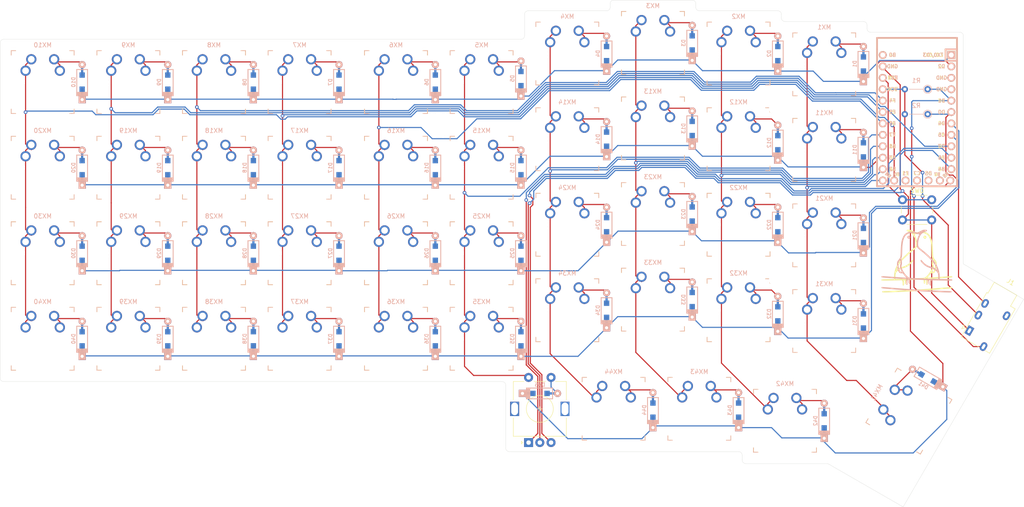
<source format=kicad_pcb>
(kicad_pcb (version 20171130) (host pcbnew "(5.1.9-0-10_14)")
  (layers (0 F.Cu signal) (31 B.Cu signal) (34 B.Paste user) (35 F.Paste user) (36 B.SilkS user) (37 F.SilkS user) (38 B.Mask user) (39 F.Mask user) (44 Edge.Cuts user))
  (net 0 "")
  (net 1 "Net-(D1-Pad2)")
  (net 2 ROW0)
  (net 3 "Net-(D2-Pad2)")
  (net 4 "Net-(D3-Pad2)")
  (net 5 "Net-(D4-Pad2)")
  (net 6 "Net-(D5-Pad2)")
  (net 7 "Net-(D6-Pad2)")
  (net 8 "Net-(D7-Pad2)")
  (net 9 "Net-(D8-Pad2)")
  (net 10 "Net-(D9-Pad2)")
  (net 11 "Net-(D10-Pad2)")
  (net 12 "Net-(D11-Pad2)")
  (net 13 ROW1)
  (net 14 "Net-(D12-Pad2)")
  (net 15 "Net-(D13-Pad2)")
  (net 16 "Net-(D14-Pad2)")
  (net 17 "Net-(D15-Pad2)")
  (net 18 "Net-(D16-Pad2)")
  (net 19 "Net-(D17-Pad2)")
  (net 20 "Net-(D18-Pad2)")
  (net 21 "Net-(D19-Pad2)")
  (net 22 "Net-(D20-Pad2)")
  (net 23 "Net-(D21-Pad2)")
  (net 24 ROW2)
  (net 25 "Net-(D22-Pad2)")
  (net 26 "Net-(D23-Pad2)")
  (net 27 "Net-(D24-Pad2)")
  (net 28 "Net-(D25-Pad2)")
  (net 29 "Net-(D26-Pad2)")
  (net 30 "Net-(D27-Pad2)")
  (net 31 "Net-(D28-Pad2)")
  (net 32 "Net-(D29-Pad2)")
  (net 33 "Net-(D30-Pad2)")
  (net 34 "Net-(D31-Pad2)")
  (net 35 ROW3)
  (net 36 "Net-(D32-Pad2)")
  (net 37 "Net-(D33-Pad2)")
  (net 38 "Net-(D34-Pad2)")
  (net 39 "Net-(D35-Pad2)")
  (net 40 "Net-(D36-Pad2)")
  (net 41 "Net-(D37-Pad2)")
  (net 42 "Net-(D38-Pad2)")
  (net 43 "Net-(D39-Pad2)")
  (net 44 "Net-(D40-Pad2)")
  (net 45 ROW4)
  (net 46 "Net-(D42-Pad2)")
  (net 47 "Net-(D43-Pad2)")
  (net 48 "Net-(D44-Pad2)")
  (net 49 COL0)
  (net 50 COL1)
  (net 51 COL2)
  (net 52 COL3)
  (net 53 COL4)
  (net 54 COL5)
  (net 55 COL6)
  (net 56 COL7)
  (net 57 COL8)
  (net 58 COL9)
  (net 59 VCC)
  (net 60 SDA)
  (net 61 SCL)
  (net 62 GND)
  (net 63 "Net-(SW0-Pad1)")
  (net 64 LEFT)
  (net 65 RIGHT)
  (net 66 "Net-(D41-Pad2)")
  (net 67 ENC1-IN)
  (module footprints:wren_logo (layer B.Cu) (at 241.262 76.35875 180)
    (fp_text reference G*** hide)
    (fp_text value LOGO hide)
  )
  (module footprints:wren_logo (layer F.Cu) (at 241.262 76.35875)
    (fp_text reference G*** hide)
    (fp_text value LOGO hide)
  )
  (module footprints:Stabilizer_MX_2u (layer F.Cu) (at 239.484 109.75975 240)
    (fp_text reference REF** hide)
    (fp_text value Stabilizer_MX_2u hide)
    (pad "" np_thru_hole circle (at -11.9 -6.985 240) (size 3.048 3.048) (drill 3.048) (layers *.Cu *.Mask))
    (pad "" np_thru_hole circle (at 11.9 -6.985 240) (size 3.048 3.048) (drill 3.048) (layers *.Cu *.Mask))
    (pad "" np_thru_hole circle (at -11.9 8.255 240) (size 3.9878 3.9878) (drill 3.9878) (layers *.Cu *.Mask))
    (pad "" np_thru_hole circle (at 11.9 8.255 240) (size 3.9878 3.9878) (drill 3.9878) (layers *.Cu *.Mask))
  )
  (module footprints:SW_MX_reversible (layer F.Cu) (at 220.6625 70.64375)
    (fp_text reference MX21)
    (fp_text value MX-NoLED)
    (fp_text user %R (at 0 -8.255) (layer B.SilkS) (effects (justify mirror)))
    (pad "" np_thru_hole circle (at -5.08 0) (size 1.7018 1.7018) (drill 1.7018) (layers *.Cu *.Mask))
    (pad "" np_thru_hole circle (at 5.08 0) (size 1.7018 1.7018) (drill 1.7018) (layers *.Cu *.Mask))
    (pad 1 thru_hole circle (at -3.81 -2.54) (size 2.286 2.286) (drill 1.4986) (layers *.Cu *.Mask) (net 49 COL0))
    (pad "" np_thru_hole circle (at 0 0) (size 3.9878 3.9878) (drill 3.9878) (layers *.Cu *.Mask))
    (pad 2 thru_hole circle (at 2.54 -5.08) (size 2.286 2.286) (drill 1.4986) (layers *.Cu *.Mask) (net 23 "Net-(D21-Pad2)"))
    (pad 1 thru_hole circle (at -2.54 -5.08) (size 2.286 2.286) (drill 1.4986) (layers *.Cu *.Mask) (net 49 COL0))
    (pad 2 thru_hole circle (at 3.81 -2.54) (size 2.286 2.286) (drill 1.4986) (layers *.Cu *.Mask) (net 23 "Net-(D21-Pad2)"))
  )
  (module footprints:SW_MX_reversible (layer F.Cu) (at 239.484 109.75975 60)
    (fp_text reference MX41)
    (fp_text value MX-NoLED)
    (fp_text user %R (at 0 -8.255 60) (layer B.SilkS) (effects (justify mirror)))
    (pad "" np_thru_hole circle (at -5.08 0 60) (size 1.7018 1.7018) (drill 1.7018) (layers *.Cu *.Mask))
    (pad "" np_thru_hole circle (at 5.08 0 60) (size 1.7018 1.7018) (drill 1.7018) (layers *.Cu *.Mask))
    (pad 1 thru_hole circle (at -3.81 -2.54 60) (size 2.286 2.286) (drill 1.4986) (layers *.Cu *.Mask) (net 49 COL0))
    (pad "" np_thru_hole circle (at 0 0 60) (size 3.9878 3.9878) (drill 3.9878) (layers *.Cu *.Mask))
    (pad 2 thru_hole circle (at 2.54 -5.08 60) (size 2.286 2.286) (drill 1.4986) (layers *.Cu *.Mask) (net 66 "Net-(D41-Pad2)"))
    (pad 1 thru_hole circle (at -2.54 -5.08 60) (size 2.286 2.286) (drill 1.4986) (layers *.Cu *.Mask) (net 49 COL0))
    (pad 2 thru_hole circle (at 3.81 -2.54 60) (size 2.286 2.286) (drill 1.4986) (layers *.Cu *.Mask) (net 66 "Net-(D41-Pad2)"))
  )
  (module footprints:SW_MX_reversible (layer F.Cu) (at 46.83125 36.5125)
    (fp_text reference MX10)
    (fp_text value MX-NoLED)
    (fp_text user %R (at 0 -8.255) (layer B.SilkS) (effects (justify mirror)))
    (pad "" np_thru_hole circle (at -5.08 0) (size 1.7018 1.7018) (drill 1.7018) (layers *.Cu *.Mask))
    (pad "" np_thru_hole circle (at 5.08 0) (size 1.7018 1.7018) (drill 1.7018) (layers *.Cu *.Mask))
    (pad 1 thru_hole circle (at -3.81 -2.54) (size 2.286 2.286) (drill 1.4986) (layers *.Cu *.Mask) (net 58 COL9))
    (pad "" np_thru_hole circle (at 0 0) (size 3.9878 3.9878) (drill 3.9878) (layers *.Cu *.Mask))
    (pad 2 thru_hole circle (at 2.54 -5.08) (size 2.286 2.286) (drill 1.4986) (layers *.Cu *.Mask) (net 11 "Net-(D10-Pad2)"))
    (pad 1 thru_hole circle (at -2.54 -5.08) (size 2.286 2.286) (drill 1.4986) (layers *.Cu *.Mask) (net 58 COL9))
    (pad 2 thru_hole circle (at 3.81 -2.54) (size 2.286 2.286) (drill 1.4986) (layers *.Cu *.Mask) (net 11 "Net-(D10-Pad2)"))
  )
  (module footprints:SW_MX_reversible (layer F.Cu) (at 144.4625 55.5625)
    (fp_text reference MX15)
    (fp_text value MX-NoLED)
    (fp_text user %R (at 0 -8.255) (layer B.SilkS) (effects (justify mirror)))
    (pad "" np_thru_hole circle (at -5.08 0) (size 1.7018 1.7018) (drill 1.7018) (layers *.Cu *.Mask))
    (pad "" np_thru_hole circle (at 5.08 0) (size 1.7018 1.7018) (drill 1.7018) (layers *.Cu *.Mask))
    (pad 1 thru_hole circle (at -3.81 -2.54) (size 2.286 2.286) (drill 1.4986) (layers *.Cu *.Mask) (net 53 COL4))
    (pad "" np_thru_hole circle (at 0 0) (size 3.9878 3.9878) (drill 3.9878) (layers *.Cu *.Mask))
    (pad 2 thru_hole circle (at 2.54 -5.08) (size 2.286 2.286) (drill 1.4986) (layers *.Cu *.Mask) (net 17 "Net-(D15-Pad2)"))
    (pad 1 thru_hole circle (at -2.54 -5.08) (size 2.286 2.286) (drill 1.4986) (layers *.Cu *.Mask) (net 53 COL4))
    (pad 2 thru_hole circle (at 3.81 -2.54) (size 2.286 2.286) (drill 1.4986) (layers *.Cu *.Mask) (net 17 "Net-(D15-Pad2)"))
  )
  (module footprints:SW_MX_reversible (layer F.Cu) (at 173.825 109.25175)
    (fp_text reference MX44)
    (fp_text value MX-NoLED)
    (fp_text user %R (at 0 -8.255) (layer B.SilkS) (effects (justify mirror)))
    (pad "" np_thru_hole circle (at -5.08 0) (size 1.7018 1.7018) (drill 1.7018) (layers *.Cu *.Mask))
    (pad "" np_thru_hole circle (at 5.08 0) (size 1.7018 1.7018) (drill 1.7018) (layers *.Cu *.Mask))
    (pad 1 thru_hole circle (at -3.81 -2.54) (size 2.286 2.286) (drill 1.4986) (layers *.Cu *.Mask) (net 52 COL3))
    (pad "" np_thru_hole circle (at 0 0) (size 3.9878 3.9878) (drill 3.9878) (layers *.Cu *.Mask))
    (pad 2 thru_hole circle (at 2.54 -5.08) (size 2.286 2.286) (drill 1.4986) (layers *.Cu *.Mask) (net 48 "Net-(D44-Pad2)"))
    (pad 1 thru_hole circle (at -2.54 -5.08) (size 2.286 2.286) (drill 1.4986) (layers *.Cu *.Mask) (net 52 COL3))
    (pad 2 thru_hole circle (at 3.81 -2.54) (size 2.286 2.286) (drill 1.4986) (layers *.Cu *.Mask) (net 48 "Net-(D44-Pad2)"))
  )
  (module footprints:SW_MX_reversible (layer F.Cu) (at 192.875 109.25175)
    (fp_text reference MX43)
    (fp_text value MX-NoLED)
    (fp_text user %R (at 0 -8.255) (layer B.SilkS) (effects (justify mirror)))
    (pad "" np_thru_hole circle (at -5.08 0) (size 1.7018 1.7018) (drill 1.7018) (layers *.Cu *.Mask))
    (pad "" np_thru_hole circle (at 5.08 0) (size 1.7018 1.7018) (drill 1.7018) (layers *.Cu *.Mask))
    (pad 1 thru_hole circle (at -3.81 -2.54) (size 2.286 2.286) (drill 1.4986) (layers *.Cu *.Mask) (net 51 COL2))
    (pad "" np_thru_hole circle (at 0 0) (size 3.9878 3.9878) (drill 3.9878) (layers *.Cu *.Mask))
    (pad 2 thru_hole circle (at 2.54 -5.08) (size 2.286 2.286) (drill 1.4986) (layers *.Cu *.Mask) (net 47 "Net-(D43-Pad2)"))
    (pad 1 thru_hole circle (at -2.54 -5.08) (size 2.286 2.286) (drill 1.4986) (layers *.Cu *.Mask) (net 51 COL2))
    (pad 2 thru_hole circle (at 3.81 -2.54) (size 2.286 2.286) (drill 1.4986) (layers *.Cu *.Mask) (net 47 "Net-(D43-Pad2)"))
  )
  (module footprints:SW_MX_reversible (layer F.Cu) (at 211.925 111.91875)
    (fp_text reference MX42)
    (fp_text value MX-NoLED)
    (fp_text user %R (at 0 -8.255) (layer B.SilkS) (effects (justify mirror)))
    (pad "" np_thru_hole circle (at -5.08 0) (size 1.7018 1.7018) (drill 1.7018) (layers *.Cu *.Mask))
    (pad "" np_thru_hole circle (at 5.08 0) (size 1.7018 1.7018) (drill 1.7018) (layers *.Cu *.Mask))
    (pad 1 thru_hole circle (at -3.81 -2.54) (size 2.286 2.286) (drill 1.4986) (layers *.Cu *.Mask) (net 50 COL1))
    (pad "" np_thru_hole circle (at 0 0) (size 3.9878 3.9878) (drill 3.9878) (layers *.Cu *.Mask))
    (pad 2 thru_hole circle (at 2.54 -5.08) (size 2.286 2.286) (drill 1.4986) (layers *.Cu *.Mask) (net 46 "Net-(D42-Pad2)"))
    (pad 1 thru_hole circle (at -2.54 -5.08) (size 2.286 2.286) (drill 1.4986) (layers *.Cu *.Mask) (net 50 COL1))
    (pad 2 thru_hole circle (at 3.81 -2.54) (size 2.286 2.286) (drill 1.4986) (layers *.Cu *.Mask) (net 46 "Net-(D42-Pad2)"))
  )
  (module footprints:SW_MX_reversible (layer F.Cu) (at 46.83125 93.6625)
    (fp_text reference MX40)
    (fp_text value MX-NoLED)
    (fp_text user %R (at 0 -8.255) (layer B.SilkS) (effects (justify mirror)))
    (pad "" np_thru_hole circle (at -5.08 0) (size 1.7018 1.7018) (drill 1.7018) (layers *.Cu *.Mask))
    (pad "" np_thru_hole circle (at 5.08 0) (size 1.7018 1.7018) (drill 1.7018) (layers *.Cu *.Mask))
    (pad 1 thru_hole circle (at -3.81 -2.54) (size 2.286 2.286) (drill 1.4986) (layers *.Cu *.Mask) (net 58 COL9))
    (pad "" np_thru_hole circle (at 0 0) (size 3.9878 3.9878) (drill 3.9878) (layers *.Cu *.Mask))
    (pad 2 thru_hole circle (at 2.54 -5.08) (size 2.286 2.286) (drill 1.4986) (layers *.Cu *.Mask) (net 44 "Net-(D40-Pad2)"))
    (pad 1 thru_hole circle (at -2.54 -5.08) (size 2.286 2.286) (drill 1.4986) (layers *.Cu *.Mask) (net 58 COL9))
    (pad 2 thru_hole circle (at 3.81 -2.54) (size 2.286 2.286) (drill 1.4986) (layers *.Cu *.Mask) (net 44 "Net-(D40-Pad2)"))
  )
  (module footprints:SW_MX_reversible (layer F.Cu) (at 65.88125 93.6625)
    (fp_text reference MX39)
    (fp_text value MX-NoLED)
    (fp_text user %R (at 0 -8.255) (layer B.SilkS) (effects (justify mirror)))
    (pad "" np_thru_hole circle (at -5.08 0) (size 1.7018 1.7018) (drill 1.7018) (layers *.Cu *.Mask))
    (pad "" np_thru_hole circle (at 5.08 0) (size 1.7018 1.7018) (drill 1.7018) (layers *.Cu *.Mask))
    (pad 1 thru_hole circle (at -3.81 -2.54) (size 2.286 2.286) (drill 1.4986) (layers *.Cu *.Mask) (net 57 COL8))
    (pad "" np_thru_hole circle (at 0 0) (size 3.9878 3.9878) (drill 3.9878) (layers *.Cu *.Mask))
    (pad 2 thru_hole circle (at 2.54 -5.08) (size 2.286 2.286) (drill 1.4986) (layers *.Cu *.Mask) (net 43 "Net-(D39-Pad2)"))
    (pad 1 thru_hole circle (at -2.54 -5.08) (size 2.286 2.286) (drill 1.4986) (layers *.Cu *.Mask) (net 57 COL8))
    (pad 2 thru_hole circle (at 3.81 -2.54) (size 2.286 2.286) (drill 1.4986) (layers *.Cu *.Mask) (net 43 "Net-(D39-Pad2)"))
  )
  (module footprints:SW_MX_reversible (layer F.Cu) (at 84.93125 93.6625)
    (fp_text reference MX38)
    (fp_text value MX-NoLED)
    (fp_text user %R (at 0 -8.255) (layer B.SilkS) (effects (justify mirror)))
    (pad "" np_thru_hole circle (at -5.08 0) (size 1.7018 1.7018) (drill 1.7018) (layers *.Cu *.Mask))
    (pad "" np_thru_hole circle (at 5.08 0) (size 1.7018 1.7018) (drill 1.7018) (layers *.Cu *.Mask))
    (pad 1 thru_hole circle (at -3.81 -2.54) (size 2.286 2.286) (drill 1.4986) (layers *.Cu *.Mask) (net 56 COL7))
    (pad "" np_thru_hole circle (at 0 0) (size 3.9878 3.9878) (drill 3.9878) (layers *.Cu *.Mask))
    (pad 2 thru_hole circle (at 2.54 -5.08) (size 2.286 2.286) (drill 1.4986) (layers *.Cu *.Mask) (net 42 "Net-(D38-Pad2)"))
    (pad 1 thru_hole circle (at -2.54 -5.08) (size 2.286 2.286) (drill 1.4986) (layers *.Cu *.Mask) (net 56 COL7))
    (pad 2 thru_hole circle (at 3.81 -2.54) (size 2.286 2.286) (drill 1.4986) (layers *.Cu *.Mask) (net 42 "Net-(D38-Pad2)"))
  )
  (module footprints:SW_MX_reversible (layer F.Cu) (at 103.98125 93.6625)
    (fp_text reference MX37)
    (fp_text value MX-NoLED)
    (fp_text user %R (at 0 -8.255) (layer B.SilkS) (effects (justify mirror)))
    (pad "" np_thru_hole circle (at -5.08 0) (size 1.7018 1.7018) (drill 1.7018) (layers *.Cu *.Mask))
    (pad "" np_thru_hole circle (at 5.08 0) (size 1.7018 1.7018) (drill 1.7018) (layers *.Cu *.Mask))
    (pad 1 thru_hole circle (at -3.81 -2.54) (size 2.286 2.286) (drill 1.4986) (layers *.Cu *.Mask) (net 55 COL6))
    (pad "" np_thru_hole circle (at 0 0) (size 3.9878 3.9878) (drill 3.9878) (layers *.Cu *.Mask))
    (pad 2 thru_hole circle (at 2.54 -5.08) (size 2.286 2.286) (drill 1.4986) (layers *.Cu *.Mask) (net 41 "Net-(D37-Pad2)"))
    (pad 1 thru_hole circle (at -2.54 -5.08) (size 2.286 2.286) (drill 1.4986) (layers *.Cu *.Mask) (net 55 COL6))
    (pad 2 thru_hole circle (at 3.81 -2.54) (size 2.286 2.286) (drill 1.4986) (layers *.Cu *.Mask) (net 41 "Net-(D37-Pad2)"))
  )
  (module footprints:SW_MX_reversible (layer F.Cu) (at 125.4125 93.6625)
    (fp_text reference MX36)
    (fp_text value MX-NoLED)
    (fp_text user %R (at 0 -8.255) (layer B.SilkS) (effects (justify mirror)))
    (pad "" np_thru_hole circle (at -5.08 0) (size 1.7018 1.7018) (drill 1.7018) (layers *.Cu *.Mask))
    (pad "" np_thru_hole circle (at 5.08 0) (size 1.7018 1.7018) (drill 1.7018) (layers *.Cu *.Mask))
    (pad 1 thru_hole circle (at -3.81 -2.54) (size 2.286 2.286) (drill 1.4986) (layers *.Cu *.Mask) (net 54 COL5))
    (pad "" np_thru_hole circle (at 0 0) (size 3.9878 3.9878) (drill 3.9878) (layers *.Cu *.Mask))
    (pad 2 thru_hole circle (at 2.54 -5.08) (size 2.286 2.286) (drill 1.4986) (layers *.Cu *.Mask) (net 40 "Net-(D36-Pad2)"))
    (pad 1 thru_hole circle (at -2.54 -5.08) (size 2.286 2.286) (drill 1.4986) (layers *.Cu *.Mask) (net 54 COL5))
    (pad 2 thru_hole circle (at 3.81 -2.54) (size 2.286 2.286) (drill 1.4986) (layers *.Cu *.Mask) (net 40 "Net-(D36-Pad2)"))
  )
  (module footprints:SW_MX_reversible (layer F.Cu) (at 144.4625 93.6625)
    (fp_text reference MX35)
    (fp_text value MX-NoLED)
    (fp_text user %R (at 0 -8.255) (layer B.SilkS) (effects (justify mirror)))
    (pad "" np_thru_hole circle (at -5.08 0) (size 1.7018 1.7018) (drill 1.7018) (layers *.Cu *.Mask))
    (pad "" np_thru_hole circle (at 5.08 0) (size 1.7018 1.7018) (drill 1.7018) (layers *.Cu *.Mask))
    (pad 1 thru_hole circle (at -3.81 -2.54) (size 2.286 2.286) (drill 1.4986) (layers *.Cu *.Mask) (net 53 COL4))
    (pad "" np_thru_hole circle (at 0 0) (size 3.9878 3.9878) (drill 3.9878) (layers *.Cu *.Mask))
    (pad 2 thru_hole circle (at 2.54 -5.08) (size 2.286 2.286) (drill 1.4986) (layers *.Cu *.Mask) (net 39 "Net-(D35-Pad2)"))
    (pad 1 thru_hole circle (at -2.54 -5.08) (size 2.286 2.286) (drill 1.4986) (layers *.Cu *.Mask) (net 53 COL4))
    (pad 2 thru_hole circle (at 3.81 -2.54) (size 2.286 2.286) (drill 1.4986) (layers *.Cu *.Mask) (net 39 "Net-(D35-Pad2)"))
  )
  (module footprints:SW_MX_reversible (layer F.Cu) (at 163.5125 87.3125)
    (fp_text reference MX34)
    (fp_text value MX-NoLED)
    (fp_text user %R (at 0 -8.255) (layer B.SilkS) (effects (justify mirror)))
    (pad "" np_thru_hole circle (at -5.08 0) (size 1.7018 1.7018) (drill 1.7018) (layers *.Cu *.Mask))
    (pad "" np_thru_hole circle (at 5.08 0) (size 1.7018 1.7018) (drill 1.7018) (layers *.Cu *.Mask))
    (pad 1 thru_hole circle (at -3.81 -2.54) (size 2.286 2.286) (drill 1.4986) (layers *.Cu *.Mask) (net 52 COL3))
    (pad "" np_thru_hole circle (at 0 0) (size 3.9878 3.9878) (drill 3.9878) (layers *.Cu *.Mask))
    (pad 2 thru_hole circle (at 2.54 -5.08) (size 2.286 2.286) (drill 1.4986) (layers *.Cu *.Mask) (net 38 "Net-(D34-Pad2)"))
    (pad 1 thru_hole circle (at -2.54 -5.08) (size 2.286 2.286) (drill 1.4986) (layers *.Cu *.Mask) (net 52 COL3))
    (pad 2 thru_hole circle (at 3.81 -2.54) (size 2.286 2.286) (drill 1.4986) (layers *.Cu *.Mask) (net 38 "Net-(D34-Pad2)"))
  )
  (module footprints:SW_MX_reversible (layer F.Cu) (at 182.5625 84.93125)
    (fp_text reference MX33)
    (fp_text value MX-NoLED)
    (fp_text user %R (at 0 -8.255) (layer B.SilkS) (effects (justify mirror)))
    (pad "" np_thru_hole circle (at -5.08 0) (size 1.7018 1.7018) (drill 1.7018) (layers *.Cu *.Mask))
    (pad "" np_thru_hole circle (at 5.08 0) (size 1.7018 1.7018) (drill 1.7018) (layers *.Cu *.Mask))
    (pad 1 thru_hole circle (at -3.81 -2.54) (size 2.286 2.286) (drill 1.4986) (layers *.Cu *.Mask) (net 51 COL2))
    (pad "" np_thru_hole circle (at 0 0) (size 3.9878 3.9878) (drill 3.9878) (layers *.Cu *.Mask))
    (pad 2 thru_hole circle (at 2.54 -5.08) (size 2.286 2.286) (drill 1.4986) (layers *.Cu *.Mask) (net 37 "Net-(D33-Pad2)"))
    (pad 1 thru_hole circle (at -2.54 -5.08) (size 2.286 2.286) (drill 1.4986) (layers *.Cu *.Mask) (net 51 COL2))
    (pad 2 thru_hole circle (at 3.81 -2.54) (size 2.286 2.286) (drill 1.4986) (layers *.Cu *.Mask) (net 37 "Net-(D33-Pad2)"))
  )
  (module footprints:SW_MX_reversible (layer F.Cu) (at 201.6125 87.3125)
    (fp_text reference MX32)
    (fp_text value MX-NoLED)
    (fp_text user %R (at 0 -8.255) (layer B.SilkS) (effects (justify mirror)))
    (pad "" np_thru_hole circle (at -5.08 0) (size 1.7018 1.7018) (drill 1.7018) (layers *.Cu *.Mask))
    (pad "" np_thru_hole circle (at 5.08 0) (size 1.7018 1.7018) (drill 1.7018) (layers *.Cu *.Mask))
    (pad 1 thru_hole circle (at -3.81 -2.54) (size 2.286 2.286) (drill 1.4986) (layers *.Cu *.Mask) (net 50 COL1))
    (pad "" np_thru_hole circle (at 0 0) (size 3.9878 3.9878) (drill 3.9878) (layers *.Cu *.Mask))
    (pad 2 thru_hole circle (at 2.54 -5.08) (size 2.286 2.286) (drill 1.4986) (layers *.Cu *.Mask) (net 36 "Net-(D32-Pad2)"))
    (pad 1 thru_hole circle (at -2.54 -5.08) (size 2.286 2.286) (drill 1.4986) (layers *.Cu *.Mask) (net 50 COL1))
    (pad 2 thru_hole circle (at 3.81 -2.54) (size 2.286 2.286) (drill 1.4986) (layers *.Cu *.Mask) (net 36 "Net-(D32-Pad2)"))
  )
  (module footprints:SW_MX_reversible (layer F.Cu) (at 220.6625 89.69375)
    (fp_text reference MX31)
    (fp_text value MX-NoLED)
    (fp_text user %R (at 0 -8.255) (layer B.SilkS) (effects (justify mirror)))
    (pad "" np_thru_hole circle (at -5.08 0) (size 1.7018 1.7018) (drill 1.7018) (layers *.Cu *.Mask))
    (pad "" np_thru_hole circle (at 5.08 0) (size 1.7018 1.7018) (drill 1.7018) (layers *.Cu *.Mask))
    (pad 1 thru_hole circle (at -3.81 -2.54) (size 2.286 2.286) (drill 1.4986) (layers *.Cu *.Mask) (net 49 COL0))
    (pad "" np_thru_hole circle (at 0 0) (size 3.9878 3.9878) (drill 3.9878) (layers *.Cu *.Mask))
    (pad 2 thru_hole circle (at 2.54 -5.08) (size 2.286 2.286) (drill 1.4986) (layers *.Cu *.Mask) (net 34 "Net-(D31-Pad2)"))
    (pad 1 thru_hole circle (at -2.54 -5.08) (size 2.286 2.286) (drill 1.4986) (layers *.Cu *.Mask) (net 49 COL0))
    (pad 2 thru_hole circle (at 3.81 -2.54) (size 2.286 2.286) (drill 1.4986) (layers *.Cu *.Mask) (net 34 "Net-(D31-Pad2)"))
  )
  (module footprints:SW_MX_reversible (layer F.Cu) (at 46.83125 74.6125)
    (fp_text reference MX30)
    (fp_text value MX-NoLED)
    (fp_text user %R (at 0 -8.255) (layer B.SilkS) (effects (justify mirror)))
    (pad "" np_thru_hole circle (at -5.08 0) (size 1.7018 1.7018) (drill 1.7018) (layers *.Cu *.Mask))
    (pad "" np_thru_hole circle (at 5.08 0) (size 1.7018 1.7018) (drill 1.7018) (layers *.Cu *.Mask))
    (pad 1 thru_hole circle (at -3.81 -2.54) (size 2.286 2.286) (drill 1.4986) (layers *.Cu *.Mask) (net 58 COL9))
    (pad "" np_thru_hole circle (at 0 0) (size 3.9878 3.9878) (drill 3.9878) (layers *.Cu *.Mask))
    (pad 2 thru_hole circle (at 2.54 -5.08) (size 2.286 2.286) (drill 1.4986) (layers *.Cu *.Mask) (net 33 "Net-(D30-Pad2)"))
    (pad 1 thru_hole circle (at -2.54 -5.08) (size 2.286 2.286) (drill 1.4986) (layers *.Cu *.Mask) (net 58 COL9))
    (pad 2 thru_hole circle (at 3.81 -2.54) (size 2.286 2.286) (drill 1.4986) (layers *.Cu *.Mask) (net 33 "Net-(D30-Pad2)"))
  )
  (module footprints:SW_MX_reversible (layer F.Cu) (at 65.88125 74.6125)
    (fp_text reference MX29)
    (fp_text value MX-NoLED)
    (fp_text user %R (at 0 -8.255) (layer B.SilkS) (effects (justify mirror)))
    (pad "" np_thru_hole circle (at -5.08 0) (size 1.7018 1.7018) (drill 1.7018) (layers *.Cu *.Mask))
    (pad "" np_thru_hole circle (at 5.08 0) (size 1.7018 1.7018) (drill 1.7018) (layers *.Cu *.Mask))
    (pad 1 thru_hole circle (at -3.81 -2.54) (size 2.286 2.286) (drill 1.4986) (layers *.Cu *.Mask) (net 57 COL8))
    (pad "" np_thru_hole circle (at 0 0) (size 3.9878 3.9878) (drill 3.9878) (layers *.Cu *.Mask))
    (pad 2 thru_hole circle (at 2.54 -5.08) (size 2.286 2.286) (drill 1.4986) (layers *.Cu *.Mask) (net 32 "Net-(D29-Pad2)"))
    (pad 1 thru_hole circle (at -2.54 -5.08) (size 2.286 2.286) (drill 1.4986) (layers *.Cu *.Mask) (net 57 COL8))
    (pad 2 thru_hole circle (at 3.81 -2.54) (size 2.286 2.286) (drill 1.4986) (layers *.Cu *.Mask) (net 32 "Net-(D29-Pad2)"))
  )
  (module footprints:SW_MX_reversible (layer F.Cu) (at 84.93125 74.6125)
    (fp_text reference MX28)
    (fp_text value MX-NoLED)
    (fp_text user %R (at 0 -8.255) (layer B.SilkS) (effects (justify mirror)))
    (pad "" np_thru_hole circle (at -5.08 0) (size 1.7018 1.7018) (drill 1.7018) (layers *.Cu *.Mask))
    (pad "" np_thru_hole circle (at 5.08 0) (size 1.7018 1.7018) (drill 1.7018) (layers *.Cu *.Mask))
    (pad 1 thru_hole circle (at -3.81 -2.54) (size 2.286 2.286) (drill 1.4986) (layers *.Cu *.Mask) (net 56 COL7))
    (pad "" np_thru_hole circle (at 0 0) (size 3.9878 3.9878) (drill 3.9878) (layers *.Cu *.Mask))
    (pad 2 thru_hole circle (at 2.54 -5.08) (size 2.286 2.286) (drill 1.4986) (layers *.Cu *.Mask) (net 31 "Net-(D28-Pad2)"))
    (pad 1 thru_hole circle (at -2.54 -5.08) (size 2.286 2.286) (drill 1.4986) (layers *.Cu *.Mask) (net 56 COL7))
    (pad 2 thru_hole circle (at 3.81 -2.54) (size 2.286 2.286) (drill 1.4986) (layers *.Cu *.Mask) (net 31 "Net-(D28-Pad2)"))
  )
  (module footprints:SW_MX_reversible (layer F.Cu) (at 103.98125 74.6125)
    (fp_text reference MX27)
    (fp_text value MX-NoLED)
    (fp_text user %R (at 0 -8.255) (layer B.SilkS) (effects (justify mirror)))
    (pad "" np_thru_hole circle (at -5.08 0) (size 1.7018 1.7018) (drill 1.7018) (layers *.Cu *.Mask))
    (pad "" np_thru_hole circle (at 5.08 0) (size 1.7018 1.7018) (drill 1.7018) (layers *.Cu *.Mask))
    (pad 1 thru_hole circle (at -3.81 -2.54) (size 2.286 2.286) (drill 1.4986) (layers *.Cu *.Mask) (net 55 COL6))
    (pad "" np_thru_hole circle (at 0 0) (size 3.9878 3.9878) (drill 3.9878) (layers *.Cu *.Mask))
    (pad 2 thru_hole circle (at 2.54 -5.08) (size 2.286 2.286) (drill 1.4986) (layers *.Cu *.Mask) (net 30 "Net-(D27-Pad2)"))
    (pad 1 thru_hole circle (at -2.54 -5.08) (size 2.286 2.286) (drill 1.4986) (layers *.Cu *.Mask) (net 55 COL6))
    (pad 2 thru_hole circle (at 3.81 -2.54) (size 2.286 2.286) (drill 1.4986) (layers *.Cu *.Mask) (net 30 "Net-(D27-Pad2)"))
  )
  (module footprints:SW_MX_reversible (layer F.Cu) (at 125.4125 74.6125)
    (fp_text reference MX26)
    (fp_text value MX-NoLED)
    (fp_text user %R (at 0 -8.255) (layer B.SilkS) (effects (justify mirror)))
    (pad "" np_thru_hole circle (at -5.08 0) (size 1.7018 1.7018) (drill 1.7018) (layers *.Cu *.Mask))
    (pad "" np_thru_hole circle (at 5.08 0) (size 1.7018 1.7018) (drill 1.7018) (layers *.Cu *.Mask))
    (pad 1 thru_hole circle (at -3.81 -2.54) (size 2.286 2.286) (drill 1.4986) (layers *.Cu *.Mask) (net 54 COL5))
    (pad "" np_thru_hole circle (at 0 0) (size 3.9878 3.9878) (drill 3.9878) (layers *.Cu *.Mask))
    (pad 2 thru_hole circle (at 2.54 -5.08) (size 2.286 2.286) (drill 1.4986) (layers *.Cu *.Mask) (net 29 "Net-(D26-Pad2)"))
    (pad 1 thru_hole circle (at -2.54 -5.08) (size 2.286 2.286) (drill 1.4986) (layers *.Cu *.Mask) (net 54 COL5))
    (pad 2 thru_hole circle (at 3.81 -2.54) (size 2.286 2.286) (drill 1.4986) (layers *.Cu *.Mask) (net 29 "Net-(D26-Pad2)"))
  )
  (module footprints:SW_MX_reversible (layer F.Cu) (at 144.4625 74.6125)
    (fp_text reference MX25)
    (fp_text value MX-NoLED)
    (fp_text user %R (at 0 -8.255) (layer B.SilkS) (effects (justify mirror)))
    (pad "" np_thru_hole circle (at -5.08 0) (size 1.7018 1.7018) (drill 1.7018) (layers *.Cu *.Mask))
    (pad "" np_thru_hole circle (at 5.08 0) (size 1.7018 1.7018) (drill 1.7018) (layers *.Cu *.Mask))
    (pad 1 thru_hole circle (at -3.81 -2.54) (size 2.286 2.286) (drill 1.4986) (layers *.Cu *.Mask) (net 53 COL4))
    (pad "" np_thru_hole circle (at 0 0) (size 3.9878 3.9878) (drill 3.9878) (layers *.Cu *.Mask))
    (pad 2 thru_hole circle (at 2.54 -5.08) (size 2.286 2.286) (drill 1.4986) (layers *.Cu *.Mask) (net 28 "Net-(D25-Pad2)"))
    (pad 1 thru_hole circle (at -2.54 -5.08) (size 2.286 2.286) (drill 1.4986) (layers *.Cu *.Mask) (net 53 COL4))
    (pad 2 thru_hole circle (at 3.81 -2.54) (size 2.286 2.286) (drill 1.4986) (layers *.Cu *.Mask) (net 28 "Net-(D25-Pad2)"))
  )
  (module footprints:SW_MX_reversible (layer F.Cu) (at 163.5125 68.2625)
    (fp_text reference MX24)
    (fp_text value MX-NoLED)
    (fp_text user %R (at 0 -8.255) (layer B.SilkS) (effects (justify mirror)))
    (pad "" np_thru_hole circle (at -5.08 0) (size 1.7018 1.7018) (drill 1.7018) (layers *.Cu *.Mask))
    (pad "" np_thru_hole circle (at 5.08 0) (size 1.7018 1.7018) (drill 1.7018) (layers *.Cu *.Mask))
    (pad 1 thru_hole circle (at -3.81 -2.54) (size 2.286 2.286) (drill 1.4986) (layers *.Cu *.Mask) (net 52 COL3))
    (pad "" np_thru_hole circle (at 0 0) (size 3.9878 3.9878) (drill 3.9878) (layers *.Cu *.Mask))
    (pad 2 thru_hole circle (at 2.54 -5.08) (size 2.286 2.286) (drill 1.4986) (layers *.Cu *.Mask) (net 27 "Net-(D24-Pad2)"))
    (pad 1 thru_hole circle (at -2.54 -5.08) (size 2.286 2.286) (drill 1.4986) (layers *.Cu *.Mask) (net 52 COL3))
    (pad 2 thru_hole circle (at 3.81 -2.54) (size 2.286 2.286) (drill 1.4986) (layers *.Cu *.Mask) (net 27 "Net-(D24-Pad2)"))
  )
  (module footprints:SW_MX_reversible (layer F.Cu) (at 182.5625 65.88125)
    (fp_text reference MX23)
    (fp_text value MX-NoLED)
    (fp_text user %R (at 0 -8.255) (layer B.SilkS) (effects (justify mirror)))
    (pad "" np_thru_hole circle (at -5.08 0) (size 1.7018 1.7018) (drill 1.7018) (layers *.Cu *.Mask))
    (pad "" np_thru_hole circle (at 5.08 0) (size 1.7018 1.7018) (drill 1.7018) (layers *.Cu *.Mask))
    (pad 1 thru_hole circle (at -3.81 -2.54) (size 2.286 2.286) (drill 1.4986) (layers *.Cu *.Mask) (net 51 COL2))
    (pad "" np_thru_hole circle (at 0 0) (size 3.9878 3.9878) (drill 3.9878) (layers *.Cu *.Mask))
    (pad 2 thru_hole circle (at 2.54 -5.08) (size 2.286 2.286) (drill 1.4986) (layers *.Cu *.Mask) (net 26 "Net-(D23-Pad2)"))
    (pad 1 thru_hole circle (at -2.54 -5.08) (size 2.286 2.286) (drill 1.4986) (layers *.Cu *.Mask) (net 51 COL2))
    (pad 2 thru_hole circle (at 3.81 -2.54) (size 2.286 2.286) (drill 1.4986) (layers *.Cu *.Mask) (net 26 "Net-(D23-Pad2)"))
  )
  (module footprints:SW_MX_reversible (layer F.Cu) (at 201.6125 68.2625)
    (fp_text reference MX22)
    (fp_text value MX-NoLED)
    (fp_text user %R (at 0 -8.255) (layer B.SilkS) (effects (justify mirror)))
    (pad "" np_thru_hole circle (at -5.08 0) (size 1.7018 1.7018) (drill 1.7018) (layers *.Cu *.Mask))
    (pad "" np_thru_hole circle (at 5.08 0) (size 1.7018 1.7018) (drill 1.7018) (layers *.Cu *.Mask))
    (pad 1 thru_hole circle (at -3.81 -2.54) (size 2.286 2.286) (drill 1.4986) (layers *.Cu *.Mask) (net 50 COL1))
    (pad "" np_thru_hole circle (at 0 0) (size 3.9878 3.9878) (drill 3.9878) (layers *.Cu *.Mask))
    (pad 2 thru_hole circle (at 2.54 -5.08) (size 2.286 2.286) (drill 1.4986) (layers *.Cu *.Mask) (net 25 "Net-(D22-Pad2)"))
    (pad 1 thru_hole circle (at -2.54 -5.08) (size 2.286 2.286) (drill 1.4986) (layers *.Cu *.Mask) (net 50 COL1))
    (pad 2 thru_hole circle (at 3.81 -2.54) (size 2.286 2.286) (drill 1.4986) (layers *.Cu *.Mask) (net 25 "Net-(D22-Pad2)"))
  )
  (module footprints:SW_MX_reversible (layer F.Cu) (at 46.83125 55.5625)
    (fp_text reference MX20)
    (fp_text value MX-NoLED)
    (fp_text user %R (at 0 -8.255) (layer B.SilkS) (effects (justify mirror)))
    (pad "" np_thru_hole circle (at -5.08 0) (size 1.7018 1.7018) (drill 1.7018) (layers *.Cu *.Mask))
    (pad "" np_thru_hole circle (at 5.08 0) (size 1.7018 1.7018) (drill 1.7018) (layers *.Cu *.Mask))
    (pad 1 thru_hole circle (at -3.81 -2.54) (size 2.286 2.286) (drill 1.4986) (layers *.Cu *.Mask) (net 58 COL9))
    (pad "" np_thru_hole circle (at 0 0) (size 3.9878 3.9878) (drill 3.9878) (layers *.Cu *.Mask))
    (pad 2 thru_hole circle (at 2.54 -5.08) (size 2.286 2.286) (drill 1.4986) (layers *.Cu *.Mask) (net 22 "Net-(D20-Pad2)"))
    (pad 1 thru_hole circle (at -2.54 -5.08) (size 2.286 2.286) (drill 1.4986) (layers *.Cu *.Mask) (net 58 COL9))
    (pad 2 thru_hole circle (at 3.81 -2.54) (size 2.286 2.286) (drill 1.4986) (layers *.Cu *.Mask) (net 22 "Net-(D20-Pad2)"))
  )
  (module footprints:SW_MX_reversible (layer F.Cu) (at 65.88125 55.5625)
    (fp_text reference MX19)
    (fp_text value MX-NoLED)
    (fp_text user %R (at 0 -8.255) (layer B.SilkS) (effects (justify mirror)))
    (pad "" np_thru_hole circle (at -5.08 0) (size 1.7018 1.7018) (drill 1.7018) (layers *.Cu *.Mask))
    (pad "" np_thru_hole circle (at 5.08 0) (size 1.7018 1.7018) (drill 1.7018) (layers *.Cu *.Mask))
    (pad 1 thru_hole circle (at -3.81 -2.54) (size 2.286 2.286) (drill 1.4986) (layers *.Cu *.Mask) (net 57 COL8))
    (pad "" np_thru_hole circle (at 0 0) (size 3.9878 3.9878) (drill 3.9878) (layers *.Cu *.Mask))
    (pad 2 thru_hole circle (at 2.54 -5.08) (size 2.286 2.286) (drill 1.4986) (layers *.Cu *.Mask) (net 21 "Net-(D19-Pad2)"))
    (pad 1 thru_hole circle (at -2.54 -5.08) (size 2.286 2.286) (drill 1.4986) (layers *.Cu *.Mask) (net 57 COL8))
    (pad 2 thru_hole circle (at 3.81 -2.54) (size 2.286 2.286) (drill 1.4986) (layers *.Cu *.Mask) (net 21 "Net-(D19-Pad2)"))
  )
  (module footprints:SW_MX_reversible (layer F.Cu) (at 84.93125 55.5625)
    (fp_text reference MX18)
    (fp_text value MX-NoLED)
    (fp_text user %R (at 0 -8.255) (layer B.SilkS) (effects (justify mirror)))
    (pad "" np_thru_hole circle (at -5.08 0) (size 1.7018 1.7018) (drill 1.7018) (layers *.Cu *.Mask))
    (pad "" np_thru_hole circle (at 5.08 0) (size 1.7018 1.7018) (drill 1.7018) (layers *.Cu *.Mask))
    (pad 1 thru_hole circle (at -3.81 -2.54) (size 2.286 2.286) (drill 1.4986) (layers *.Cu *.Mask) (net 56 COL7))
    (pad "" np_thru_hole circle (at 0 0) (size 3.9878 3.9878) (drill 3.9878) (layers *.Cu *.Mask))
    (pad 2 thru_hole circle (at 2.54 -5.08) (size 2.286 2.286) (drill 1.4986) (layers *.Cu *.Mask) (net 20 "Net-(D18-Pad2)"))
    (pad 1 thru_hole circle (at -2.54 -5.08) (size 2.286 2.286) (drill 1.4986) (layers *.Cu *.Mask) (net 56 COL7))
    (pad 2 thru_hole circle (at 3.81 -2.54) (size 2.286 2.286) (drill 1.4986) (layers *.Cu *.Mask) (net 20 "Net-(D18-Pad2)"))
  )
  (module footprints:SW_MX_reversible (layer F.Cu) (at 103.98125 55.5625)
    (fp_text reference MX17)
    (fp_text value MX-NoLED)
    (fp_text user %R (at 0 -8.255) (layer B.SilkS) (effects (justify mirror)))
    (pad "" np_thru_hole circle (at -5.08 0) (size 1.7018 1.7018) (drill 1.7018) (layers *.Cu *.Mask))
    (pad "" np_thru_hole circle (at 5.08 0) (size 1.7018 1.7018) (drill 1.7018) (layers *.Cu *.Mask))
    (pad 1 thru_hole circle (at -3.81 -2.54) (size 2.286 2.286) (drill 1.4986) (layers *.Cu *.Mask) (net 55 COL6))
    (pad "" np_thru_hole circle (at 0 0) (size 3.9878 3.9878) (drill 3.9878) (layers *.Cu *.Mask))
    (pad 2 thru_hole circle (at 2.54 -5.08) (size 2.286 2.286) (drill 1.4986) (layers *.Cu *.Mask) (net 19 "Net-(D17-Pad2)"))
    (pad 1 thru_hole circle (at -2.54 -5.08) (size 2.286 2.286) (drill 1.4986) (layers *.Cu *.Mask) (net 55 COL6))
    (pad 2 thru_hole circle (at 3.81 -2.54) (size 2.286 2.286) (drill 1.4986) (layers *.Cu *.Mask) (net 19 "Net-(D17-Pad2)"))
  )
  (module footprints:SW_MX_reversible (layer F.Cu) (at 125.4125 55.5625)
    (fp_text reference MX16)
    (fp_text value MX-NoLED)
    (fp_text user %R (at 0 -8.255) (layer B.SilkS) (effects (justify mirror)))
    (pad "" np_thru_hole circle (at -5.08 0) (size 1.7018 1.7018) (drill 1.7018) (layers *.Cu *.Mask))
    (pad "" np_thru_hole circle (at 5.08 0) (size 1.7018 1.7018) (drill 1.7018) (layers *.Cu *.Mask))
    (pad 1 thru_hole circle (at -3.81 -2.54) (size 2.286 2.286) (drill 1.4986) (layers *.Cu *.Mask) (net 54 COL5))
    (pad "" np_thru_hole circle (at 0 0) (size 3.9878 3.9878) (drill 3.9878) (layers *.Cu *.Mask))
    (pad 2 thru_hole circle (at 2.54 -5.08) (size 2.286 2.286) (drill 1.4986) (layers *.Cu *.Mask) (net 18 "Net-(D16-Pad2)"))
    (pad 1 thru_hole circle (at -2.54 -5.08) (size 2.286 2.286) (drill 1.4986) (layers *.Cu *.Mask) (net 54 COL5))
    (pad 2 thru_hole circle (at 3.81 -2.54) (size 2.286 2.286) (drill 1.4986) (layers *.Cu *.Mask) (net 18 "Net-(D16-Pad2)"))
  )
  (module footprints:SW_MX_reversible (layer F.Cu) (at 163.5125 49.2125)
    (fp_text reference MX14)
    (fp_text value MX-NoLED)
    (fp_text user %R (at 0 -8.255) (layer B.SilkS) (effects (justify mirror)))
    (pad "" np_thru_hole circle (at -5.08 0) (size 1.7018 1.7018) (drill 1.7018) (layers *.Cu *.Mask))
    (pad "" np_thru_hole circle (at 5.08 0) (size 1.7018 1.7018) (drill 1.7018) (layers *.Cu *.Mask))
    (pad 1 thru_hole circle (at -3.81 -2.54) (size 2.286 2.286) (drill 1.4986) (layers *.Cu *.Mask) (net 52 COL3))
    (pad "" np_thru_hole circle (at 0 0) (size 3.9878 3.9878) (drill 3.9878) (layers *.Cu *.Mask))
    (pad 2 thru_hole circle (at 2.54 -5.08) (size 2.286 2.286) (drill 1.4986) (layers *.Cu *.Mask) (net 16 "Net-(D14-Pad2)"))
    (pad 1 thru_hole circle (at -2.54 -5.08) (size 2.286 2.286) (drill 1.4986) (layers *.Cu *.Mask) (net 52 COL3))
    (pad 2 thru_hole circle (at 3.81 -2.54) (size 2.286 2.286) (drill 1.4986) (layers *.Cu *.Mask) (net 16 "Net-(D14-Pad2)"))
  )
  (module footprints:SW_MX_reversible (layer F.Cu) (at 182.5625 46.83125)
    (fp_text reference MX13)
    (fp_text value MX-NoLED)
    (fp_text user %R (at 0 -8.255) (layer B.SilkS) (effects (justify mirror)))
    (pad "" np_thru_hole circle (at -5.08 0) (size 1.7018 1.7018) (drill 1.7018) (layers *.Cu *.Mask))
    (pad "" np_thru_hole circle (at 5.08 0) (size 1.7018 1.7018) (drill 1.7018) (layers *.Cu *.Mask))
    (pad 1 thru_hole circle (at -3.81 -2.54) (size 2.286 2.286) (drill 1.4986) (layers *.Cu *.Mask) (net 51 COL2))
    (pad "" np_thru_hole circle (at 0 0) (size 3.9878 3.9878) (drill 3.9878) (layers *.Cu *.Mask))
    (pad 2 thru_hole circle (at 2.54 -5.08) (size 2.286 2.286) (drill 1.4986) (layers *.Cu *.Mask) (net 15 "Net-(D13-Pad2)"))
    (pad 1 thru_hole circle (at -2.54 -5.08) (size 2.286 2.286) (drill 1.4986) (layers *.Cu *.Mask) (net 51 COL2))
    (pad 2 thru_hole circle (at 3.81 -2.54) (size 2.286 2.286) (drill 1.4986) (layers *.Cu *.Mask) (net 15 "Net-(D13-Pad2)"))
  )
  (module footprints:SW_MX_reversible (layer F.Cu) (at 201.6125 49.2125)
    (fp_text reference MX12)
    (fp_text value MX-NoLED)
    (fp_text user %R (at 0 -8.255) (layer B.SilkS) (effects (justify mirror)))
    (pad "" np_thru_hole circle (at -5.08 0) (size 1.7018 1.7018) (drill 1.7018) (layers *.Cu *.Mask))
    (pad "" np_thru_hole circle (at 5.08 0) (size 1.7018 1.7018) (drill 1.7018) (layers *.Cu *.Mask))
    (pad 1 thru_hole circle (at -3.81 -2.54) (size 2.286 2.286) (drill 1.4986) (layers *.Cu *.Mask) (net 50 COL1))
    (pad "" np_thru_hole circle (at 0 0) (size 3.9878 3.9878) (drill 3.9878) (layers *.Cu *.Mask))
    (pad 2 thru_hole circle (at 2.54 -5.08) (size 2.286 2.286) (drill 1.4986) (layers *.Cu *.Mask) (net 14 "Net-(D12-Pad2)"))
    (pad 1 thru_hole circle (at -2.54 -5.08) (size 2.286 2.286) (drill 1.4986) (layers *.Cu *.Mask) (net 50 COL1))
    (pad 2 thru_hole circle (at 3.81 -2.54) (size 2.286 2.286) (drill 1.4986) (layers *.Cu *.Mask) (net 14 "Net-(D12-Pad2)"))
  )
  (module footprints:SW_MX_reversible (layer F.Cu) (at 220.6625 51.59375)
    (fp_text reference MX11)
    (fp_text value MX-NoLED)
    (fp_text user %R (at 0 -8.255) (layer B.SilkS) (effects (justify mirror)))
    (pad "" np_thru_hole circle (at -5.08 0) (size 1.7018 1.7018) (drill 1.7018) (layers *.Cu *.Mask))
    (pad "" np_thru_hole circle (at 5.08 0) (size 1.7018 1.7018) (drill 1.7018) (layers *.Cu *.Mask))
    (pad 1 thru_hole circle (at -3.81 -2.54) (size 2.286 2.286) (drill 1.4986) (layers *.Cu *.Mask) (net 49 COL0))
    (pad "" np_thru_hole circle (at 0 0) (size 3.9878 3.9878) (drill 3.9878) (layers *.Cu *.Mask))
    (pad 2 thru_hole circle (at 2.54 -5.08) (size 2.286 2.286) (drill 1.4986) (layers *.Cu *.Mask) (net 12 "Net-(D11-Pad2)"))
    (pad 1 thru_hole circle (at -2.54 -5.08) (size 2.286 2.286) (drill 1.4986) (layers *.Cu *.Mask) (net 49 COL0))
    (pad 2 thru_hole circle (at 3.81 -2.54) (size 2.286 2.286) (drill 1.4986) (layers *.Cu *.Mask) (net 12 "Net-(D11-Pad2)"))
  )
  (module footprints:SW_MX_reversible (layer F.Cu) (at 65.88125 36.5125)
    (fp_text reference MX9)
    (fp_text value MX-NoLED)
    (fp_text user %R (at 0 -8.255) (layer B.SilkS) (effects (justify mirror)))
    (pad "" np_thru_hole circle (at -5.08 0) (size 1.7018 1.7018) (drill 1.7018) (layers *.Cu *.Mask))
    (pad "" np_thru_hole circle (at 5.08 0) (size 1.7018 1.7018) (drill 1.7018) (layers *.Cu *.Mask))
    (pad 1 thru_hole circle (at -3.81 -2.54) (size 2.286 2.286) (drill 1.4986) (layers *.Cu *.Mask) (net 57 COL8))
    (pad "" np_thru_hole circle (at 0 0) (size 3.9878 3.9878) (drill 3.9878) (layers *.Cu *.Mask))
    (pad 2 thru_hole circle (at 2.54 -5.08) (size 2.286 2.286) (drill 1.4986) (layers *.Cu *.Mask) (net 10 "Net-(D9-Pad2)"))
    (pad 1 thru_hole circle (at -2.54 -5.08) (size 2.286 2.286) (drill 1.4986) (layers *.Cu *.Mask) (net 57 COL8))
    (pad 2 thru_hole circle (at 3.81 -2.54) (size 2.286 2.286) (drill 1.4986) (layers *.Cu *.Mask) (net 10 "Net-(D9-Pad2)"))
  )
  (module footprints:SW_MX_reversible (layer F.Cu) (at 84.93125 36.5125)
    (fp_text reference MX8)
    (fp_text value MX-NoLED)
    (fp_text user %R (at 0 -8.255) (layer B.SilkS) (effects (justify mirror)))
    (pad "" np_thru_hole circle (at -5.08 0) (size 1.7018 1.7018) (drill 1.7018) (layers *.Cu *.Mask))
    (pad "" np_thru_hole circle (at 5.08 0) (size 1.7018 1.7018) (drill 1.7018) (layers *.Cu *.Mask))
    (pad 1 thru_hole circle (at -3.81 -2.54) (size 2.286 2.286) (drill 1.4986) (layers *.Cu *.Mask) (net 56 COL7))
    (pad "" np_thru_hole circle (at 0 0) (size 3.9878 3.9878) (drill 3.9878) (layers *.Cu *.Mask))
    (pad 2 thru_hole circle (at 2.54 -5.08) (size 2.286 2.286) (drill 1.4986) (layers *.Cu *.Mask) (net 9 "Net-(D8-Pad2)"))
    (pad 1 thru_hole circle (at -2.54 -5.08) (size 2.286 2.286) (drill 1.4986) (layers *.Cu *.Mask) (net 56 COL7))
    (pad 2 thru_hole circle (at 3.81 -2.54) (size 2.286 2.286) (drill 1.4986) (layers *.Cu *.Mask) (net 9 "Net-(D8-Pad2)"))
  )
  (module footprints:SW_MX_reversible (layer F.Cu) (at 103.98125 36.5125)
    (fp_text reference MX7)
    (fp_text value MX-NoLED)
    (fp_text user %R (at 0 -8.255) (layer B.SilkS) (effects (justify mirror)))
    (pad "" np_thru_hole circle (at -5.08 0) (size 1.7018 1.7018) (drill 1.7018) (layers *.Cu *.Mask))
    (pad "" np_thru_hole circle (at 5.08 0) (size 1.7018 1.7018) (drill 1.7018) (layers *.Cu *.Mask))
    (pad 1 thru_hole circle (at -3.81 -2.54) (size 2.286 2.286) (drill 1.4986) (layers *.Cu *.Mask) (net 55 COL6))
    (pad "" np_thru_hole circle (at 0 0) (size 3.9878 3.9878) (drill 3.9878) (layers *.Cu *.Mask))
    (pad 2 thru_hole circle (at 2.54 -5.08) (size 2.286 2.286) (drill 1.4986) (layers *.Cu *.Mask) (net 8 "Net-(D7-Pad2)"))
    (pad 1 thru_hole circle (at -2.54 -5.08) (size 2.286 2.286) (drill 1.4986) (layers *.Cu *.Mask) (net 55 COL6))
    (pad 2 thru_hole circle (at 3.81 -2.54) (size 2.286 2.286) (drill 1.4986) (layers *.Cu *.Mask) (net 8 "Net-(D7-Pad2)"))
  )
  (module footprints:SW_MX_reversible (layer F.Cu) (at 125.4125 36.5125)
    (fp_text reference MX6)
    (fp_text value MX-NoLED)
    (fp_text user %R (at 0 -8.255) (layer B.SilkS) (effects (justify mirror)))
    (pad "" np_thru_hole circle (at -5.08 0) (size 1.7018 1.7018) (drill 1.7018) (layers *.Cu *.Mask))
    (pad "" np_thru_hole circle (at 5.08 0) (size 1.7018 1.7018) (drill 1.7018) (layers *.Cu *.Mask))
    (pad 1 thru_hole circle (at -3.81 -2.54) (size 2.286 2.286) (drill 1.4986) (layers *.Cu *.Mask) (net 54 COL5))
    (pad "" np_thru_hole circle (at 0 0) (size 3.9878 3.9878) (drill 3.9878) (layers *.Cu *.Mask))
    (pad 2 thru_hole circle (at 2.54 -5.08) (size 2.286 2.286) (drill 1.4986) (layers *.Cu *.Mask) (net 7 "Net-(D6-Pad2)"))
    (pad 1 thru_hole circle (at -2.54 -5.08) (size 2.286 2.286) (drill 1.4986) (layers *.Cu *.Mask) (net 54 COL5))
    (pad 2 thru_hole circle (at 3.81 -2.54) (size 2.286 2.286) (drill 1.4986) (layers *.Cu *.Mask) (net 7 "Net-(D6-Pad2)"))
  )
  (module footprints:SW_MX_reversible (layer F.Cu) (at 144.4625 36.5125)
    (fp_text reference MX5)
    (fp_text value MX-NoLED)
    (fp_text user %R (at 0 -8.255) (layer B.SilkS) (effects (justify mirror)))
    (pad "" np_thru_hole circle (at -5.08 0) (size 1.7018 1.7018) (drill 1.7018) (layers *.Cu *.Mask))
    (pad "" np_thru_hole circle (at 5.08 0) (size 1.7018 1.7018) (drill 1.7018) (layers *.Cu *.Mask))
    (pad 1 thru_hole circle (at -3.81 -2.54) (size 2.286 2.286) (drill 1.4986) (layers *.Cu *.Mask) (net 53 COL4))
    (pad "" np_thru_hole circle (at 0 0) (size 3.9878 3.9878) (drill 3.9878) (layers *.Cu *.Mask))
    (pad 2 thru_hole circle (at 2.54 -5.08) (size 2.286 2.286) (drill 1.4986) (layers *.Cu *.Mask) (net 6 "Net-(D5-Pad2)"))
    (pad 1 thru_hole circle (at -2.54 -5.08) (size 2.286 2.286) (drill 1.4986) (layers *.Cu *.Mask) (net 53 COL4))
    (pad 2 thru_hole circle (at 3.81 -2.54) (size 2.286 2.286) (drill 1.4986) (layers *.Cu *.Mask) (net 6 "Net-(D5-Pad2)"))
  )
  (module footprints:SW_MX_reversible (layer F.Cu) (at 163.5125 30.1625)
    (fp_text reference MX4)
    (fp_text value MX-NoLED)
    (fp_text user %R (at 0 -8.255) (layer B.SilkS) (effects (justify mirror)))
    (pad "" np_thru_hole circle (at -5.08 0) (size 1.7018 1.7018) (drill 1.7018) (layers *.Cu *.Mask))
    (pad "" np_thru_hole circle (at 5.08 0) (size 1.7018 1.7018) (drill 1.7018) (layers *.Cu *.Mask))
    (pad 1 thru_hole circle (at -3.81 -2.54) (size 2.286 2.286) (drill 1.4986) (layers *.Cu *.Mask) (net 52 COL3))
    (pad "" np_thru_hole circle (at 0 0) (size 3.9878 3.9878) (drill 3.9878) (layers *.Cu *.Mask))
    (pad 2 thru_hole circle (at 2.54 -5.08) (size 2.286 2.286) (drill 1.4986) (layers *.Cu *.Mask) (net 5 "Net-(D4-Pad2)"))
    (pad 1 thru_hole circle (at -2.54 -5.08) (size 2.286 2.286) (drill 1.4986) (layers *.Cu *.Mask) (net 52 COL3))
    (pad 2 thru_hole circle (at 3.81 -2.54) (size 2.286 2.286) (drill 1.4986) (layers *.Cu *.Mask) (net 5 "Net-(D4-Pad2)"))
  )
  (module footprints:SW_MX_reversible (layer F.Cu) (at 182.5625 27.78125)
    (fp_text reference MX3)
    (fp_text value MX-NoLED)
    (fp_text user %R (at 0 -8.255) (layer B.SilkS) (effects (justify mirror)))
    (pad "" np_thru_hole circle (at -5.08 0) (size 1.7018 1.7018) (drill 1.7018) (layers *.Cu *.Mask))
    (pad "" np_thru_hole circle (at 5.08 0) (size 1.7018 1.7018) (drill 1.7018) (layers *.Cu *.Mask))
    (pad 1 thru_hole circle (at -3.81 -2.54) (size 2.286 2.286) (drill 1.4986) (layers *.Cu *.Mask) (net 51 COL2))
    (pad "" np_thru_hole circle (at 0 0) (size 3.9878 3.9878) (drill 3.9878) (layers *.Cu *.Mask))
    (pad 2 thru_hole circle (at 2.54 -5.08) (size 2.286 2.286) (drill 1.4986) (layers *.Cu *.Mask) (net 4 "Net-(D3-Pad2)"))
    (pad 1 thru_hole circle (at -2.54 -5.08) (size 2.286 2.286) (drill 1.4986) (layers *.Cu *.Mask) (net 51 COL2))
    (pad 2 thru_hole circle (at 3.81 -2.54) (size 2.286 2.286) (drill 1.4986) (layers *.Cu *.Mask) (net 4 "Net-(D3-Pad2)"))
  )
  (module footprints:SW_MX_reversible (layer F.Cu) (at 201.6125 30.1625)
    (fp_text reference MX2)
    (fp_text value MX-NoLED)
    (fp_text user %R (at 0 -8.255) (layer B.SilkS) (effects (justify mirror)))
    (pad "" np_thru_hole circle (at -5.08 0) (size 1.7018 1.7018) (drill 1.7018) (layers *.Cu *.Mask))
    (pad "" np_thru_hole circle (at 5.08 0) (size 1.7018 1.7018) (drill 1.7018) (layers *.Cu *.Mask))
    (pad 1 thru_hole circle (at -3.81 -2.54) (size 2.286 2.286) (drill 1.4986) (layers *.Cu *.Mask) (net 50 COL1))
    (pad "" np_thru_hole circle (at 0 0) (size 3.9878 3.9878) (drill 3.9878) (layers *.Cu *.Mask))
    (pad 2 thru_hole circle (at 2.54 -5.08) (size 2.286 2.286) (drill 1.4986) (layers *.Cu *.Mask) (net 3 "Net-(D2-Pad2)"))
    (pad 1 thru_hole circle (at -2.54 -5.08) (size 2.286 2.286) (drill 1.4986) (layers *.Cu *.Mask) (net 50 COL1))
    (pad 2 thru_hole circle (at 3.81 -2.54) (size 2.286 2.286) (drill 1.4986) (layers *.Cu *.Mask) (net 3 "Net-(D2-Pad2)"))
  )
  (module footprints:SW_MX_reversible (layer F.Cu) (at 220.6625 32.54375)
    (fp_text reference MX1)
    (fp_text value MX-NoLED)
    (fp_text user %R (at 0 -8.255) (layer B.SilkS) (effects (justify mirror)))
    (pad "" np_thru_hole circle (at -5.08 0) (size 1.7018 1.7018) (drill 1.7018) (layers *.Cu *.Mask))
    (pad "" np_thru_hole circle (at 5.08 0) (size 1.7018 1.7018) (drill 1.7018) (layers *.Cu *.Mask))
    (pad 1 thru_hole circle (at -3.81 -2.54) (size 2.286 2.286) (drill 1.4986) (layers *.Cu *.Mask) (net 49 COL0))
    (pad "" np_thru_hole circle (at 0 0) (size 3.9878 3.9878) (drill 3.9878) (layers *.Cu *.Mask))
    (pad 2 thru_hole circle (at 2.54 -5.08) (size 2.286 2.286) (drill 1.4986) (layers *.Cu *.Mask) (net 1 "Net-(D1-Pad2)"))
    (pad 1 thru_hole circle (at -2.54 -5.08) (size 2.286 2.286) (drill 1.4986) (layers *.Cu *.Mask) (net 49 COL0))
    (pad 2 thru_hole circle (at 3.81 -2.54) (size 2.286 2.286) (drill 1.4986) (layers *.Cu *.Mask) (net 1 "Net-(D1-Pad2)"))
  )
  (module footprints:Elite-C (layer B.Cu) (at 241.3 44.45 270)
    (fp_text reference U1 hide)
    (fp_text value Elite-C hide)
    (fp_text user D5 (at 12.4 -2.54 180) (layer F.SilkS) (effects (font (size 0.8 0.8))))
    (fp_text user D5 (at 12.4 -2.54 180) (layer B.SilkS) (effects (font (size 0.8 0.8)) (justify mirror)))
    (fp_text user F1 (at 12.4 2.54 180) (layer B.SilkS) (effects (font (size 0.8 0.8)) (justify mirror)))
    (fp_text user F1 (at 12.4 2.54 180) (layer F.SilkS) (effects (font (size 0.8 0.8))))
    (fp_text user C7 (at 12.4 0 180) (layer F.SilkS) (effects (font (size 0.8 0.8))))
    (fp_text user C7 (at 12.4 0 180) (layer B.SilkS) (effects (font (size 0.8 0.8)) (justify mirror)))
    (fp_text user B6 (at 12.7 6.4 135 unlocked) (layer F.SilkS) (effects (font (size 0.7 0.7))))
    (fp_text user B6 (at 12.7 6.4 135 unlocked) (layer B.SilkS) (effects (font (size 0.7 0.7)) (justify mirror)))
    (fp_text user F0 (at 12.6 4.5 180) (layer B.SilkS) (effects (font (size 0.7 0.7)) (justify mirror)))
    (fp_text user F0 (at 12.6 4.5 180) (layer F.SilkS) (effects (font (size 0.7 0.7))))
    (fp_text user B7 (at 12.6 -4.5 180) (layer F.SilkS) (effects (font (size 0.7 0.7))))
    (fp_text user B7 (at 12.6 -4.5 180) (layer B.SilkS) (effects (font (size 0.7 0.7)) (justify mirror)))
    (fp_text user ST (at -8.91 5.04 180) (layer F.SilkS) (effects (font (size 0.8 0.8))))
    (fp_text user TX0/D3 (at -13.97 -3.571872 180) (layer B.SilkS) (effects (font (size 0.8 0.8)) (justify mirror)))
    (fp_text user TX0/D3 (at -13.97 -3.571872 180) (layer F.SilkS) (effects (font (size 0.8 0.8))))
    (fp_text user D2 (at -11.43 -5.461 180) (layer B.SilkS) (effects (font (size 0.8 0.8)) (justify mirror)))
    (fp_text user D0 (at -1.27 -5.461 180) (layer B.SilkS) (effects (font (size 0.8 0.8)) (justify mirror)))
    (fp_text user D1 (at -3.81 -5.461 180) (layer B.SilkS) (effects (font (size 0.8 0.8)) (justify mirror)))
    (fp_text user GND (at -6.35 -5.461 180) (layer B.SilkS) (effects (font (size 0.8 0.8)) (justify mirror)))
    (fp_text user GND (at -8.89 -5.461 180) (layer B.SilkS) (effects (font (size 0.8 0.8)) (justify mirror)))
    (fp_text user D4 (at 1.27 -5.461 180) (layer B.SilkS) (effects (font (size 0.8 0.8)) (justify mirror)))
    (fp_text user C6 (at 3.81 -5.461 180) (layer B.SilkS) (effects (font (size 0.8 0.8)) (justify mirror)))
    (fp_text user D7 (at 6.35 -5.461 180) (layer B.SilkS) (effects (font (size 0.8 0.8)) (justify mirror)))
    (fp_text user E6 (at 8.89 -5.461 180) (layer B.SilkS) (effects (font (size 0.8 0.8)) (justify mirror)))
    (fp_text user B4 (at 11.43 -5.461 180) (layer B.SilkS) (effects (font (size 0.8 0.8)) (justify mirror)))
    (fp_text user B5 (at 12.7 -6.4 225) (layer B.SilkS) (effects (font (size 0.7 0.7)) (justify mirror)))
    (fp_text user B2 (at 11.43 5.461 180) (layer F.SilkS) (effects (font (size 0.8 0.8))))
    (fp_text user B3 (at 8.89 5.461 180) (layer B.SilkS) (effects (font (size 0.8 0.8)) (justify mirror)))
    (fp_text user B1 (at 6.35 5.461 180) (layer B.SilkS) (effects (font (size 0.8 0.8)) (justify mirror)))
    (fp_text user F7 (at 3.81 5.461 180) (layer F.SilkS) (effects (font (size 0.8 0.8))))
    (fp_text user F6 (at 1.27 5.461 180) (layer F.SilkS) (effects (font (size 0.8 0.8))))
    (fp_text user F5 (at -1.27 5.461 180) (layer F.SilkS) (effects (font (size 0.8 0.8))))
    (fp_text user F4 (at -3.81 5.461 180) (layer B.SilkS) (effects (font (size 0.8 0.8)) (justify mirror)))
    (fp_text user VCC (at -6.35 5.461 180) (layer B.SilkS) (effects (font (size 0.8 0.8)) (justify mirror)))
    (fp_text user ST (at -8.92 5.73312 180) (layer B.SilkS) (effects (font (size 0.8 0.8)) (justify mirror)))
    (fp_text user GND (at -11.43 5.461 180) (layer B.SilkS) (effects (font (size 0.8 0.8)) (justify mirror)))
    (fp_text user B0 (at -13.97 5.461 180) (layer B.SilkS) (effects (font (size 0.8 0.8)) (justify mirror)))
    (fp_text user B0 (at -13.97 5.461 180) (layer F.SilkS) (effects (font (size 0.8 0.8))))
    (fp_text user GND (at -11.43 5.461 180) (layer F.SilkS) (effects (font (size 0.8 0.8))))
    (fp_text user VCC (at -6.35 5.461 180) (layer F.SilkS) (effects (font (size 0.8 0.8))))
    (fp_text user F4 (at -3.81 5.461 180) (layer F.SilkS) (effects (font (size 0.8 0.8))))
    (fp_text user F5 (at -1.27 5.461 180) (layer B.SilkS) (effects (font (size 0.8 0.8)) (justify mirror)))
    (fp_text user F6 (at 1.27 5.461 180) (layer B.SilkS) (effects (font (size 0.8 0.8)) (justify mirror)))
    (fp_text user F7 (at 3.81 5.461 180) (layer B.SilkS) (effects (font (size 0.8 0.8)) (justify mirror)))
    (fp_text user B1 (at 6.35 5.461 180) (layer F.SilkS) (effects (font (size 0.8 0.8))))
    (fp_text user B3 (at 8.89 5.461 180) (layer F.SilkS) (effects (font (size 0.8 0.8))))
    (fp_text user B2 (at 11.43 5.461 180) (layer B.SilkS) (effects (font (size 0.8 0.8)) (justify mirror)))
    (fp_text user B5 (at 12.7 -6.4 225) (layer F.SilkS) (effects (font (size 0.7 0.7))))
    (fp_text user B4 (at 11.43 -5.461 180) (layer F.SilkS) (effects (font (size 0.8 0.8))))
    (fp_text user E6 (at 8.89 -5.461 180) (layer F.SilkS) (effects (font (size 0.8 0.8))))
    (fp_text user D7 (at 6.35 -5.461 180) (layer F.SilkS) (effects (font (size 0.8 0.8))))
    (fp_text user C6 (at 3.81 -5.461 180) (layer F.SilkS) (effects (font (size 0.8 0.8))))
    (fp_text user D4 (at 1.27 -5.461 180) (layer F.SilkS) (effects (font (size 0.8 0.8))))
    (fp_text user GND (at -8.89 -5.461 180) (layer F.SilkS) (effects (font (size 0.8 0.8))))
    (fp_text user GND (at -6.35 -5.461 180) (layer F.SilkS) (effects (font (size 0.8 0.8))))
    (fp_text user D1 (at -3.81 -5.461 180) (layer F.SilkS) (effects (font (size 0.8 0.8))))
    (fp_text user D0 (at -1.27 -5.461 180) (layer F.SilkS) (effects (font (size 0.8 0.8))))
    (fp_text user D2 (at -11.43 -5.461 180) (layer F.SilkS) (effects (font (size 0.8 0.8))))
    (pad 25 thru_hole circle (at 13.97 -5.08 270) (size 1.7526 1.7526) (drill 1.0922) (layers *.Cu *.SilkS *.Mask))
    (pad 26 thru_hole circle (at 13.97 -2.54 270) (size 1.7526 1.7526) (drill 1.0922) (layers *.Cu *.SilkS *.Mask))
    (pad 27 thru_hole circle (at 13.97 0 270) (size 1.7526 1.7526) (drill 1.0922) (layers *.Cu *.SilkS *.Mask))
    (pad 28 thru_hole circle (at 13.97 2.54 270) (size 1.7526 1.7526) (drill 1.0922) (layers *.Cu *.SilkS *.Mask))
    (pad 29 thru_hole circle (at 13.97 5.08 270) (size 1.7526 1.7526) (drill 1.0922) (layers *.Cu *.SilkS *.Mask) (net 58 COL9))
    (pad 24 thru_hole circle (at -13.97 7.62 270) (size 1.7526 1.7526) (drill 1.0922) (layers *.Cu *.SilkS *.Mask))
    (pad 12 thru_hole circle (at 13.97 -7.3914 270) (size 1.7526 1.7526) (drill 1.0922) (layers *.Cu *.SilkS *.Mask) (net 45 ROW4))
    (pad 23 thru_hole circle (at -11.43 7.62 270) (size 1.7526 1.7526) (drill 1.0922) (layers *.Cu *.SilkS *.Mask) (net 62 GND))
    (pad 22 thru_hole circle (at -8.89 7.62 270) (size 1.7526 1.7526) (drill 1.0922) (layers *.Cu *.SilkS *.Mask) (net 63 "Net-(SW0-Pad1)"))
    (pad 21 thru_hole circle (at -6.35 7.62 270) (size 1.7526 1.7526) (drill 1.0922) (layers *.Cu *.SilkS *.Mask) (net 59 VCC))
    (pad 20 thru_hole circle (at -3.81 7.62 270) (size 1.7526 1.7526) (drill 1.0922) (layers *.Cu *.SilkS *.Mask) (net 56 COL7))
    (pad 19 thru_hole circle (at -1.27 7.62 270) (size 1.7526 1.7526) (drill 1.0922) (layers *.Cu *.SilkS *.Mask) (net 55 COL6))
    (pad 18 thru_hole circle (at 1.27 7.62 270) (size 1.7526 1.7526) (drill 1.0922) (layers *.Cu *.SilkS *.Mask) (net 54 COL5))
    (pad 17 thru_hole circle (at 3.81 7.62 270) (size 1.7526 1.7526) (drill 1.0922) (layers *.Cu *.SilkS *.Mask) (net 53 COL4))
    (pad 16 thru_hole circle (at 6.35 7.62 270) (size 1.7526 1.7526) (drill 1.0922) (layers *.Cu *.SilkS *.Mask) (net 52 COL3))
    (pad 15 thru_hole circle (at 8.89 7.62 270) (size 1.7526 1.7526) (drill 1.0922) (layers *.Cu *.SilkS *.Mask) (net 51 COL2))
    (pad 14 thru_hole circle (at 11.43 7.62 270) (size 1.7526 1.7526) (drill 1.0922) (layers *.Cu *.SilkS *.Mask) (net 50 COL1))
    (pad 13 thru_hole circle (at 13.97 7.62 270) (size 1.7526 1.7526) (drill 1.0922) (layers *.Cu *.SilkS *.Mask) (net 49 COL0))
    (pad 11 thru_hole circle (at 11.43 -7.62 270) (size 1.7526 1.7526) (drill 1.0922) (layers *.Cu *.SilkS *.Mask) (net 65 RIGHT))
    (pad 10 thru_hole circle (at 8.89 -7.62 270) (size 1.7526 1.7526) (drill 1.0922) (layers *.Cu *.SilkS *.Mask) (net 64 LEFT))
    (pad 9 thru_hole circle (at 6.35 -7.62 270) (size 1.7526 1.7526) (drill 1.0922) (layers *.Cu *.SilkS *.Mask) (net 57 COL8))
    (pad 8 thru_hole circle (at 3.81 -7.62 270) (size 1.7526 1.7526) (drill 1.0922) (layers *.Cu *.SilkS *.Mask) (net 24 ROW2))
    (pad 7 thru_hole circle (at 1.27 -7.62 270) (size 1.7526 1.7526) (drill 1.0922) (layers *.Cu *.SilkS *.Mask) (net 35 ROW3))
    (pad 6 thru_hole circle (at -1.27 -7.62 270) (size 1.7526 1.7526) (drill 1.0922) (layers *.Cu *.SilkS *.Mask) (net 61 SCL))
    (pad 5 thru_hole circle (at -3.81 -7.62 270) (size 1.7526 1.7526) (drill 1.0922) (layers *.Cu *.SilkS *.Mask) (net 60 SDA))
    (pad 4 thru_hole circle (at -6.35 -7.62 270) (size 1.7526 1.7526) (drill 1.0922) (layers *.Cu *.SilkS *.Mask) (net 62 GND))
    (pad 3 thru_hole circle (at -8.89 -7.62 270) (size 1.7526 1.7526) (drill 1.0922) (layers *.Cu *.SilkS *.Mask) (net 62 GND))
    (pad 2 thru_hole circle (at -11.43 -7.62 270) (size 1.7526 1.7526) (drill 1.0922) (layers *.Cu *.SilkS *.Mask) (net 13 ROW1))
    (pad 1 thru_hole rect (at -13.97 -7.62 270) (size 1.7526 1.7526) (drill 1.0922) (layers *.Cu *.SilkS *.Mask) (net 2 ROW0))
  )
  (module footprints:D_SOD123_axial (layer B.Cu) (at 201.6095 109.5375 90)
    (fp_text reference D43 (at 0 -1.925 90) (layer B.SilkS) (effects (font (size 0.8 0.8)) (justify mirror)))
    (fp_text value D_Small hide)
    (pad 2 smd rect (at 2.7 0 90) (size 2.5 0.5) (layers B.Cu) (net 47 "Net-(D43-Pad2)"))
    (pad 1 smd rect (at -2.7 0 90) (size 2.5 0.5) (layers B.Cu) (net 45 ROW4))
    (pad 2 thru_hole circle (at 3.9 0 90) (size 1.6 1.6) (drill 0.7) (layers *.Cu *.Mask B.SilkS) (net 47 "Net-(D43-Pad2)"))
    (pad 1 thru_hole rect (at -3.9 0 90) (size 1.6 1.6) (drill 0.7) (layers *.Cu *.Mask B.SilkS) (net 45 ROW4))
    (pad 1 smd rect (at -1.575 0 90) (size 1.2 1.2) (layers B.Cu B.Paste B.Mask) (net 45 ROW4))
    (pad 2 smd rect (at 1.575 0 90) (size 1.2 1.2) (layers B.Cu B.Paste B.Mask) (net 47 "Net-(D43-Pad2)"))
  )
  (module MountingHole:MountingHole_5.5mm (layer F.Cu) (at 226.2505 106.01325)
    (fp_text reference H7 hide)
    (fp_text value MountingHole)
    (pad 1 np_thru_hole circle (at 0 0) (size 5.5 5.5) (drill 5.5) (layers *.Cu *.Mask))
  )
  (module MountingHole:MountingHole_5.5mm (layer F.Cu) (at 211.1375 80.16875)
    (fp_text reference H6 hide)
    (fp_text value MountingHole)
    (pad 1 np_thru_hole circle (at 0 0) (size 5.5 5.5) (drill 5.5) (layers *.Cu *.Mask))
  )
  (module MountingHole:MountingHole_5.5mm (layer F.Cu) (at 134.9375 84.1375)
    (fp_text reference H5 hide)
    (fp_text value MountingHole)
    (pad 1 np_thru_hole circle (at 0 0) (size 5.5 5.5) (drill 5.5) (layers *.Cu *.Mask))
  )
  (module MountingHole:MountingHole_5.5mm (layer F.Cu) (at 75.446 84.1375)
    (fp_text reference H4 hide)
    (fp_text value MountingHole)
    (pad 1 np_thru_hole circle (at 0 0) (size 5.5 5.5) (drill 5.5) (layers *.Cu *.Mask))
  )
  (module MountingHole:MountingHole_5.5mm (layer F.Cu) (at 211.1375 42.06875)
    (fp_text reference H3 hide)
    (fp_text value MountingHole)
    (pad 1 np_thru_hole circle (at 0 0) (size 5.5 5.5) (drill 5.5) (layers *.Cu *.Mask))
  )
  (module MountingHole:MountingHole_5.5mm (layer F.Cu) (at 134.9375 46.0375)
    (fp_text reference H2 hide)
    (fp_text value MountingHole)
    (pad 1 np_thru_hole circle (at 0 0) (size 5.5 5.5) (drill 5.5) (layers *.Cu *.Mask))
  )
  (module MountingHole:MountingHole_5.5mm (layer F.Cu) (at 75.446 46.0375)
    (fp_text reference H1 hide)
    (fp_text value MountingHole)
    (pad 1 np_thru_hole circle (at 0 0) (size 5.5 5.5) (drill 5.5) (layers *.Cu *.Mask))
  )
  (module Resistor_THT:R_Axial_DIN0204_L3.6mm_D1.6mm_P5.08mm_Vertical (layer B.Cu) (at 243.665 43.65625 180)
    (fp_text reference R2 (at 2.54 1.92) (layer B.SilkS) (effects (justify mirror)))
    (fp_text value 10kOhms)
    (pad 2 thru_hole oval (at 5.08 0 180) (size 1.4 1.4) (drill 0.7) (layers *.Cu *.Mask) (net 59 VCC))
    (pad 1 thru_hole circle (at 0 0 180) (size 1.4 1.4) (drill 0.7) (layers *.Cu *.Mask) (net 61 SCL))
  )
  (module Resistor_THT:R_Axial_DIN0204_L3.6mm_D1.6mm_P5.08mm_Vertical (layer B.Cu) (at 243.665 38.1 180)
    (fp_text reference R1 (at 2.54 1.92) (layer B.SilkS) (effects (justify mirror)))
    (fp_text value 2.2kOhms)
    (pad 2 thru_hole oval (at 5.08 0 180) (size 1.4 1.4) (drill 0.7) (layers *.Cu *.Mask) (net 59 VCC))
    (pad 1 thru_hole circle (at 0 0 180) (size 1.4 1.4) (drill 0.7) (layers *.Cu *.Mask) (net 60 SDA))
  )
  (module footprints:D_SOD123_axial (layer B.Cu) (at 157.442 105.82275)
    (fp_text reference D45 (at 0 -1.925) (layer B.SilkS) (effects (font (size 0.8 0.8)) (justify mirror)))
    (fp_text value D_Small hide)
    (pad 2 smd rect (at 2.7 0) (size 2.5 0.5) (layers B.Cu) (net 67 ENC1-IN))
    (pad 1 smd rect (at -2.7 0) (size 2.5 0.5) (layers B.Cu) (net 45 ROW4))
    (pad 2 thru_hole circle (at 3.9 0) (size 1.6 1.6) (drill 0.7) (layers *.Cu *.Mask B.SilkS) (net 67 ENC1-IN))
    (pad 1 thru_hole rect (at -3.9 0) (size 1.6 1.6) (drill 0.7) (layers *.Cu *.Mask B.SilkS) (net 45 ROW4))
    (pad 1 smd rect (at -1.575 0) (size 1.2 1.2) (layers B.Cu B.Paste B.Mask) (net 45 ROW4))
    (pad 2 smd rect (at 1.575 0) (size 1.2 1.2) (layers B.Cu B.Paste B.Mask) (net 67 ENC1-IN))
  )
  (module footprints:D_SOD123_axial (layer B.Cu) (at 182.5625 109.5375 90)
    (fp_text reference D44 (at 0 -1.925 90) (layer B.SilkS) (effects (font (size 0.8 0.8)) (justify mirror)))
    (fp_text value D_Small hide)
    (pad 2 smd rect (at 2.7 0 90) (size 2.5 0.5) (layers B.Cu) (net 48 "Net-(D44-Pad2)"))
    (pad 1 smd rect (at -2.7 0 90) (size 2.5 0.5) (layers B.Cu) (net 45 ROW4))
    (pad 2 thru_hole circle (at 3.9 0 90) (size 1.6 1.6) (drill 0.7) (layers *.Cu *.Mask B.SilkS) (net 48 "Net-(D44-Pad2)"))
    (pad 1 thru_hole rect (at -3.9 0 90) (size 1.6 1.6) (drill 0.7) (layers *.Cu *.Mask B.SilkS) (net 45 ROW4))
    (pad 1 smd rect (at -1.575 0 90) (size 1.2 1.2) (layers B.Cu B.Paste B.Mask) (net 45 ROW4))
    (pad 2 smd rect (at 1.575 0 90) (size 1.2 1.2) (layers B.Cu B.Paste B.Mask) (net 48 "Net-(D44-Pad2)"))
  )
  (module footprints:D_SOD123_axial (layer B.Cu) (at 220.6535 111.91875 90)
    (fp_text reference D42 (at 0 -1.925 90) (layer B.SilkS) (effects (font (size 0.8 0.8)) (justify mirror)))
    (fp_text value D_Small hide)
    (pad 2 smd rect (at 2.7 0 90) (size 2.5 0.5) (layers B.Cu) (net 46 "Net-(D42-Pad2)"))
    (pad 1 smd rect (at -2.7 0 90) (size 2.5 0.5) (layers B.Cu) (net 45 ROW4))
    (pad 2 thru_hole circle (at 3.9 0 90) (size 1.6 1.6) (drill 0.7) (layers *.Cu *.Mask B.SilkS) (net 46 "Net-(D42-Pad2)"))
    (pad 1 thru_hole rect (at -3.9 0 90) (size 1.6 1.6) (drill 0.7) (layers *.Cu *.Mask B.SilkS) (net 45 ROW4))
    (pad 1 smd rect (at -1.575 0 90) (size 1.2 1.2) (layers B.Cu B.Paste B.Mask) (net 45 ROW4))
    (pad 2 smd rect (at 1.575 0 90) (size 1.2 1.2) (layers B.Cu B.Paste B.Mask) (net 46 "Net-(D42-Pad2)"))
  )
  (module footprints:D_SOD123_axial (layer B.Cu) (at 243.668 102.39375 150)
    (fp_text reference D41 (at 0 -1.925 330) (layer B.SilkS) (effects (font (size 0.8 0.8)) (justify mirror)))
    (fp_text value D_Small hide)
    (pad 2 smd rect (at 2.7 0 150) (size 2.5 0.5) (layers B.Cu) (net 66 "Net-(D41-Pad2)"))
    (pad 1 smd rect (at -2.7 0 150) (size 2.5 0.5) (layers B.Cu) (net 45 ROW4))
    (pad 2 thru_hole circle (at 3.9 0 150) (size 1.6 1.6) (drill 0.7) (layers *.Cu *.Mask B.SilkS) (net 66 "Net-(D41-Pad2)"))
    (pad 1 thru_hole rect (at -3.9 0 150) (size 1.6 1.6) (drill 0.7) (layers *.Cu *.Mask B.SilkS) (net 45 ROW4))
    (pad 1 smd rect (at -1.575 0 150) (size 1.2 1.2) (layers B.Cu B.Paste B.Mask) (net 45 ROW4))
    (pad 2 smd rect (at 1.575 0 150) (size 1.2 1.2) (layers B.Cu B.Paste B.Mask) (net 66 "Net-(D41-Pad2)"))
  )
  (module footprints:D_SOD123_axial (layer B.Cu) (at 55.6055 93.6625 90)
    (fp_text reference D40 (at 0 -1.925 90) (layer B.SilkS) (effects (font (size 0.8 0.8)) (justify mirror)))
    (fp_text value D_Small hide)
    (pad 2 smd rect (at 2.7 0 90) (size 2.5 0.5) (layers B.Cu) (net 44 "Net-(D40-Pad2)"))
    (pad 1 smd rect (at -2.7 0 90) (size 2.5 0.5) (layers B.Cu) (net 35 ROW3))
    (pad 2 thru_hole circle (at 3.9 0 90) (size 1.6 1.6) (drill 0.7) (layers *.Cu *.Mask B.SilkS) (net 44 "Net-(D40-Pad2)"))
    (pad 1 thru_hole rect (at -3.9 0 90) (size 1.6 1.6) (drill 0.7) (layers *.Cu *.Mask B.SilkS) (net 35 ROW3))
    (pad 1 smd rect (at -1.575 0 90) (size 1.2 1.2) (layers B.Cu B.Paste B.Mask) (net 35 ROW3))
    (pad 2 smd rect (at 1.575 0 90) (size 1.2 1.2) (layers B.Cu B.Paste B.Mask) (net 44 "Net-(D40-Pad2)"))
  )
  (module footprints:D_SOD123_axial (layer B.Cu) (at 74.6495 93.6625 90)
    (fp_text reference D39 (at 0 -1.925 90) (layer B.SilkS) (effects (font (size 0.8 0.8)) (justify mirror)))
    (fp_text value D_Small hide)
    (pad 2 smd rect (at 2.7 0 90) (size 2.5 0.5) (layers B.Cu) (net 43 "Net-(D39-Pad2)"))
    (pad 1 smd rect (at -2.7 0 90) (size 2.5 0.5) (layers B.Cu) (net 35 ROW3))
    (pad 2 thru_hole circle (at 3.9 0 90) (size 1.6 1.6) (drill 0.7) (layers *.Cu *.Mask B.SilkS) (net 43 "Net-(D39-Pad2)"))
    (pad 1 thru_hole rect (at -3.9 0 90) (size 1.6 1.6) (drill 0.7) (layers *.Cu *.Mask B.SilkS) (net 35 ROW3))
    (pad 1 smd rect (at -1.575 0 90) (size 1.2 1.2) (layers B.Cu B.Paste B.Mask) (net 35 ROW3))
    (pad 2 smd rect (at 1.575 0 90) (size 1.2 1.2) (layers B.Cu B.Paste B.Mask) (net 43 "Net-(D39-Pad2)"))
  )
  (module footprints:D_SOD123_axial (layer B.Cu) (at 93.6935 93.65 90)
    (fp_text reference D38 (at 0 -1.925 90) (layer B.SilkS) (effects (font (size 0.8 0.8)) (justify mirror)))
    (fp_text value D_Small hide)
    (pad 2 smd rect (at 2.7 0 90) (size 2.5 0.5) (layers B.Cu) (net 42 "Net-(D38-Pad2)"))
    (pad 1 smd rect (at -2.7 0 90) (size 2.5 0.5) (layers B.Cu) (net 35 ROW3))
    (pad 2 thru_hole circle (at 3.9 0 90) (size 1.6 1.6) (drill 0.7) (layers *.Cu *.Mask B.SilkS) (net 42 "Net-(D38-Pad2)"))
    (pad 1 thru_hole rect (at -3.9 0 90) (size 1.6 1.6) (drill 0.7) (layers *.Cu *.Mask B.SilkS) (net 35 ROW3))
    (pad 1 smd rect (at -1.575 0 90) (size 1.2 1.2) (layers B.Cu B.Paste B.Mask) (net 35 ROW3))
    (pad 2 smd rect (at 1.575 0 90) (size 1.2 1.2) (layers B.Cu B.Paste B.Mask) (net 42 "Net-(D38-Pad2)"))
  )
  (module footprints:D_SOD123_axial (layer B.Cu) (at 112.7375 93.6625 90)
    (fp_text reference D37 (at 0 -1.925 90) (layer B.SilkS) (effects (font (size 0.8 0.8)) (justify mirror)))
    (fp_text value D_Small hide)
    (pad 2 smd rect (at 2.7 0 90) (size 2.5 0.5) (layers B.Cu) (net 41 "Net-(D37-Pad2)"))
    (pad 1 smd rect (at -2.7 0 90) (size 2.5 0.5) (layers B.Cu) (net 35 ROW3))
    (pad 2 thru_hole circle (at 3.9 0 90) (size 1.6 1.6) (drill 0.7) (layers *.Cu *.Mask B.SilkS) (net 41 "Net-(D37-Pad2)"))
    (pad 1 thru_hole rect (at -3.9 0 90) (size 1.6 1.6) (drill 0.7) (layers *.Cu *.Mask B.SilkS) (net 35 ROW3))
    (pad 1 smd rect (at -1.575 0 90) (size 1.2 1.2) (layers B.Cu B.Paste B.Mask) (net 35 ROW3))
    (pad 2 smd rect (at 1.575 0 90) (size 1.2 1.2) (layers B.Cu B.Paste B.Mask) (net 41 "Net-(D37-Pad2)"))
  )
  (module footprints:D_SOD123_axial (layer B.Cu) (at 134.162 93.6625 90)
    (fp_text reference D36 (at 0 -1.925 90) (layer B.SilkS) (effects (font (size 0.8 0.8)) (justify mirror)))
    (fp_text value D_Small hide)
    (pad 2 smd rect (at 2.7 0 90) (size 2.5 0.5) (layers B.Cu) (net 40 "Net-(D36-Pad2)"))
    (pad 1 smd rect (at -2.7 0 90) (size 2.5 0.5) (layers B.Cu) (net 35 ROW3))
    (pad 2 thru_hole circle (at 3.9 0 90) (size 1.6 1.6) (drill 0.7) (layers *.Cu *.Mask B.SilkS) (net 40 "Net-(D36-Pad2)"))
    (pad 1 thru_hole rect (at -3.9 0 90) (size 1.6 1.6) (drill 0.7) (layers *.Cu *.Mask B.SilkS) (net 35 ROW3))
    (pad 1 smd rect (at -1.575 0 90) (size 1.2 1.2) (layers B.Cu B.Paste B.Mask) (net 35 ROW3))
    (pad 2 smd rect (at 1.575 0 90) (size 1.2 1.2) (layers B.Cu B.Paste B.Mask) (net 40 "Net-(D36-Pad2)"))
  )
  (module footprints:D_SOD123_axial (layer B.Cu) (at 153.206 93.6625 90)
    (fp_text reference D35 (at 0 -1.925 90) (layer B.SilkS) (effects (font (size 0.8 0.8)) (justify mirror)))
    (fp_text value D_Small hide)
    (pad 2 smd rect (at 2.7 0 90) (size 2.5 0.5) (layers B.Cu) (net 39 "Net-(D35-Pad2)"))
    (pad 1 smd rect (at -2.7 0 90) (size 2.5 0.5) (layers B.Cu) (net 35 ROW3))
    (pad 2 thru_hole circle (at 3.9 0 90) (size 1.6 1.6) (drill 0.7) (layers *.Cu *.Mask B.SilkS) (net 39 "Net-(D35-Pad2)"))
    (pad 1 thru_hole rect (at -3.9 0 90) (size 1.6 1.6) (drill 0.7) (layers *.Cu *.Mask B.SilkS) (net 35 ROW3))
    (pad 1 smd rect (at -1.575 0 90) (size 1.2 1.2) (layers B.Cu B.Paste B.Mask) (net 35 ROW3))
    (pad 2 smd rect (at 1.575 0 90) (size 1.2 1.2) (layers B.Cu B.Paste B.Mask) (net 39 "Net-(D35-Pad2)"))
  )
  (module footprints:D_SOD123_axial (layer B.Cu) (at 172.25 87.3125 90)
    (fp_text reference D34 (at 0 -1.925 90) (layer B.SilkS) (effects (font (size 0.8 0.8)) (justify mirror)))
    (fp_text value D_Small hide)
    (pad 2 smd rect (at 2.7 0 90) (size 2.5 0.5) (layers B.Cu) (net 38 "Net-(D34-Pad2)"))
    (pad 1 smd rect (at -2.7 0 90) (size 2.5 0.5) (layers B.Cu) (net 35 ROW3))
    (pad 2 thru_hole circle (at 3.9 0 90) (size 1.6 1.6) (drill 0.7) (layers *.Cu *.Mask B.SilkS) (net 38 "Net-(D34-Pad2)"))
    (pad 1 thru_hole rect (at -3.9 0 90) (size 1.6 1.6) (drill 0.7) (layers *.Cu *.Mask B.SilkS) (net 35 ROW3))
    (pad 1 smd rect (at -1.575 0 90) (size 1.2 1.2) (layers B.Cu B.Paste B.Mask) (net 35 ROW3))
    (pad 2 smd rect (at 1.575 0 90) (size 1.2 1.2) (layers B.Cu B.Paste B.Mask) (net 38 "Net-(D34-Pad2)"))
  )
  (module footprints:D_SOD123_axial (layer B.Cu) (at 191.294 84.93125 90)
    (fp_text reference D33 (at 0 -1.925 90) (layer B.SilkS) (effects (font (size 0.8 0.8)) (justify mirror)))
    (fp_text value D_Small hide)
    (pad 2 smd rect (at 2.7 0 90) (size 2.5 0.5) (layers B.Cu) (net 37 "Net-(D33-Pad2)"))
    (pad 1 smd rect (at -2.7 0 90) (size 2.5 0.5) (layers B.Cu) (net 35 ROW3))
    (pad 2 thru_hole circle (at 3.9 0 90) (size 1.6 1.6) (drill 0.7) (layers *.Cu *.Mask B.SilkS) (net 37 "Net-(D33-Pad2)"))
    (pad 1 thru_hole rect (at -3.9 0 90) (size 1.6 1.6) (drill 0.7) (layers *.Cu *.Mask B.SilkS) (net 35 ROW3))
    (pad 1 smd rect (at -1.575 0 90) (size 1.2 1.2) (layers B.Cu B.Paste B.Mask) (net 35 ROW3))
    (pad 2 smd rect (at 1.575 0 90) (size 1.2 1.2) (layers B.Cu B.Paste B.Mask) (net 37 "Net-(D33-Pad2)"))
  )
  (module footprints:D_SOD123_axial (layer B.Cu) (at 210.338 88.10625 90)
    (fp_text reference D32 (at 0 -1.925 90) (layer B.SilkS) (effects (font (size 0.8 0.8)) (justify mirror)))
    (fp_text value D_Small hide)
    (pad 2 smd rect (at 2.7 0 90) (size 2.5 0.5) (layers B.Cu) (net 36 "Net-(D32-Pad2)"))
    (pad 1 smd rect (at -2.7 0 90) (size 2.5 0.5) (layers B.Cu) (net 35 ROW3))
    (pad 2 thru_hole circle (at 3.9 0 90) (size 1.6 1.6) (drill 0.7) (layers *.Cu *.Mask B.SilkS) (net 36 "Net-(D32-Pad2)"))
    (pad 1 thru_hole rect (at -3.9 0 90) (size 1.6 1.6) (drill 0.7) (layers *.Cu *.Mask B.SilkS) (net 35 ROW3))
    (pad 1 smd rect (at -1.575 0 90) (size 1.2 1.2) (layers B.Cu B.Paste B.Mask) (net 35 ROW3))
    (pad 2 smd rect (at 1.575 0 90) (size 1.2 1.2) (layers B.Cu B.Paste B.Mask) (net 36 "Net-(D32-Pad2)"))
  )
  (module footprints:D_SOD123_axial (layer B.Cu) (at 229.382 89.69375 90)
    (fp_text reference D31 (at 0 -1.925 90) (layer B.SilkS) (effects (font (size 0.8 0.8)) (justify mirror)))
    (fp_text value D_Small hide)
    (pad 2 smd rect (at 2.7 0 90) (size 2.5 0.5) (layers B.Cu) (net 34 "Net-(D31-Pad2)"))
    (pad 1 smd rect (at -2.7 0 90) (size 2.5 0.5) (layers B.Cu) (net 35 ROW3))
    (pad 2 thru_hole circle (at 3.9 0 90) (size 1.6 1.6) (drill 0.7) (layers *.Cu *.Mask B.SilkS) (net 34 "Net-(D31-Pad2)"))
    (pad 1 thru_hole rect (at -3.9 0 90) (size 1.6 1.6) (drill 0.7) (layers *.Cu *.Mask B.SilkS) (net 35 ROW3))
    (pad 1 smd rect (at -1.575 0 90) (size 1.2 1.2) (layers B.Cu B.Paste B.Mask) (net 35 ROW3))
    (pad 2 smd rect (at 1.575 0 90) (size 1.2 1.2) (layers B.Cu B.Paste B.Mask) (net 34 "Net-(D31-Pad2)"))
  )
  (module footprints:D_SOD123_axial (layer B.Cu) (at 55.6055 74.6125 90)
    (fp_text reference D30 (at 0 -1.925 90) (layer B.SilkS) (effects (font (size 0.8 0.8)) (justify mirror)))
    (fp_text value D_Small hide)
    (pad 2 smd rect (at 2.7 0 90) (size 2.5 0.5) (layers B.Cu) (net 33 "Net-(D30-Pad2)"))
    (pad 1 smd rect (at -2.7 0 90) (size 2.5 0.5) (layers B.Cu) (net 24 ROW2))
    (pad 2 thru_hole circle (at 3.9 0 90) (size 1.6 1.6) (drill 0.7) (layers *.Cu *.Mask B.SilkS) (net 33 "Net-(D30-Pad2)"))
    (pad 1 thru_hole rect (at -3.9 0 90) (size 1.6 1.6) (drill 0.7) (layers *.Cu *.Mask B.SilkS) (net 24 ROW2))
    (pad 1 smd rect (at -1.575 0 90) (size 1.2 1.2) (layers B.Cu B.Paste B.Mask) (net 24 ROW2))
    (pad 2 smd rect (at 1.575 0 90) (size 1.2 1.2) (layers B.Cu B.Paste B.Mask) (net 33 "Net-(D30-Pad2)"))
  )
  (module footprints:D_SOD123_axial (layer B.Cu) (at 74.6495 74.6125 90)
    (fp_text reference D29 (at 0 -1.925 90) (layer B.SilkS) (effects (font (size 0.8 0.8)) (justify mirror)))
    (fp_text value D_Small hide)
    (pad 2 smd rect (at 2.7 0 90) (size 2.5 0.5) (layers B.Cu) (net 32 "Net-(D29-Pad2)"))
    (pad 1 smd rect (at -2.7 0 90) (size 2.5 0.5) (layers B.Cu) (net 24 ROW2))
    (pad 2 thru_hole circle (at 3.9 0 90) (size 1.6 1.6) (drill 0.7) (layers *.Cu *.Mask B.SilkS) (net 32 "Net-(D29-Pad2)"))
    (pad 1 thru_hole rect (at -3.9 0 90) (size 1.6 1.6) (drill 0.7) (layers *.Cu *.Mask B.SilkS) (net 24 ROW2))
    (pad 1 smd rect (at -1.575 0 90) (size 1.2 1.2) (layers B.Cu B.Paste B.Mask) (net 24 ROW2))
    (pad 2 smd rect (at 1.575 0 90) (size 1.2 1.2) (layers B.Cu B.Paste B.Mask) (net 32 "Net-(D29-Pad2)"))
  )
  (module footprints:D_SOD123_axial (layer B.Cu) (at 93.6935 74.6125 90)
    (fp_text reference D28 (at 0 -1.925 90) (layer B.SilkS) (effects (font (size 0.8 0.8)) (justify mirror)))
    (fp_text value D_Small hide)
    (pad 2 smd rect (at 2.7 0 90) (size 2.5 0.5) (layers B.Cu) (net 31 "Net-(D28-Pad2)"))
    (pad 1 smd rect (at -2.7 0 90) (size 2.5 0.5) (layers B.Cu) (net 24 ROW2))
    (pad 2 thru_hole circle (at 3.9 0 90) (size 1.6 1.6) (drill 0.7) (layers *.Cu *.Mask B.SilkS) (net 31 "Net-(D28-Pad2)"))
    (pad 1 thru_hole rect (at -3.9 0 90) (size 1.6 1.6) (drill 0.7) (layers *.Cu *.Mask B.SilkS) (net 24 ROW2))
    (pad 1 smd rect (at -1.575 0 90) (size 1.2 1.2) (layers B.Cu B.Paste B.Mask) (net 24 ROW2))
    (pad 2 smd rect (at 1.575 0 90) (size 1.2 1.2) (layers B.Cu B.Paste B.Mask) (net 31 "Net-(D28-Pad2)"))
  )
  (module footprints:D_SOD123_axial (layer B.Cu) (at 112.7375 74.6125 90)
    (fp_text reference D27 (at 0 -1.925 90) (layer B.SilkS) (effects (font (size 0.8 0.8)) (justify mirror)))
    (fp_text value D_Small hide)
    (pad 2 smd rect (at 2.7 0 90) (size 2.5 0.5) (layers B.Cu) (net 30 "Net-(D27-Pad2)"))
    (pad 1 smd rect (at -2.7 0 90) (size 2.5 0.5) (layers B.Cu) (net 24 ROW2))
    (pad 2 thru_hole circle (at 3.9 0 90) (size 1.6 1.6) (drill 0.7) (layers *.Cu *.Mask B.SilkS) (net 30 "Net-(D27-Pad2)"))
    (pad 1 thru_hole rect (at -3.9 0 90) (size 1.6 1.6) (drill 0.7) (layers *.Cu *.Mask B.SilkS) (net 24 ROW2))
    (pad 1 smd rect (at -1.575 0 90) (size 1.2 1.2) (layers B.Cu B.Paste B.Mask) (net 24 ROW2))
    (pad 2 smd rect (at 1.575 0 90) (size 1.2 1.2) (layers B.Cu B.Paste B.Mask) (net 30 "Net-(D27-Pad2)"))
  )
  (module footprints:D_SOD123_axial (layer B.Cu) (at 134.162 74.6125 90)
    (fp_text reference D26 (at 0 -1.925 90) (layer B.SilkS) (effects (font (size 0.8 0.8)) (justify mirror)))
    (fp_text value D_Small hide)
    (pad 2 smd rect (at 2.7 0 90) (size 2.5 0.5) (layers B.Cu) (net 29 "Net-(D26-Pad2)"))
    (pad 1 smd rect (at -2.7 0 90) (size 2.5 0.5) (layers B.Cu) (net 24 ROW2))
    (pad 2 thru_hole circle (at 3.9 0 90) (size 1.6 1.6) (drill 0.7) (layers *.Cu *.Mask B.SilkS) (net 29 "Net-(D26-Pad2)"))
    (pad 1 thru_hole rect (at -3.9 0 90) (size 1.6 1.6) (drill 0.7) (layers *.Cu *.Mask B.SilkS) (net 24 ROW2))
    (pad 1 smd rect (at -1.575 0 90) (size 1.2 1.2) (layers B.Cu B.Paste B.Mask) (net 24 ROW2))
    (pad 2 smd rect (at 1.575 0 90) (size 1.2 1.2) (layers B.Cu B.Paste B.Mask) (net 29 "Net-(D26-Pad2)"))
  )
  (module footprints:D_SOD123_axial (layer B.Cu) (at 153.206 74.6125 90)
    (fp_text reference D25 (at 0 -1.925 90) (layer B.SilkS) (effects (font (size 0.8 0.8)) (justify mirror)))
    (fp_text value D_Small hide)
    (pad 2 smd rect (at 2.7 0 90) (size 2.5 0.5) (layers B.Cu) (net 28 "Net-(D25-Pad2)"))
    (pad 1 smd rect (at -2.7 0 90) (size 2.5 0.5) (layers B.Cu) (net 24 ROW2))
    (pad 2 thru_hole circle (at 3.9 0 90) (size 1.6 1.6) (drill 0.7) (layers *.Cu *.Mask B.SilkS) (net 28 "Net-(D25-Pad2)"))
    (pad 1 thru_hole rect (at -3.9 0 90) (size 1.6 1.6) (drill 0.7) (layers *.Cu *.Mask B.SilkS) (net 24 ROW2))
    (pad 1 smd rect (at -1.575 0 90) (size 1.2 1.2) (layers B.Cu B.Paste B.Mask) (net 24 ROW2))
    (pad 2 smd rect (at 1.575 0 90) (size 1.2 1.2) (layers B.Cu B.Paste B.Mask) (net 28 "Net-(D25-Pad2)"))
  )
  (module footprints:D_SOD123_axial (layer B.Cu) (at 172.25 68.2625 90)
    (fp_text reference D24 (at 0 -1.925 90) (layer B.SilkS) (effects (font (size 0.8 0.8)) (justify mirror)))
    (fp_text value D_Small hide)
    (pad 2 smd rect (at 2.7 0 90) (size 2.5 0.5) (layers B.Cu) (net 27 "Net-(D24-Pad2)"))
    (pad 1 smd rect (at -2.7 0 90) (size 2.5 0.5) (layers B.Cu) (net 24 ROW2))
    (pad 2 thru_hole circle (at 3.9 0 90) (size 1.6 1.6) (drill 0.7) (layers *.Cu *.Mask B.SilkS) (net 27 "Net-(D24-Pad2)"))
    (pad 1 thru_hole rect (at -3.9 0 90) (size 1.6 1.6) (drill 0.7) (layers *.Cu *.Mask B.SilkS) (net 24 ROW2))
    (pad 1 smd rect (at -1.575 0 90) (size 1.2 1.2) (layers B.Cu B.Paste B.Mask) (net 24 ROW2))
    (pad 2 smd rect (at 1.575 0 90) (size 1.2 1.2) (layers B.Cu B.Paste B.Mask) (net 27 "Net-(D24-Pad2)"))
  )
  (module footprints:D_SOD123_axial (layer B.Cu) (at 191.294 65.88125 90)
    (fp_text reference D23 (at 0 -1.925 90) (layer B.SilkS) (effects (font (size 0.8 0.8)) (justify mirror)))
    (fp_text value D_Small hide)
    (pad 2 smd rect (at 2.7 0 90) (size 2.5 0.5) (layers B.Cu) (net 26 "Net-(D23-Pad2)"))
    (pad 1 smd rect (at -2.7 0 90) (size 2.5 0.5) (layers B.Cu) (net 24 ROW2))
    (pad 2 thru_hole circle (at 3.9 0 90) (size 1.6 1.6) (drill 0.7) (layers *.Cu *.Mask B.SilkS) (net 26 "Net-(D23-Pad2)"))
    (pad 1 thru_hole rect (at -3.9 0 90) (size 1.6 1.6) (drill 0.7) (layers *.Cu *.Mask B.SilkS) (net 24 ROW2))
    (pad 1 smd rect (at -1.575 0 90) (size 1.2 1.2) (layers B.Cu B.Paste B.Mask) (net 24 ROW2))
    (pad 2 smd rect (at 1.575 0 90) (size 1.2 1.2) (layers B.Cu B.Paste B.Mask) (net 26 "Net-(D23-Pad2)"))
  )
  (module footprints:D_SOD123_axial (layer B.Cu) (at 210.338 68.2625 90)
    (fp_text reference D22 (at 0 -1.925 90) (layer B.SilkS) (effects (font (size 0.8 0.8)) (justify mirror)))
    (fp_text value D_Small hide)
    (pad 2 smd rect (at 2.7 0 90) (size 2.5 0.5) (layers B.Cu) (net 25 "Net-(D22-Pad2)"))
    (pad 1 smd rect (at -2.7 0 90) (size 2.5 0.5) (layers B.Cu) (net 24 ROW2))
    (pad 2 thru_hole circle (at 3.9 0 90) (size 1.6 1.6) (drill 0.7) (layers *.Cu *.Mask B.SilkS) (net 25 "Net-(D22-Pad2)"))
    (pad 1 thru_hole rect (at -3.9 0 90) (size 1.6 1.6) (drill 0.7) (layers *.Cu *.Mask B.SilkS) (net 24 ROW2))
    (pad 1 smd rect (at -1.575 0 90) (size 1.2 1.2) (layers B.Cu B.Paste B.Mask) (net 24 ROW2))
    (pad 2 smd rect (at 1.575 0 90) (size 1.2 1.2) (layers B.Cu B.Paste B.Mask) (net 25 "Net-(D22-Pad2)"))
  )
  (module footprints:D_SOD123_axial (layer B.Cu) (at 229.382 70.64375 90)
    (fp_text reference D21 (at 0 -1.925 90) (layer B.SilkS) (effects (font (size 0.8 0.8)) (justify mirror)))
    (fp_text value D_Small hide)
    (pad 2 smd rect (at 2.7 0 90) (size 2.5 0.5) (layers B.Cu) (net 23 "Net-(D21-Pad2)"))
    (pad 1 smd rect (at -2.7 0 90) (size 2.5 0.5) (layers B.Cu) (net 24 ROW2))
    (pad 2 thru_hole circle (at 3.9 0 90) (size 1.6 1.6) (drill 0.7) (layers *.Cu *.Mask B.SilkS) (net 23 "Net-(D21-Pad2)"))
    (pad 1 thru_hole rect (at -3.9 0 90) (size 1.6 1.6) (drill 0.7) (layers *.Cu *.Mask B.SilkS) (net 24 ROW2))
    (pad 1 smd rect (at -1.575 0 90) (size 1.2 1.2) (layers B.Cu B.Paste B.Mask) (net 24 ROW2))
    (pad 2 smd rect (at 1.575 0 90) (size 1.2 1.2) (layers B.Cu B.Paste B.Mask) (net 23 "Net-(D21-Pad2)"))
  )
  (module footprints:D_SOD123_axial (layer B.Cu) (at 55.6055 55.5625 90)
    (fp_text reference D20 (at 0 -1.925 90) (layer B.SilkS) (effects (font (size 0.8 0.8)) (justify mirror)))
    (fp_text value D_Small hide)
    (pad 2 smd rect (at 2.7 0 90) (size 2.5 0.5) (layers B.Cu) (net 22 "Net-(D20-Pad2)"))
    (pad 1 smd rect (at -2.7 0 90) (size 2.5 0.5) (layers B.Cu) (net 13 ROW1))
    (pad 2 thru_hole circle (at 3.9 0 90) (size 1.6 1.6) (drill 0.7) (layers *.Cu *.Mask B.SilkS) (net 22 "Net-(D20-Pad2)"))
    (pad 1 thru_hole rect (at -3.9 0 90) (size 1.6 1.6) (drill 0.7) (layers *.Cu *.Mask B.SilkS) (net 13 ROW1))
    (pad 1 smd rect (at -1.575 0 90) (size 1.2 1.2) (layers B.Cu B.Paste B.Mask) (net 13 ROW1))
    (pad 2 smd rect (at 1.575 0 90) (size 1.2 1.2) (layers B.Cu B.Paste B.Mask) (net 22 "Net-(D20-Pad2)"))
  )
  (module footprints:D_SOD123_axial (layer B.Cu) (at 74.6495 55.5625 90)
    (fp_text reference D19 (at 0 -1.925 90) (layer B.SilkS) (effects (font (size 0.8 0.8)) (justify mirror)))
    (fp_text value D_Small hide)
    (pad 2 smd rect (at 2.7 0 90) (size 2.5 0.5) (layers B.Cu) (net 21 "Net-(D19-Pad2)"))
    (pad 1 smd rect (at -2.7 0 90) (size 2.5 0.5) (layers B.Cu) (net 13 ROW1))
    (pad 2 thru_hole circle (at 3.9 0 90) (size 1.6 1.6) (drill 0.7) (layers *.Cu *.Mask B.SilkS) (net 21 "Net-(D19-Pad2)"))
    (pad 1 thru_hole rect (at -3.9 0 90) (size 1.6 1.6) (drill 0.7) (layers *.Cu *.Mask B.SilkS) (net 13 ROW1))
    (pad 1 smd rect (at -1.575 0 90) (size 1.2 1.2) (layers B.Cu B.Paste B.Mask) (net 13 ROW1))
    (pad 2 smd rect (at 1.575 0 90) (size 1.2 1.2) (layers B.Cu B.Paste B.Mask) (net 21 "Net-(D19-Pad2)"))
  )
  (module footprints:D_SOD123_axial (layer B.Cu) (at 93.6935 55.5625 90)
    (fp_text reference D18 (at 0 -1.925 90) (layer B.SilkS) (effects (font (size 0.8 0.8)) (justify mirror)))
    (fp_text value D_Small hide)
    (pad 2 smd rect (at 2.7 0 90) (size 2.5 0.5) (layers B.Cu) (net 20 "Net-(D18-Pad2)"))
    (pad 1 smd rect (at -2.7 0 90) (size 2.5 0.5) (layers B.Cu) (net 13 ROW1))
    (pad 2 thru_hole circle (at 3.9 0 90) (size 1.6 1.6) (drill 0.7) (layers *.Cu *.Mask B.SilkS) (net 20 "Net-(D18-Pad2)"))
    (pad 1 thru_hole rect (at -3.9 0 90) (size 1.6 1.6) (drill 0.7) (layers *.Cu *.Mask B.SilkS) (net 13 ROW1))
    (pad 1 smd rect (at -1.575 0 90) (size 1.2 1.2) (layers B.Cu B.Paste B.Mask) (net 13 ROW1))
    (pad 2 smd rect (at 1.575 0 90) (size 1.2 1.2) (layers B.Cu B.Paste B.Mask) (net 20 "Net-(D18-Pad2)"))
  )
  (module footprints:D_SOD123_axial (layer B.Cu) (at 112.7375 55.5625 90)
    (fp_text reference D17 (at 0 -1.925 90) (layer B.SilkS) (effects (font (size 0.8 0.8)) (justify mirror)))
    (fp_text value D_Small hide)
    (pad 2 smd rect (at 2.7 0 90) (size 2.5 0.5) (layers B.Cu) (net 19 "Net-(D17-Pad2)"))
    (pad 1 smd rect (at -2.7 0 90) (size 2.5 0.5) (layers B.Cu) (net 13 ROW1))
    (pad 2 thru_hole circle (at 3.9 0 90) (size 1.6 1.6) (drill 0.7) (layers *.Cu *.Mask B.SilkS) (net 19 "Net-(D17-Pad2)"))
    (pad 1 thru_hole rect (at -3.9 0 90) (size 1.6 1.6) (drill 0.7) (layers *.Cu *.Mask B.SilkS) (net 13 ROW1))
    (pad 1 smd rect (at -1.575 0 90) (size 1.2 1.2) (layers B.Cu B.Paste B.Mask) (net 13 ROW1))
    (pad 2 smd rect (at 1.575 0 90) (size 1.2 1.2) (layers B.Cu B.Paste B.Mask) (net 19 "Net-(D17-Pad2)"))
  )
  (module footprints:D_SOD123_axial (layer B.Cu) (at 134.162 55.5625 90)
    (fp_text reference D16 (at 0 -1.925 90) (layer B.SilkS) (effects (font (size 0.8 0.8)) (justify mirror)))
    (fp_text value D_Small hide)
    (pad 2 smd rect (at 2.7 0 90) (size 2.5 0.5) (layers B.Cu) (net 18 "Net-(D16-Pad2)"))
    (pad 1 smd rect (at -2.7 0 90) (size 2.5 0.5) (layers B.Cu) (net 13 ROW1))
    (pad 2 thru_hole circle (at 3.9 0 90) (size 1.6 1.6) (drill 0.7) (layers *.Cu *.Mask B.SilkS) (net 18 "Net-(D16-Pad2)"))
    (pad 1 thru_hole rect (at -3.9 0 90) (size 1.6 1.6) (drill 0.7) (layers *.Cu *.Mask B.SilkS) (net 13 ROW1))
    (pad 1 smd rect (at -1.575 0 90) (size 1.2 1.2) (layers B.Cu B.Paste B.Mask) (net 13 ROW1))
    (pad 2 smd rect (at 1.575 0 90) (size 1.2 1.2) (layers B.Cu B.Paste B.Mask) (net 18 "Net-(D16-Pad2)"))
  )
  (module footprints:D_SOD123_axial (layer B.Cu) (at 153.206 55.5625 90)
    (fp_text reference D15 (at 0 -1.925 90) (layer B.SilkS) (effects (font (size 0.8 0.8)) (justify mirror)))
    (fp_text value D_Small hide)
    (pad 2 smd rect (at 2.7 0 90) (size 2.5 0.5) (layers B.Cu) (net 17 "Net-(D15-Pad2)"))
    (pad 1 smd rect (at -2.7 0 90) (size 2.5 0.5) (layers B.Cu) (net 13 ROW1))
    (pad 2 thru_hole circle (at 3.9 0 90) (size 1.6 1.6) (drill 0.7) (layers *.Cu *.Mask B.SilkS) (net 17 "Net-(D15-Pad2)"))
    (pad 1 thru_hole rect (at -3.9 0 90) (size 1.6 1.6) (drill 0.7) (layers *.Cu *.Mask B.SilkS) (net 13 ROW1))
    (pad 1 smd rect (at -1.575 0 90) (size 1.2 1.2) (layers B.Cu B.Paste B.Mask) (net 13 ROW1))
    (pad 2 smd rect (at 1.575 0 90) (size 1.2 1.2) (layers B.Cu B.Paste B.Mask) (net 17 "Net-(D15-Pad2)"))
  )
  (module footprints:D_SOD123_axial (layer B.Cu) (at 172.25 49.2125 90)
    (fp_text reference D14 (at 0 -1.925 90) (layer B.SilkS) (effects (font (size 0.8 0.8)) (justify mirror)))
    (fp_text value D_Small hide)
    (pad 2 smd rect (at 2.7 0 90) (size 2.5 0.5) (layers B.Cu) (net 16 "Net-(D14-Pad2)"))
    (pad 1 smd rect (at -2.7 0 90) (size 2.5 0.5) (layers B.Cu) (net 13 ROW1))
    (pad 2 thru_hole circle (at 3.9 0 90) (size 1.6 1.6) (drill 0.7) (layers *.Cu *.Mask B.SilkS) (net 16 "Net-(D14-Pad2)"))
    (pad 1 thru_hole rect (at -3.9 0 90) (size 1.6 1.6) (drill 0.7) (layers *.Cu *.Mask B.SilkS) (net 13 ROW1))
    (pad 1 smd rect (at -1.575 0 90) (size 1.2 1.2) (layers B.Cu B.Paste B.Mask) (net 13 ROW1))
    (pad 2 smd rect (at 1.575 0 90) (size 1.2 1.2) (layers B.Cu B.Paste B.Mask) (net 16 "Net-(D14-Pad2)"))
  )
  (module footprints:D_SOD123_axial (layer B.Cu) (at 191.294 46.83125 90)
    (fp_text reference D13 (at 0 -1.925 90) (layer B.SilkS) (effects (font (size 0.8 0.8)) (justify mirror)))
    (fp_text value D_Small hide)
    (pad 2 smd rect (at 2.7 0 90) (size 2.5 0.5) (layers B.Cu) (net 15 "Net-(D13-Pad2)"))
    (pad 1 smd rect (at -2.7 0 90) (size 2.5 0.5) (layers B.Cu) (net 13 ROW1))
    (pad 2 thru_hole circle (at 3.9 0 90) (size 1.6 1.6) (drill 0.7) (layers *.Cu *.Mask B.SilkS) (net 15 "Net-(D13-Pad2)"))
    (pad 1 thru_hole rect (at -3.9 0 90) (size 1.6 1.6) (drill 0.7) (layers *.Cu *.Mask B.SilkS) (net 13 ROW1))
    (pad 1 smd rect (at -1.575 0 90) (size 1.2 1.2) (layers B.Cu B.Paste B.Mask) (net 13 ROW1))
    (pad 2 smd rect (at 1.575 0 90) (size 1.2 1.2) (layers B.Cu B.Paste B.Mask) (net 15 "Net-(D13-Pad2)"))
  )
  (module footprints:D_SOD123_axial (layer B.Cu) (at 210.338 50.00625 90)
    (fp_text reference D12 (at 0 -1.925 90) (layer B.SilkS) (effects (font (size 0.8 0.8)) (justify mirror)))
    (fp_text value D_Small hide)
    (pad 2 smd rect (at 2.7 0 90) (size 2.5 0.5) (layers B.Cu) (net 14 "Net-(D12-Pad2)"))
    (pad 1 smd rect (at -2.7 0 90) (size 2.5 0.5) (layers B.Cu) (net 13 ROW1))
    (pad 2 thru_hole circle (at 3.9 0 90) (size 1.6 1.6) (drill 0.7) (layers *.Cu *.Mask B.SilkS) (net 14 "Net-(D12-Pad2)"))
    (pad 1 thru_hole rect (at -3.9 0 90) (size 1.6 1.6) (drill 0.7) (layers *.Cu *.Mask B.SilkS) (net 13 ROW1))
    (pad 1 smd rect (at -1.575 0 90) (size 1.2 1.2) (layers B.Cu B.Paste B.Mask) (net 13 ROW1))
    (pad 2 smd rect (at 1.575 0 90) (size 1.2 1.2) (layers B.Cu B.Paste B.Mask) (net 14 "Net-(D12-Pad2)"))
  )
  (module footprints:D_SOD123_axial (layer B.Cu) (at 229.382 51.59375 90)
    (fp_text reference D11 (at 0 -1.925 90) (layer B.SilkS) (effects (font (size 0.8 0.8)) (justify mirror)))
    (fp_text value D_Small hide)
    (pad 2 smd rect (at 2.7 0 90) (size 2.5 0.5) (layers B.Cu) (net 12 "Net-(D11-Pad2)"))
    (pad 1 smd rect (at -2.7 0 90) (size 2.5 0.5) (layers B.Cu) (net 13 ROW1))
    (pad 2 thru_hole circle (at 3.9 0 90) (size 1.6 1.6) (drill 0.7) (layers *.Cu *.Mask B.SilkS) (net 12 "Net-(D11-Pad2)"))
    (pad 1 thru_hole rect (at -3.9 0 90) (size 1.6 1.6) (drill 0.7) (layers *.Cu *.Mask B.SilkS) (net 13 ROW1))
    (pad 1 smd rect (at -1.575 0 90) (size 1.2 1.2) (layers B.Cu B.Paste B.Mask) (net 13 ROW1))
    (pad 2 smd rect (at 1.575 0 90) (size 1.2 1.2) (layers B.Cu B.Paste B.Mask) (net 12 "Net-(D11-Pad2)"))
  )
  (module footprints:D_SOD123_axial (layer B.Cu) (at 55.6055 36.5125 90)
    (fp_text reference D10 (at 0 -1.925 90) (layer B.SilkS) (effects (font (size 0.8 0.8)) (justify mirror)))
    (fp_text value D_Small hide)
    (pad 2 smd rect (at 2.7 0 90) (size 2.5 0.5) (layers B.Cu) (net 11 "Net-(D10-Pad2)"))
    (pad 1 smd rect (at -2.7 0 90) (size 2.5 0.5) (layers B.Cu) (net 2 ROW0))
    (pad 2 thru_hole circle (at 3.9 0 90) (size 1.6 1.6) (drill 0.7) (layers *.Cu *.Mask B.SilkS) (net 11 "Net-(D10-Pad2)"))
    (pad 1 thru_hole rect (at -3.9 0 90) (size 1.6 1.6) (drill 0.7) (layers *.Cu *.Mask B.SilkS) (net 2 ROW0))
    (pad 1 smd rect (at -1.575 0 90) (size 1.2 1.2) (layers B.Cu B.Paste B.Mask) (net 2 ROW0))
    (pad 2 smd rect (at 1.575 0 90) (size 1.2 1.2) (layers B.Cu B.Paste B.Mask) (net 11 "Net-(D10-Pad2)"))
  )
  (module footprints:D_SOD123_axial (layer B.Cu) (at 74.6495 36.5125 90)
    (fp_text reference D9 (at 0 -1.925 90) (layer B.SilkS) (effects (font (size 0.8 0.8)) (justify mirror)))
    (fp_text value D_Small hide)
    (pad 2 smd rect (at 2.7 0 90) (size 2.5 0.5) (layers B.Cu) (net 10 "Net-(D9-Pad2)"))
    (pad 1 smd rect (at -2.7 0 90) (size 2.5 0.5) (layers B.Cu) (net 2 ROW0))
    (pad 2 thru_hole circle (at 3.9 0 90) (size 1.6 1.6) (drill 0.7) (layers *.Cu *.Mask B.SilkS) (net 10 "Net-(D9-Pad2)"))
    (pad 1 thru_hole rect (at -3.9 0 90) (size 1.6 1.6) (drill 0.7) (layers *.Cu *.Mask B.SilkS) (net 2 ROW0))
    (pad 1 smd rect (at -1.575 0 90) (size 1.2 1.2) (layers B.Cu B.Paste B.Mask) (net 2 ROW0))
    (pad 2 smd rect (at 1.575 0 90) (size 1.2 1.2) (layers B.Cu B.Paste B.Mask) (net 10 "Net-(D9-Pad2)"))
  )
  (module footprints:D_SOD123_axial (layer B.Cu) (at 93.6935 36.5125 90)
    (fp_text reference D8 (at 0 -1.925 90) (layer B.SilkS) (effects (font (size 0.8 0.8)) (justify mirror)))
    (fp_text value D_Small hide)
    (pad 2 smd rect (at 2.7 0 90) (size 2.5 0.5) (layers B.Cu) (net 9 "Net-(D8-Pad2)"))
    (pad 1 smd rect (at -2.7 0 90) (size 2.5 0.5) (layers B.Cu) (net 2 ROW0))
    (pad 2 thru_hole circle (at 3.9 0 90) (size 1.6 1.6) (drill 0.7) (layers *.Cu *.Mask B.SilkS) (net 9 "Net-(D8-Pad2)"))
    (pad 1 thru_hole rect (at -3.9 0 90) (size 1.6 1.6) (drill 0.7) (layers *.Cu *.Mask B.SilkS) (net 2 ROW0))
    (pad 1 smd rect (at -1.575 0 90) (size 1.2 1.2) (layers B.Cu B.Paste B.Mask) (net 2 ROW0))
    (pad 2 smd rect (at 1.575 0 90) (size 1.2 1.2) (layers B.Cu B.Paste B.Mask) (net 9 "Net-(D8-Pad2)"))
  )
  (module footprints:D_SOD123_axial (layer B.Cu) (at 112.7375 36.5125 90)
    (fp_text reference D7 (at 0 -1.925 90) (layer B.SilkS) (effects (font (size 0.8 0.8)) (justify mirror)))
    (fp_text value D_Small hide)
    (pad 2 smd rect (at 2.7 0 90) (size 2.5 0.5) (layers B.Cu) (net 8 "Net-(D7-Pad2)"))
    (pad 1 smd rect (at -2.7 0 90) (size 2.5 0.5) (layers B.Cu) (net 2 ROW0))
    (pad 2 thru_hole circle (at 3.9 0 90) (size 1.6 1.6) (drill 0.7) (layers *.Cu *.Mask B.SilkS) (net 8 "Net-(D7-Pad2)"))
    (pad 1 thru_hole rect (at -3.9 0 90) (size 1.6 1.6) (drill 0.7) (layers *.Cu *.Mask B.SilkS) (net 2 ROW0))
    (pad 1 smd rect (at -1.575 0 90) (size 1.2 1.2) (layers B.Cu B.Paste B.Mask) (net 2 ROW0))
    (pad 2 smd rect (at 1.575 0 90) (size 1.2 1.2) (layers B.Cu B.Paste B.Mask) (net 8 "Net-(D7-Pad2)"))
  )
  (module footprints:D_SOD123_axial (layer B.Cu) (at 134.162 36.5125 90)
    (fp_text reference D6 (at 0 -1.925 90) (layer B.SilkS) (effects (font (size 0.8 0.8)) (justify mirror)))
    (fp_text value D_Small hide)
    (pad 2 smd rect (at 2.7 0 90) (size 2.5 0.5) (layers B.Cu) (net 7 "Net-(D6-Pad2)"))
    (pad 1 smd rect (at -2.7 0 90) (size 2.5 0.5) (layers B.Cu) (net 2 ROW0))
    (pad 2 thru_hole circle (at 3.9 0 90) (size 1.6 1.6) (drill 0.7) (layers *.Cu *.Mask B.SilkS) (net 7 "Net-(D6-Pad2)"))
    (pad 1 thru_hole rect (at -3.9 0 90) (size 1.6 1.6) (drill 0.7) (layers *.Cu *.Mask B.SilkS) (net 2 ROW0))
    (pad 1 smd rect (at -1.575 0 90) (size 1.2 1.2) (layers B.Cu B.Paste B.Mask) (net 2 ROW0))
    (pad 2 smd rect (at 1.575 0 90) (size 1.2 1.2) (layers B.Cu B.Paste B.Mask) (net 7 "Net-(D6-Pad2)"))
  )
  (module footprints:D_SOD123_axial (layer B.Cu) (at 153.206 35.71875 90)
    (fp_text reference D5 (at 0 -1.925 90) (layer B.SilkS) (effects (font (size 0.8 0.8)) (justify mirror)))
    (fp_text value D_Small hide)
    (pad 2 smd rect (at 2.7 0 90) (size 2.5 0.5) (layers B.Cu) (net 6 "Net-(D5-Pad2)"))
    (pad 1 smd rect (at -2.7 0 90) (size 2.5 0.5) (layers B.Cu) (net 2 ROW0))
    (pad 2 thru_hole circle (at 3.9 0 90) (size 1.6 1.6) (drill 0.7) (layers *.Cu *.Mask B.SilkS) (net 6 "Net-(D5-Pad2)"))
    (pad 1 thru_hole rect (at -3.9 0 90) (size 1.6 1.6) (drill 0.7) (layers *.Cu *.Mask B.SilkS) (net 2 ROW0))
    (pad 1 smd rect (at -1.575 0 90) (size 1.2 1.2) (layers B.Cu B.Paste B.Mask) (net 2 ROW0))
    (pad 2 smd rect (at 1.575 0 90) (size 1.2 1.2) (layers B.Cu B.Paste B.Mask) (net 6 "Net-(D5-Pad2)"))
  )
  (module footprints:D_SOD123_axial (layer B.Cu) (at 172.25 30.1625 90)
    (fp_text reference D4 (at 0 -1.925 90) (layer B.SilkS) (effects (font (size 0.8 0.8)) (justify mirror)))
    (fp_text value D_Small hide)
    (pad 2 smd rect (at 2.7 0 90) (size 2.5 0.5) (layers B.Cu) (net 5 "Net-(D4-Pad2)"))
    (pad 1 smd rect (at -2.7 0 90) (size 2.5 0.5) (layers B.Cu) (net 2 ROW0))
    (pad 2 thru_hole circle (at 3.9 0 90) (size 1.6 1.6) (drill 0.7) (layers *.Cu *.Mask B.SilkS) (net 5 "Net-(D4-Pad2)"))
    (pad 1 thru_hole rect (at -3.9 0 90) (size 1.6 1.6) (drill 0.7) (layers *.Cu *.Mask B.SilkS) (net 2 ROW0))
    (pad 1 smd rect (at -1.575 0 90) (size 1.2 1.2) (layers B.Cu B.Paste B.Mask) (net 2 ROW0))
    (pad 2 smd rect (at 1.575 0 90) (size 1.2 1.2) (layers B.Cu B.Paste B.Mask) (net 5 "Net-(D4-Pad2)"))
  )
  (module footprints:D_SOD123_axial (layer B.Cu) (at 191.294 27.78125 90)
    (fp_text reference D3 (at 0 -1.925 90) (layer B.SilkS) (effects (font (size 0.8 0.8)) (justify mirror)))
    (fp_text value D_Small hide)
    (pad 2 smd rect (at 2.7 0 90) (size 2.5 0.5) (layers B.Cu) (net 4 "Net-(D3-Pad2)"))
    (pad 1 smd rect (at -2.7 0 90) (size 2.5 0.5) (layers B.Cu) (net 2 ROW0))
    (pad 2 thru_hole circle (at 3.9 0 90) (size 1.6 1.6) (drill 0.7) (layers *.Cu *.Mask B.SilkS) (net 4 "Net-(D3-Pad2)"))
    (pad 1 thru_hole rect (at -3.9 0 90) (size 1.6 1.6) (drill 0.7) (layers *.Cu *.Mask B.SilkS) (net 2 ROW0))
    (pad 1 smd rect (at -1.575 0 90) (size 1.2 1.2) (layers B.Cu B.Paste B.Mask) (net 2 ROW0))
    (pad 2 smd rect (at 1.575 0 90) (size 1.2 1.2) (layers B.Cu B.Paste B.Mask) (net 4 "Net-(D3-Pad2)"))
  )
  (module footprints:D_SOD123_axial (layer B.Cu) (at 210.338 30.1625 90)
    (fp_text reference D2 (at 0 -1.925 90) (layer B.SilkS) (effects (font (size 0.8 0.8)) (justify mirror)))
    (fp_text value D_Small hide)
    (pad 2 smd rect (at 2.7 0 90) (size 2.5 0.5) (layers B.Cu) (net 3 "Net-(D2-Pad2)"))
    (pad 1 smd rect (at -2.7 0 90) (size 2.5 0.5) (layers B.Cu) (net 2 ROW0))
    (pad 2 thru_hole circle (at 3.9 0 90) (size 1.6 1.6) (drill 0.7) (layers *.Cu *.Mask B.SilkS) (net 3 "Net-(D2-Pad2)"))
    (pad 1 thru_hole rect (at -3.9 0 90) (size 1.6 1.6) (drill 0.7) (layers *.Cu *.Mask B.SilkS) (net 2 ROW0))
    (pad 1 smd rect (at -1.575 0 90) (size 1.2 1.2) (layers B.Cu B.Paste B.Mask) (net 2 ROW0))
    (pad 2 smd rect (at 1.575 0 90) (size 1.2 1.2) (layers B.Cu B.Paste B.Mask) (net 3 "Net-(D2-Pad2)"))
  )
  (module footprints:D_SOD123_axial (layer B.Cu) (at 229.382 32.48125 90)
    (fp_text reference D1 (at 0 -1.925 90) (layer B.SilkS) (effects (font (size 0.8 0.8)) (justify mirror)))
    (fp_text value D_Small hide)
    (pad 2 smd rect (at 2.7 0 90) (size 2.5 0.5) (layers B.Cu) (net 1 "Net-(D1-Pad2)"))
    (pad 1 smd rect (at -2.7 0 90) (size 2.5 0.5) (layers B.Cu) (net 2 ROW0))
    (pad 2 thru_hole circle (at 3.9 0 90) (size 1.6 1.6) (drill 0.7) (layers *.Cu *.Mask B.SilkS) (net 1 "Net-(D1-Pad2)"))
    (pad 1 thru_hole rect (at -3.9 0 90) (size 1.6 1.6) (drill 0.7) (layers *.Cu *.Mask B.SilkS) (net 2 ROW0))
    (pad 1 smd rect (at -1.575 0 90) (size 1.2 1.2) (layers B.Cu B.Paste B.Mask) (net 2 ROW0))
    (pad 2 smd rect (at 1.575 0 90) (size 1.2 1.2) (layers B.Cu B.Paste B.Mask) (net 1 "Net-(D1-Pad2)"))
  )
  (module Rotary_Encoder:RotaryEncoder_Alps_EC11E-Switch_Vertical_H20mm (layer F.Cu) (at 154.902 116.76675 90)
    (fp_text reference ENC1 hide)
    (fp_text value Rotary_Encoder_Switch)
    (pad S1 thru_hole circle (at 14.5 5 90) (size 2 2) (drill 1) (layers *.Cu *.Mask) (net 67 ENC1-IN))
    (pad S2 thru_hole circle (at 14.5 0 90) (size 2 2) (drill 1) (layers *.Cu *.Mask) (net 53 COL4))
    (pad MP thru_hole rect (at 7.5 8.1 90) (size 3.2 2) (drill oval 2.8 1.5) (layers *.Cu *.Mask))
    (pad MP thru_hole rect (at 7.5 -3.1 90) (size 3.2 2) (drill oval 2.8 1.5) (layers *.Cu *.Mask))
    (pad B thru_hole circle (at 0 5 90) (size 2 2) (drill 1) (layers *.Cu *.Mask) (net 65 RIGHT))
    (pad C thru_hole circle (at 0 2.5 90) (size 2 2) (drill 1) (layers *.Cu *.Mask) (net 62 GND))
    (pad A thru_hole rect (at 0 0 90) (size 2 2) (drill 1) (layers *.Cu *.Mask) (net 64 LEFT))
  )
  (module Button_Switch_THT:SW_PUSH_6mm (layer F.Cu) (at 238.0615 62.70625)
    (fp_text reference SW0 (at 3.25 -2) (layer F.SilkS))
    (fp_text value Reset)
    (pad 1 thru_hole circle (at 6.5 0 90) (size 2 2) (drill 1.1) (layers *.Cu *.Mask) (net 63 "Net-(SW0-Pad1)"))
    (pad 2 thru_hole circle (at 6.5 4.5 90) (size 2 2) (drill 1.1) (layers *.Cu *.Mask) (net 62 GND))
    (pad 1 thru_hole circle (at 0 0 90) (size 2 2) (drill 1.1) (layers *.Cu *.Mask) (net 63 "Net-(SW0-Pad1)"))
    (pad 2 thru_hole circle (at 0 4.5 90) (size 2 2) (drill 1.1) (layers *.Cu *.Mask) (net 62 GND))
  )
  (module Connector_Audio:Jack_3.5mm_PJ320E_Horizontal (layer F.Cu) (at 252.946 91.85275 330)
    (fp_text reference J1 (at 2.54 -13.97 150) (layer F.SilkS))
    (fp_text value TRRS_Jack)
    (pad "" np_thru_hole circle (at 2.3 1.3 240) (size 1.2 1.2) (drill 1.2) (layers *.Cu *.Mask))
    (pad "" np_thru_hole circle (at 2.3 -5.7 240) (size 1.2 1.2) (drill 1.2) (layers *.Cu *.Mask))
    (pad R2 thru_hole oval (at 0 -7 240) (size 2 1.4) (drill oval 1.2 0.6) (layers *.Cu *.Mask) (net 61 SCL))
    (pad R1 thru_hole oval (at 0 -4 240) (size 2 1.4) (drill oval 1.2 0.6) (layers *.Cu *.Mask) (net 59 VCC))
    (pad T thru_hole rect (at 0 0 240) (size 2 1.4) (drill oval 1.2 0.6) (layers *.Cu *.Mask) (net 62 GND))
    (pad S thru_hole oval (at 4.5 1.5 240) (size 2 1.4) (drill oval 1.2 0.6) (layers *.Cu *.Mask) (net 60 SDA))
    (pad "" thru_hole oval (at 5.5 -7 240) (size 2 1.4) (drill oval 1.2 0.6) (layers *.Cu *.Mask))
  )
  (gr_line (start 149.0285 103.18775) (end 145.274 103.1875) (layer Edge.Cuts) (width 0.05))
  (gr_line (start 149.822 117.98325) (end 149.822 103.98125) (layer Edge.Cuts) (width 0.05))
  (gr_line (start 150.6155 118.77675) (end 201.6125 118.77675) (layer Edge.Cuts) (width 0.05))
  (gr_line (start 202.406 119.57025) (end 202.406 120.65) (layer Edge.Cuts) (width 0.05))
  (gr_arc (start 150.6155 117.98325) (end 149.822 117.98325) (angle -90) (layer Edge.Cuts) (width 0.05))
  (gr_line (start 251.603 76.99375) (end 251.603 26.19375) (layer Edge.Cuts) (width 0.05))
  (gr_line (start 265.011 84.86775) (end 251.603 76.99375) (layer Edge.Cuts) (width 0.05))
  (gr_line (start 238.214 131.09575) (end 265.011 84.86775) (layer Edge.Cuts) (width 0.05))
  (gr_line (start 221.45 121.44375) (end 238.214 131.09575) (layer Edge.Cuts) (width 0.05))
  (gr_line (start 203.1995 121.4435) (end 221.45 121.44375) (layer Edge.Cuts) (width 0.05))
  (gr_arc (start 203.1995 120.65) (end 202.406 120.65) (angle -90) (layer Edge.Cuts) (width 0.05))
  (gr_arc (start 201.6125 119.57025) (end 202.406 119.57025) (angle -90) (layer Edge.Cuts) (width 0.05))
  (gr_arc (start 149.0285 103.98125) (end 149.822 103.98125) (angle -90) (layer Edge.Cuts) (width 0.05))
  (gr_line (start 38.1515 103.18725) (end 145.274 103.1875) (layer Edge.Cuts) (width 0.05))
  (gr_arc (start 38.1515 102.39375) (end 37.358 102.39375) (angle -90) (layer Edge.Cuts) (width 0.05))
  (gr_line (start 37.35775 27.78125) (end 37.358 102.39375) (layer Edge.Cuts) (width 0.05))
  (gr_arc (start 38.1515 27.78125) (end 38.1515 26.9875) (angle -90) (layer Edge.Cuts) (width 0.05))
  (gr_line (start 153.209 26.9875) (end 38.1515 26.9875) (layer Edge.Cuts) (width 0.05))
  (gr_arc (start 153.209 26.19375) (end 153.209 26.9875) (angle -90) (layer Edge.Cuts) (width 0.05))
  (gr_line (start 154.00225 21.43125) (end 154.0025 26.19375) (layer Edge.Cuts) (width 0.05))
  (gr_arc (start 154.796 21.43125) (end 154.796 20.6375) (angle -90) (layer Edge.Cuts) (width 0.05))
  (gr_line (start 172.253 20.6375) (end 154.796 20.6375) (layer Edge.Cuts) (width 0.05))
  (gr_arc (start 172.253 19.84375) (end 172.253 20.6375) (angle -90) (layer Edge.Cuts) (width 0.05))
  (gr_line (start 173.04625 19.05) (end 173.0465 19.84375) (layer Edge.Cuts) (width 0.05))
  (gr_arc (start 173.84 19.05) (end 173.84 18.25625) (angle -90) (layer Edge.Cuts) (width 0.05))
  (gr_line (start 191.297 18.2565) (end 173.84 18.25625) (layer Edge.Cuts) (width 0.05))
  (gr_arc (start 191.297 19.05) (end 192.0905 19.05) (angle -90) (layer Edge.Cuts) (width 0.05))
  (gr_line (start 192.0905 19.84375) (end 192.0905 19.05) (layer Edge.Cuts) (width 0.05))
  (gr_arc (start 192.884 19.84375) (end 192.0905 19.84375) (angle -90) (layer Edge.Cuts) (width 0.05))
  (gr_line (start 210.341 20.63775) (end 192.884 20.6375) (layer Edge.Cuts) (width 0.05))
  (gr_arc (start 210.341 21.43125) (end 211.1345 21.43125) (angle -90) (layer Edge.Cuts) (width 0.05))
  (gr_line (start 211.1345 22.225) (end 211.1345 21.43125) (layer Edge.Cuts) (width 0.05))
  (gr_arc (start 211.928 22.225) (end 211.1345 22.225) (angle -90) (layer Edge.Cuts) (width 0.05))
  (gr_line (start 229.385 23.019) (end 211.928 23.01875) (layer Edge.Cuts) (width 0.05))
  (gr_line (start 230.1785 23.8125) (end 230.1785 24.60625) (layer Edge.Cuts) (width 0.05))
  (gr_arc (start 229.385 23.8125) (end 230.1785 23.8125) (angle -90) (layer Edge.Cuts) (width 0.05))
  (gr_arc (start 230.972 24.60625) (end 230.1785 24.60625) (angle -90) (layer Edge.Cuts) (width 0.05))
  (gr_line (start 250.8095 25.40025) (end 230.972 25.4) (layer Edge.Cuts) (width 0.05))
  (gr_arc (start 250.8095 26.19375) (end 251.603 26.19375) (angle -90) (layer Edge.Cuts) (width 0.05))
  (segment (start 228.8445 28.04375) (end 229.382 28.58125) (width 0.25) (layer F.Cu) (net 1))
  (segment (start 223.1625 28.04375) (end 228.8445 28.04375) (width 0.25) (layer F.Cu) (net 1))
  (segment (start 224.4725 28.73375) (end 224.4725 30.00375) (width 0.25) (layer F.Cu) (net 1))
  (segment (start 223.2025 27.46375) (end 224.4725 28.73375) (width 0.25) (layer F.Cu) (net 1))
  (segment (start 193.577749 33.964999) (end 191.294 31.68125) (width 0.25) (layer B.Cu) (net 2))
  (segment (start 210.240499 33.964999) (end 193.577749 33.964999) (width 0.25) (layer B.Cu) (net 2))
  (segment (start 210.338 34.0625) (end 210.240499 33.964999) (width 0.25) (layer B.Cu) (net 2))
  (segment (start 174.728751 31.583749) (end 172.25 34.0625) (width 0.25) (layer B.Cu) (net 2))
  (segment (start 191.196499 31.583749) (end 174.728751 31.583749) (width 0.25) (layer B.Cu) (net 2))
  (segment (start 191.294 31.68125) (end 191.196499 31.583749) (width 0.25) (layer B.Cu) (net 2))
  (segment (start 124.755701 40.314999) (end 55.703001 40.314999) (width 0.25) (layer B.Cu) (net 2))
  (segment (start 55.703001 40.314999) (end 55.6055 40.4125) (width 0.25) (layer B.Cu) (net 2))
  (segment (start 125.4335 40.351498) (end 124.7922 40.351498) (width 0.25) (layer B.Cu) (net 2))
  (segment (start 125.469999 40.314999) (end 125.4335 40.351498) (width 0.25) (layer B.Cu) (net 2))
  (segment (start 124.7922 40.351498) (end 124.755701 40.314999) (width 0.25) (layer B.Cu) (net 2))
  (segment (start 153.108499 40.314999) (end 125.469999 40.314999) (width 0.25) (layer B.Cu) (net 2))
  (segment (start 153.206 37.2375) (end 153.108499 37.139999) (width 0.25) (layer B.Cu) (net 2))
  (segment (start 210.338 34.0625) (end 218.20375 34.0625) (width 0.25) (layer B.Cu) (net 2))
  (segment (start 229.346999 36.346249) (end 229.382 36.38125) (width 0.25) (layer B.Cu) (net 2))
  (segment (start 220.487499 36.346249) (end 229.346999 36.346249) (width 0.25) (layer B.Cu) (net 2))
  (segment (start 218.20375 34.0625) (end 220.487499 36.346249) (width 0.25) (layer B.Cu) (net 2))
  (segment (start 155.01909 39.61875) (end 160.672841 33.964999) (width 0.25) (layer B.Cu) (net 2))
  (segment (start 172.152499 33.964999) (end 172.25 34.0625) (width 0.25) (layer B.Cu) (net 2))
  (segment (start 160.672841 33.964999) (end 172.152499 33.964999) (width 0.25) (layer B.Cu) (net 2))
  (segment (start 153.206 39.61875) (end 155.01909 39.61875) (width 0.25) (layer B.Cu) (net 2))
  (segment (start 247.718699 31.681301) (end 248.92 30.48) (width 0.25) (layer B.Cu) (net 2))
  (segment (start 229.382 35.33125) (end 233.031949 31.681301) (width 0.25) (layer B.Cu) (net 2))
  (segment (start 233.031949 31.681301) (end 247.718699 31.681301) (width 0.25) (layer B.Cu) (net 2))
  (segment (start 229.382 36.38125) (end 229.382 35.33125) (width 0.25) (layer B.Cu) (net 2))
  (segment (start 209.738 25.6625) (end 210.338 26.2625) (width 0.25) (layer F.Cu) (net 3))
  (segment (start 204.1125 25.6625) (end 209.738 25.6625) (width 0.25) (layer F.Cu) (net 3))
  (segment (start 205.4225 26.3525) (end 205.4225 27.6225) (width 0.25) (layer F.Cu) (net 3))
  (segment (start 204.1525 25.0825) (end 205.4225 26.3525) (width 0.25) (layer F.Cu) (net 3))
  (segment (start 190.694 23.28125) (end 191.294 23.88125) (width 0.25) (layer F.Cu) (net 4))
  (segment (start 185.0625 23.28125) (end 190.694 23.28125) (width 0.25) (layer F.Cu) (net 4))
  (segment (start 186.3725 23.97125) (end 186.3725 25.24125) (width 0.25) (layer F.Cu) (net 4))
  (segment (start 185.1025 22.70125) (end 186.3725 23.97125) (width 0.25) (layer F.Cu) (net 4))
  (segment (start 171.65 25.6625) (end 172.25 26.2625) (width 0.25) (layer F.Cu) (net 5))
  (segment (start 166.0125 25.6625) (end 171.65 25.6625) (width 0.25) (layer F.Cu) (net 5))
  (segment (start 167.3225 26.3525) (end 167.3225 27.6225) (width 0.25) (layer F.Cu) (net 5))
  (segment (start 166.0525 25.0825) (end 167.3225 26.3525) (width 0.25) (layer F.Cu) (net 5))
  (segment (start 146.9625 32.0125) (end 152.606 32.0125) (width 0.25) (layer F.Cu) (net 6))
  (segment (start 148.2725 32.7025) (end 148.2725 33.9725) (width 0.25) (layer F.Cu) (net 6))
  (segment (start 147.0025 31.4325) (end 148.2725 32.7025) (width 0.25) (layer F.Cu) (net 6))
  (segment (start 133.562 32.0125) (end 134.162 32.6125) (width 0.25) (layer F.Cu) (net 7))
  (segment (start 127.9125 32.0125) (end 133.562 32.0125) (width 0.25) (layer F.Cu) (net 7))
  (segment (start 129.2225 32.7025) (end 129.2225 33.9725) (width 0.25) (layer F.Cu) (net 7))
  (segment (start 127.9525 31.4325) (end 129.2225 32.7025) (width 0.25) (layer F.Cu) (net 7))
  (segment (start 112.1375 32.0125) (end 112.7375 32.6125) (width 0.25) (layer F.Cu) (net 8))
  (segment (start 106.48125 32.0125) (end 112.1375 32.0125) (width 0.25) (layer F.Cu) (net 8))
  (segment (start 107.79125 32.7025) (end 107.79125 33.9725) (width 0.25) (layer F.Cu) (net 8))
  (segment (start 106.52125 31.4325) (end 107.79125 32.7025) (width 0.25) (layer F.Cu) (net 8))
  (segment (start 93.0935 32.0125) (end 93.6935 32.6125) (width 0.25) (layer F.Cu) (net 9))
  (segment (start 87.43125 32.0125) (end 93.0935 32.0125) (width 0.25) (layer F.Cu) (net 9))
  (segment (start 88.74125 32.7025) (end 88.74125 33.9725) (width 0.25) (layer F.Cu) (net 9))
  (segment (start 87.47125 31.4325) (end 88.74125 32.7025) (width 0.25) (layer F.Cu) (net 9))
  (segment (start 74.0495 32.0125) (end 74.6495 32.6125) (width 0.25) (layer F.Cu) (net 10))
  (segment (start 68.38125 32.0125) (end 74.0495 32.0125) (width 0.25) (layer F.Cu) (net 10))
  (segment (start 69.69125 32.7025) (end 69.69125 33.9725) (width 0.25) (layer F.Cu) (net 10))
  (segment (start 68.42125 31.4325) (end 69.69125 32.7025) (width 0.25) (layer F.Cu) (net 10))
  (segment (start 55.0055 32.0125) (end 55.6055 32.6125) (width 0.25) (layer F.Cu) (net 11))
  (segment (start 49.33125 32.0125) (end 55.0055 32.0125) (width 0.25) (layer F.Cu) (net 11))
  (segment (start 50.64125 32.7025) (end 50.64125 33.9725) (width 0.25) (layer F.Cu) (net 11))
  (segment (start 49.37125 31.4325) (end 50.64125 32.7025) (width 0.25) (layer F.Cu) (net 11))
  (segment (start 228.782 47.09375) (end 229.382 47.69375) (width 0.25) (layer F.Cu) (net 12))
  (segment (start 223.1625 47.09375) (end 228.782 47.09375) (width 0.25) (layer F.Cu) (net 12))
  (segment (start 224.4725 47.78375) (end 224.4725 49.05375) (width 0.25) (layer F.Cu) (net 12))
  (segment (start 223.2025 46.51375) (end 224.4725 47.78375) (width 0.25) (layer F.Cu) (net 12))
  (segment (start 229.284499 55.396249) (end 212.621749 55.396249) (width 0.25) (layer B.Cu) (net 13))
  (segment (start 229.382 55.49375) (end 229.284499 55.396249) (width 0.25) (layer B.Cu) (net 13))
  (segment (start 193.577749 53.014999) (end 191.294 50.73125) (width 0.25) (layer B.Cu) (net 13))
  (segment (start 210.338 53.1125) (end 210.240499 53.014999) (width 0.25) (layer B.Cu) (net 13))
  (segment (start 174.728751 50.633749) (end 172.25 53.1125) (width 0.25) (layer B.Cu) (net 13))
  (segment (start 191.196499 50.633749) (end 174.728751 50.633749) (width 0.25) (layer B.Cu) (net 13))
  (segment (start 191.294 50.73125) (end 191.196499 50.633749) (width 0.25) (layer B.Cu) (net 13))
  (segment (start 134.259501 59.364999) (end 134.162 59.4625) (width 0.25) (layer B.Cu) (net 13))
  (segment (start 153.108499 59.364999) (end 134.259501 59.364999) (width 0.25) (layer B.Cu) (net 13))
  (segment (start 55.703001 59.364999) (end 55.6055 59.4625) (width 0.25) (layer B.Cu) (net 13))
  (segment (start 134.064499 59.364999) (end 55.703001 59.364999) (width 0.25) (layer B.Cu) (net 13))
  (segment (start 134.162 59.4625) (end 134.064499 59.364999) (width 0.25) (layer B.Cu) (net 13))
  (segment (start 209.446749 53.014999) (end 210.338 53.90625) (width 0.25) (layer B.Cu) (net 13))
  (segment (start 193.577749 53.014999) (end 209.446749 53.014999) (width 0.25) (layer B.Cu) (net 13))
  (segment (start 211.13175 53.90625) (end 212.621749 55.396249) (width 0.25) (layer B.Cu) (net 13))
  (segment (start 210.338 53.90625) (end 211.13175 53.90625) (width 0.25) (layer B.Cu) (net 13))
  (segment (start 172.152499 53.014999) (end 159.653501 53.014999) (width 0.25) (layer B.Cu) (net 13))
  (segment (start 159.653501 53.014999) (end 153.206 59.4625) (width 0.25) (layer B.Cu) (net 13))
  (segment (start 172.25 53.1125) (end 172.152499 53.014999) (width 0.25) (layer B.Cu) (net 13))
  (segment (start 229.382 55.49375) (end 230.885 55.49375) (width 0.25) (layer F.Cu) (net 13))
  (segment (start 230.885 55.49375) (end 232.478699 53.900051) (width 0.25) (layer F.Cu) (net 13))
  (segment (start 233.103375 31.818699) (end 247.718699 31.818699) (width 0.25) (layer F.Cu) (net 13))
  (segment (start 247.718699 31.818699) (end 248.92 33.02) (width 0.25) (layer F.Cu) (net 13))
  (segment (start 232.478699 32.443375) (end 233.103375 31.818699) (width 0.25) (layer F.Cu) (net 13))
  (segment (start 232.478699 53.900051) (end 232.478699 32.443375) (width 0.25) (layer F.Cu) (net 13))
  (segment (start 208.94425 44.7125) (end 210.338 46.10625) (width 0.25) (layer F.Cu) (net 14))
  (segment (start 204.1125 44.7125) (end 208.94425 44.7125) (width 0.25) (layer F.Cu) (net 14))
  (segment (start 205.4225 45.4025) (end 205.4225 46.6725) (width 0.25) (layer F.Cu) (net 14))
  (segment (start 204.1525 44.1325) (end 205.4225 45.4025) (width 0.25) (layer F.Cu) (net 14))
  (segment (start 190.694 42.33125) (end 191.294 42.93125) (width 0.25) (layer F.Cu) (net 15))
  (segment (start 185.0625 42.33125) (end 190.694 42.33125) (width 0.25) (layer F.Cu) (net 15))
  (segment (start 186.3725 43.02125) (end 186.3725 44.29125) (width 0.25) (layer F.Cu) (net 15))
  (segment (start 185.1025 41.75125) (end 186.3725 43.02125) (width 0.25) (layer F.Cu) (net 15))
  (segment (start 171.65 44.7125) (end 172.25 45.3125) (width 0.25) (layer F.Cu) (net 16))
  (segment (start 166.0125 44.7125) (end 171.65 44.7125) (width 0.25) (layer F.Cu) (net 16))
  (segment (start 167.3225 45.4025) (end 167.3225 46.6725) (width 0.25) (layer F.Cu) (net 16))
  (segment (start 166.0525 44.1325) (end 167.3225 45.4025) (width 0.25) (layer F.Cu) (net 16))
  (segment (start 152.606 51.0625) (end 153.206 51.6625) (width 0.25) (layer F.Cu) (net 17))
  (segment (start 146.9625 51.0625) (end 152.606 51.0625) (width 0.25) (layer F.Cu) (net 17))
  (segment (start 148.2725 51.7525) (end 148.2725 53.0225) (width 0.25) (layer F.Cu) (net 17))
  (segment (start 147.0025 50.4825) (end 148.2725 51.7525) (width 0.25) (layer F.Cu) (net 17))
  (segment (start 133.562 51.0625) (end 134.162 51.6625) (width 0.25) (layer F.Cu) (net 18))
  (segment (start 127.9125 51.0625) (end 133.562 51.0625) (width 0.25) (layer F.Cu) (net 18))
  (segment (start 129.2225 51.7525) (end 129.2225 53.0225) (width 0.25) (layer F.Cu) (net 18))
  (segment (start 127.9525 50.4825) (end 129.2225 51.7525) (width 0.25) (layer F.Cu) (net 18))
  (segment (start 112.1375 51.0625) (end 112.7375 51.6625) (width 0.25) (layer F.Cu) (net 19))
  (segment (start 106.48125 51.0625) (end 112.1375 51.0625) (width 0.25) (layer F.Cu) (net 19))
  (segment (start 107.79125 51.7525) (end 107.79125 53.0225) (width 0.25) (layer F.Cu) (net 19))
  (segment (start 106.52125 50.4825) (end 107.79125 51.7525) (width 0.25) (layer F.Cu) (net 19))
  (segment (start 93.0935 51.0625) (end 93.6935 51.6625) (width 0.25) (layer F.Cu) (net 20))
  (segment (start 87.43125 51.0625) (end 93.0935 51.0625) (width 0.25) (layer F.Cu) (net 20))
  (segment (start 88.74125 51.7525) (end 88.74125 53.0225) (width 0.25) (layer F.Cu) (net 20))
  (segment (start 87.47125 50.4825) (end 88.74125 51.7525) (width 0.25) (layer F.Cu) (net 20))
  (segment (start 74.0495 51.0625) (end 74.6495 51.6625) (width 0.25) (layer F.Cu) (net 21))
  (segment (start 68.38125 51.0625) (end 74.0495 51.0625) (width 0.25) (layer F.Cu) (net 21))
  (segment (start 69.69125 51.7525) (end 69.69125 53.0225) (width 0.25) (layer F.Cu) (net 21))
  (segment (start 68.42125 50.4825) (end 69.69125 51.7525) (width 0.25) (layer F.Cu) (net 21))
  (segment (start 55.0055 51.0625) (end 55.6055 51.6625) (width 0.25) (layer F.Cu) (net 22))
  (segment (start 49.33125 51.0625) (end 55.0055 51.0625) (width 0.25) (layer F.Cu) (net 22))
  (segment (start 50.64125 51.7525) (end 50.64125 53.0225) (width 0.25) (layer F.Cu) (net 22))
  (segment (start 49.37125 50.4825) (end 50.64125 51.7525) (width 0.25) (layer F.Cu) (net 22))
  (segment (start 228.782 66.14375) (end 229.382 66.74375) (width 0.25) (layer F.Cu) (net 23))
  (segment (start 223.1625 66.14375) (end 228.782 66.14375) (width 0.25) (layer F.Cu) (net 23))
  (segment (start 224.4725 66.83375) (end 224.4725 68.10375) (width 0.25) (layer F.Cu) (net 23))
  (segment (start 223.2025 65.56375) (end 224.4725 66.83375) (width 0.25) (layer F.Cu) (net 23))
  (segment (start 63.998049 78.414999) (end 93.595999 78.414999) (width 0.25) (layer B.Cu) (net 24))
  (segment (start 63.900548 78.5125) (end 63.998049 78.414999) (width 0.25) (layer B.Cu) (net 24))
  (segment (start 93.595999 78.414999) (end 93.6935 78.5125) (width 0.25) (layer B.Cu) (net 24))
  (segment (start 55.6055 78.5125) (end 63.900548 78.5125) (width 0.25) (layer B.Cu) (net 24))
  (segment (start 112.639999 78.414999) (end 112.7375 78.5125) (width 0.25) (layer B.Cu) (net 24))
  (segment (start 93.791001 78.414999) (end 112.639999 78.414999) (width 0.25) (layer B.Cu) (net 24))
  (segment (start 93.6935 78.5125) (end 93.791001 78.414999) (width 0.25) (layer B.Cu) (net 24))
  (segment (start 123.529299 78.414999) (end 153.108499 78.414999) (width 0.25) (layer B.Cu) (net 24))
  (segment (start 123.431798 78.5125) (end 123.529299 78.414999) (width 0.25) (layer B.Cu) (net 24))
  (segment (start 112.7375 78.5125) (end 123.431798 78.5125) (width 0.25) (layer B.Cu) (net 24))
  (segment (start 172.152499 72.064999) (end 172.25 72.1625) (width 0.25) (layer B.Cu) (net 24))
  (segment (start 172.25 72.1625) (end 172.318 72.1625) (width 0.25) (layer B.Cu) (net 24))
  (segment (start 174.796751 69.683749) (end 191.196499 69.683749) (width 0.25) (layer B.Cu) (net 24))
  (segment (start 191.196499 69.683749) (end 191.294 69.78125) (width 0.25) (layer B.Cu) (net 24))
  (segment (start 172.318 72.1625) (end 174.796751 69.683749) (width 0.25) (layer B.Cu) (net 24))
  (segment (start 210.019251 71.843751) (end 210.338 72.1625) (width 0.25) (layer B.Cu) (net 24))
  (segment (start 193.356501 71.843751) (end 210.019251 71.843751) (width 0.25) (layer B.Cu) (net 24))
  (segment (start 191.294 69.78125) (end 193.356501 71.843751) (width 0.25) (layer B.Cu) (net 24))
  (segment (start 210.338 72.1625) (end 212.7185 74.543) (width 0.25) (layer B.Cu) (net 24))
  (segment (start 229.284499 74.446249) (end 229.382 74.54375) (width 0.25) (layer B.Cu) (net 24))
  (segment (start 218.779299 74.446249) (end 229.284499 74.446249) (width 0.25) (layer B.Cu) (net 24))
  (segment (start 218.682548 74.543) (end 218.779299 74.446249) (width 0.25) (layer B.Cu) (net 24))
  (segment (start 212.7185 74.543) (end 218.682548 74.543) (width 0.25) (layer B.Cu) (net 24))
  (segment (start 165.9 78.5125) (end 172.25 72.1625) (width 0.25) (layer B.Cu) (net 24))
  (segment (start 153.206 78.5125) (end 165.9 78.5125) (width 0.25) (layer B.Cu) (net 24))
  (segment (start 230.721 73.20475) (end 229.382 74.54375) (width 0.25) (layer B.Cu) (net 24))
  (segment (start 232.118 64.16675) (end 230.721 65.56375) (width 0.25) (layer B.Cu) (net 24))
  (segment (start 245.834 64.16675) (end 232.118 64.16675) (width 0.25) (layer B.Cu) (net 24))
  (segment (start 230.721 65.56375) (end 230.721 73.20475) (width 0.25) (layer B.Cu) (net 24))
  (segment (start 250.152 49.492) (end 248.92 48.26) (width 0.25) (layer B.Cu) (net 24))
  (segment (start 250.152 59.84875) (end 250.152 49.492) (width 0.25) (layer B.Cu) (net 24))
  (segment (start 250.152 59.84875) (end 245.834 64.16675) (width 0.25) (layer B.Cu) (net 24))
  (segment (start 209.738 63.7625) (end 210.338 64.3625) (width 0.25) (layer F.Cu) (net 25))
  (segment (start 204.1125 63.7625) (end 209.738 63.7625) (width 0.25) (layer F.Cu) (net 25))
  (segment (start 205.4225 64.4525) (end 205.4225 65.7225) (width 0.25) (layer F.Cu) (net 25))
  (segment (start 204.1525 63.1825) (end 205.4225 64.4525) (width 0.25) (layer F.Cu) (net 25))
  (segment (start 190.694 61.38125) (end 191.294 61.98125) (width 0.25) (layer F.Cu) (net 26))
  (segment (start 185.0625 61.38125) (end 190.694 61.38125) (width 0.25) (layer F.Cu) (net 26))
  (segment (start 186.3725 62.07125) (end 186.3725 63.34125) (width 0.25) (layer F.Cu) (net 26))
  (segment (start 185.1025 60.80125) (end 186.3725 62.07125) (width 0.25) (layer F.Cu) (net 26))
  (segment (start 171.65 63.7625) (end 172.25 64.3625) (width 0.25) (layer F.Cu) (net 27))
  (segment (start 166.0125 63.7625) (end 171.65 63.7625) (width 0.25) (layer F.Cu) (net 27))
  (segment (start 167.3225 64.4525) (end 167.3225 65.7225) (width 0.25) (layer F.Cu) (net 27))
  (segment (start 166.0525 63.1825) (end 167.3225 64.4525) (width 0.25) (layer F.Cu) (net 27))
  (segment (start 152.606 70.1125) (end 153.206 70.7125) (width 0.25) (layer F.Cu) (net 28))
  (segment (start 146.9625 70.1125) (end 152.606 70.1125) (width 0.25) (layer F.Cu) (net 28))
  (segment (start 148.2725 70.8025) (end 148.2725 72.0725) (width 0.25) (layer F.Cu) (net 28))
  (segment (start 147.0025 69.5325) (end 148.2725 70.8025) (width 0.25) (layer F.Cu) (net 28))
  (segment (start 133.562 70.1125) (end 134.162 70.7125) (width 0.25) (layer F.Cu) (net 29))
  (segment (start 127.9125 70.1125) (end 133.562 70.1125) (width 0.25) (layer F.Cu) (net 29))
  (segment (start 129.2225 70.8025) (end 129.2225 72.0725) (width 0.25) (layer F.Cu) (net 29))
  (segment (start 127.9525 69.5325) (end 129.2225 70.8025) (width 0.25) (layer F.Cu) (net 29))
  (segment (start 112.1375 70.1125) (end 112.7375 70.7125) (width 0.25) (layer F.Cu) (net 30))
  (segment (start 106.48125 70.1125) (end 112.1375 70.1125) (width 0.25) (layer F.Cu) (net 30))
  (segment (start 107.79125 70.8025) (end 107.79125 72.0725) (width 0.25) (layer F.Cu) (net 30))
  (segment (start 106.52125 69.5325) (end 107.79125 70.8025) (width 0.25) (layer F.Cu) (net 30))
  (segment (start 93.0935 70.1125) (end 93.6935 70.7125) (width 0.25) (layer F.Cu) (net 31))
  (segment (start 87.43125 70.1125) (end 93.0935 70.1125) (width 0.25) (layer F.Cu) (net 31))
  (segment (start 88.74125 70.8025) (end 88.74125 72.0725) (width 0.25) (layer F.Cu) (net 31))
  (segment (start 87.47125 69.5325) (end 88.74125 70.8025) (width 0.25) (layer F.Cu) (net 31))
  (segment (start 74.0495 70.1125) (end 74.6495 70.7125) (width 0.25) (layer F.Cu) (net 32))
  (segment (start 68.38125 70.1125) (end 74.0495 70.1125) (width 0.25) (layer F.Cu) (net 32))
  (segment (start 69.69125 70.8025) (end 69.69125 72.0725) (width 0.25) (layer F.Cu) (net 32))
  (segment (start 68.42125 69.5325) (end 69.69125 70.8025) (width 0.25) (layer F.Cu) (net 32))
  (segment (start 55.0055 70.1125) (end 55.6055 70.7125) (width 0.25) (layer F.Cu) (net 33))
  (segment (start 49.33125 70.1125) (end 55.0055 70.1125) (width 0.25) (layer F.Cu) (net 33))
  (segment (start 50.64125 70.8025) (end 50.64125 72.0725) (width 0.25) (layer F.Cu) (net 33))
  (segment (start 49.37125 69.5325) (end 50.64125 70.8025) (width 0.25) (layer F.Cu) (net 33))
  (segment (start 228.782 85.19375) (end 229.382 85.79375) (width 0.25) (layer F.Cu) (net 34))
  (segment (start 223.1625 85.19375) (end 228.782 85.19375) (width 0.25) (layer F.Cu) (net 34))
  (segment (start 224.4725 85.88375) (end 224.4725 87.15375) (width 0.25) (layer F.Cu) (net 34))
  (segment (start 223.2025 84.61375) (end 224.4725 85.88375) (width 0.25) (layer F.Cu) (net 34))
  (segment (start 229.284499 93.496249) (end 212.621749 93.496249) (width 0.25) (layer B.Cu) (net 35))
  (segment (start 229.382 93.59375) (end 229.284499 93.496249) (width 0.25) (layer B.Cu) (net 35))
  (segment (start 193.577749 91.114999) (end 191.294 88.83125) (width 0.25) (layer B.Cu) (net 35))
  (segment (start 210.338 91.2125) (end 210.240499 91.114999) (width 0.25) (layer B.Cu) (net 35))
  (segment (start 174.728751 88.733749) (end 172.25 91.2125) (width 0.25) (layer B.Cu) (net 35))
  (segment (start 191.196499 88.733749) (end 174.728751 88.733749) (width 0.25) (layer B.Cu) (net 35))
  (segment (start 191.294 88.83125) (end 191.196499 88.733749) (width 0.25) (layer B.Cu) (net 35))
  (segment (start 134.259501 97.464999) (end 134.162 97.5625) (width 0.25) (layer B.Cu) (net 35))
  (segment (start 153.108499 97.464999) (end 134.259501 97.464999) (width 0.25) (layer B.Cu) (net 35))
  (segment (start 134.064499 97.464999) (end 112.835001 97.464999) (width 0.25) (layer B.Cu) (net 35))
  (segment (start 112.835001 97.464999) (end 112.7375 97.5625) (width 0.25) (layer B.Cu) (net 35))
  (segment (start 134.162 97.5625) (end 134.064499 97.464999) (width 0.25) (layer B.Cu) (net 35))
  (segment (start 93.778501 97.464999) (end 93.6935 97.55) (width 0.25) (layer B.Cu) (net 35))
  (segment (start 112.639999 97.464999) (end 93.778501 97.464999) (width 0.25) (layer B.Cu) (net 35))
  (segment (start 112.7375 97.5625) (end 112.639999 97.464999) (width 0.25) (layer B.Cu) (net 35))
  (segment (start 74.747001 97.464999) (end 74.6495 97.5625) (width 0.25) (layer B.Cu) (net 35))
  (segment (start 93.608499 97.464999) (end 74.747001 97.464999) (width 0.25) (layer B.Cu) (net 35))
  (segment (start 93.6935 97.55) (end 93.608499 97.464999) (width 0.25) (layer B.Cu) (net 35))
  (segment (start 55.703001 97.464999) (end 55.6055 97.5625) (width 0.25) (layer B.Cu) (net 35))
  (segment (start 74.551999 97.464999) (end 55.703001 97.464999) (width 0.25) (layer B.Cu) (net 35))
  (segment (start 74.6495 97.5625) (end 74.551999 97.464999) (width 0.25) (layer B.Cu) (net 35))
  (segment (start 193.577749 91.114999) (end 209.446749 91.114999) (width 0.25) (layer B.Cu) (net 35))
  (segment (start 209.446749 91.114999) (end 210.338 92.00625) (width 0.25) (layer B.Cu) (net 35))
  (segment (start 211.13175 92.00625) (end 212.621749 93.496249) (width 0.25) (layer B.Cu) (net 35))
  (segment (start 210.338 92.00625) (end 211.13175 92.00625) (width 0.25) (layer B.Cu) (net 35))
  (segment (start 165.9 97.5625) (end 172.25 91.2125) (width 0.25) (layer B.Cu) (net 35))
  (segment (start 153.206 97.5625) (end 165.9 97.5625) (width 0.25) (layer B.Cu) (net 35))
  (segment (start 250.602009 60.035151) (end 246.0204 64.61676) (width 0.25) (layer B.Cu) (net 35))
  (segment (start 250.60201 47.40201) (end 250.602009 60.035151) (width 0.25) (layer B.Cu) (net 35))
  (segment (start 248.92 45.72) (end 250.60201 47.40201) (width 0.25) (layer B.Cu) (net 35))
  (segment (start 246.0204 64.61676) (end 232.3044 64.61676) (width 0.25) (layer B.Cu) (net 35))
  (segment (start 231.17101 91.80474) (end 229.382 93.59375) (width 0.25) (layer B.Cu) (net 35))
  (segment (start 231.17101 65.75015) (end 231.17101 91.80474) (width 0.25) (layer B.Cu) (net 35))
  (segment (start 232.3044 64.61676) (end 231.17101 65.75015) (width 0.25) (layer B.Cu) (net 35))
  (segment (start 208.94425 82.8125) (end 210.338 84.20625) (width 0.25) (layer F.Cu) (net 36))
  (segment (start 204.1125 82.8125) (end 208.94425 82.8125) (width 0.25) (layer F.Cu) (net 36))
  (segment (start 205.4225 83.5025) (end 205.4225 84.7725) (width 0.25) (layer F.Cu) (net 36))
  (segment (start 204.1525 82.2325) (end 205.4225 83.5025) (width 0.25) (layer F.Cu) (net 36))
  (segment (start 190.694 80.43125) (end 191.294 81.03125) (width 0.25) (layer F.Cu) (net 37))
  (segment (start 185.0625 80.43125) (end 190.694 80.43125) (width 0.25) (layer F.Cu) (net 37))
  (segment (start 186.3725 81.12125) (end 186.3725 82.39125) (width 0.25) (layer F.Cu) (net 37))
  (segment (start 185.1025 79.85125) (end 186.3725 81.12125) (width 0.25) (layer F.Cu) (net 37))
  (segment (start 171.65 82.8125) (end 172.25 83.4125) (width 0.25) (layer F.Cu) (net 38))
  (segment (start 166.0125 82.8125) (end 171.65 82.8125) (width 0.25) (layer F.Cu) (net 38))
  (segment (start 167.3225 83.5025) (end 167.3225 84.7725) (width 0.25) (layer F.Cu) (net 38))
  (segment (start 166.0525 82.2325) (end 167.3225 83.5025) (width 0.25) (layer F.Cu) (net 38))
  (segment (start 152.606 89.1625) (end 153.206 89.7625) (width 0.25) (layer F.Cu) (net 39))
  (segment (start 146.9625 89.1625) (end 152.606 89.1625) (width 0.25) (layer F.Cu) (net 39))
  (segment (start 148.2725 89.8525) (end 148.2725 91.1225) (width 0.25) (layer F.Cu) (net 39))
  (segment (start 147.0025 88.5825) (end 148.2725 89.8525) (width 0.25) (layer F.Cu) (net 39))
  (segment (start 133.562 89.1625) (end 134.162 89.7625) (width 0.25) (layer F.Cu) (net 40))
  (segment (start 127.9125 89.1625) (end 133.562 89.1625) (width 0.25) (layer F.Cu) (net 40))
  (segment (start 129.2225 89.8525) (end 129.2225 91.1225) (width 0.25) (layer F.Cu) (net 40))
  (segment (start 127.9525 88.5825) (end 129.2225 89.8525) (width 0.25) (layer F.Cu) (net 40))
  (segment (start 112.1375 89.1625) (end 112.7375 89.7625) (width 0.25) (layer F.Cu) (net 41))
  (segment (start 106.48125 89.1625) (end 112.1375 89.1625) (width 0.25) (layer F.Cu) (net 41))
  (segment (start 107.79125 89.8525) (end 107.79125 91.1225) (width 0.25) (layer F.Cu) (net 41))
  (segment (start 106.52125 88.5825) (end 107.79125 89.8525) (width 0.25) (layer F.Cu) (net 41))
  (segment (start 93.106 89.1625) (end 93.6935 89.75) (width 0.25) (layer F.Cu) (net 42))
  (segment (start 87.43125 89.1625) (end 93.106 89.1625) (width 0.25) (layer F.Cu) (net 42))
  (segment (start 88.74125 89.8525) (end 88.74125 91.1225) (width 0.25) (layer F.Cu) (net 42))
  (segment (start 87.47125 88.5825) (end 88.74125 89.8525) (width 0.25) (layer F.Cu) (net 42))
  (segment (start 74.0495 89.1625) (end 74.6495 89.7625) (width 0.25) (layer F.Cu) (net 43))
  (segment (start 68.38125 89.1625) (end 74.0495 89.1625) (width 0.25) (layer F.Cu) (net 43))
  (segment (start 69.69125 89.8525) (end 69.69125 91.1225) (width 0.25) (layer F.Cu) (net 43))
  (segment (start 68.42125 88.5825) (end 69.69125 89.8525) (width 0.25) (layer F.Cu) (net 43))
  (segment (start 55.0055 89.1625) (end 55.6055 89.7625) (width 0.25) (layer F.Cu) (net 44))
  (segment (start 49.33125 89.1625) (end 55.0055 89.1625) (width 0.25) (layer F.Cu) (net 44))
  (segment (start 50.64125 89.8525) (end 50.64125 91.1225) (width 0.25) (layer F.Cu) (net 44))
  (segment (start 49.37125 88.5825) (end 50.64125 89.8525) (width 0.25) (layer F.Cu) (net 44))
  (segment (start 220.555999 115.721249) (end 220.6535 115.81875) (width 0.25) (layer B.Cu) (net 45))
  (segment (start 211.225249 115.721249) (end 220.555999 115.721249) (width 0.25) (layer B.Cu) (net 45))
  (segment (start 208.9415 113.4375) (end 211.225249 115.721249) (width 0.25) (layer B.Cu) (net 45))
  (segment (start 201.6095 113.4375) (end 208.9415 113.4375) (width 0.25) (layer B.Cu) (net 45))
  (segment (start 223.118198 119.077198) (end 240.457265 119.077198) (width 0.25) (layer B.Cu) (net 45))
  (segment (start 220.6535 116.6125) (end 223.118198 119.077198) (width 0.25) (layer B.Cu) (net 45))
  (segment (start 247.915999 105.21425) (end 247.045499 104.34375) (width 0.25) (layer B.Cu) (net 45))
  (segment (start 247.915999 105.21425) (end 247.915999 111.618465) (width 0.25) (layer B.Cu) (net 45))
  (segment (start 247.625607 111.908857) (end 247.915999 111.618464) (width 0.25) (layer B.Cu) (net 45))
  (segment (start 240.457265 119.077198) (end 247.625607 111.908857) (width 0.25) (layer B.Cu) (net 45))
  (segment (start 180.104999 115.895001) (end 182.5625 113.4375) (width 0.25) (layer B.Cu) (net 45))
  (segment (start 201.226249 113.054249) (end 201.6095 113.4375) (width 0.25) (layer B.Cu) (net 45))
  (segment (start 182.945751 113.054249) (end 201.226249 113.054249) (width 0.25) (layer B.Cu) (net 45))
  (segment (start 182.5625 113.4375) (end 182.945751 113.054249) (width 0.25) (layer B.Cu) (net 45))
  (segment (start 153.542 105.82275) (end 163.614251 115.895001) (width 0.25) (layer B.Cu) (net 45))
  (segment (start 163.614251 115.895001) (end 168.022251 115.895001) (width 0.25) (layer B.Cu) (net 45))
  (segment (start 168.022251 115.895001) (end 180.104999 115.895001) (width 0.25) (layer B.Cu) (net 45))
  (segment (start 239.836511 60.766239) (end 239.836511 91.951261) (width 0.25) (layer F.Cu) (net 45))
  (segment (start 247.045499 99.160249) (end 247.045499 104.34375) (width 0.25) (layer F.Cu) (net 45))
  (segment (start 240.881 59.72175) (end 239.836511 60.766239) (width 0.25) (layer F.Cu) (net 45))
  (segment (start 248.6914 58.42) (end 247.38965 59.72175) (width 0.25) (layer F.Cu) (net 45))
  (segment (start 239.836511 91.951261) (end 247.045499 99.160249) (width 0.25) (layer F.Cu) (net 45))
  (segment (start 247.38965 59.72175) (end 240.881 59.72175) (width 0.25) (layer F.Cu) (net 45))
  (segment (start 220.0535 107.41875) (end 220.6535 108.01875) (width 0.25) (layer F.Cu) (net 46))
  (segment (start 214.425 107.41875) (end 220.0535 107.41875) (width 0.25) (layer F.Cu) (net 46))
  (segment (start 215.735 108.10875) (end 215.735 109.37875) (width 0.25) (layer F.Cu) (net 46))
  (segment (start 214.465 106.83875) (end 215.735 108.10875) (width 0.25) (layer F.Cu) (net 46))
  (segment (start 201.0095 105.0375) (end 201.6095 105.6375) (width 0.25) (layer F.Cu) (net 47))
  (segment (start 195.38125 105.0375) (end 201.0095 105.0375) (width 0.25) (layer F.Cu) (net 47))
  (segment (start 196.685 105.44175) (end 196.685 106.71175) (width 0.25) (layer F.Cu) (net 47))
  (segment (start 195.415 104.17175) (end 196.685 105.44175) (width 0.25) (layer F.Cu) (net 47))
  (segment (start 181.9625 105.0375) (end 182.5625 105.6375) (width 0.25) (layer F.Cu) (net 48))
  (segment (start 176.33125 105.0375) (end 181.9625 105.0375) (width 0.25) (layer F.Cu) (net 48))
  (segment (start 177.635 105.44175) (end 177.635 106.71175) (width 0.25) (layer F.Cu) (net 48))
  (segment (start 176.365 104.17175) (end 177.635 105.44175) (width 0.25) (layer F.Cu) (net 48))
  (segment (start 216.8525 46.28375) (end 218.1625 47.59375) (width 0.25) (layer F.Cu) (net 49))
  (segment (start 216.8525 65.33375) (end 218.1625 66.64375) (width 0.25) (layer F.Cu) (net 49))
  (segment (start 216.8525 84.38375) (end 218.1625 85.69375) (width 0.25) (layer F.Cu) (net 49))
  (segment (start 216.8525 68.10375) (end 216.8525 84.38375) (width 0.25) (layer F.Cu) (net 49))
  (segment (start 216.8525 30.00375) (end 216.8525 46.28375) (width 0.25) (layer F.Cu) (net 49))
  (segment (start 227.783333 102.938249) (end 234.769898 109.924814) (width 0.25) (layer F.Cu) (net 49))
  (segment (start 225.666297 102.938249) (end 227.783333 102.938249) (width 0.25) (layer F.Cu) (net 49))
  (segment (start 216.8525 94.124452) (end 225.666297 102.938249) (width 0.25) (layer F.Cu) (net 49))
  (segment (start 216.8525 87.15375) (end 216.8525 94.124452) (width 0.25) (layer F.Cu) (net 49))
  (segment (start 216.8525 49.05375) (end 216.8525 65.33375) (width 0.25) (layer F.Cu) (net 49))
  (segment (start 233.68 58.42) (end 231.186389 58.42) (width 0.25) (layer B.Cu) (net 49))
  (segment (start 231.186389 58.42) (end 229.855098 59.751288) (width 0.25) (layer B.Cu) (net 49))
  (via (at 216.8525 60.026279) (size 0.8) (drill 0.4) (layers F.Cu B.Cu) (net 49))
  (segment (start 217.127491 59.751288) (end 216.8525 60.026279) (width 0.25) (layer B.Cu) (net 49))
  (segment (start 229.855098 59.751288) (end 217.127491 59.751288) (width 0.25) (layer B.Cu) (net 49))
  (segment (start 235.379295 110.984159) (end 235.379295 111.789307) (width 0.25) (layer F.Cu) (net 49))
  (segment (start 233.814591 109.419455) (end 235.379295 110.984159) (width 0.25) (layer F.Cu) (net 49))
  (segment (start 216.8525 85.88375) (end 216.8525 87.15375) (width 0.25) (layer F.Cu) (net 49))
  (segment (start 218.1225 84.61375) (end 216.8525 85.88375) (width 0.25) (layer F.Cu) (net 49))
  (segment (start 216.8525 66.83375) (end 216.8525 68.10375) (width 0.25) (layer F.Cu) (net 49))
  (segment (start 218.1225 65.56375) (end 216.8525 66.83375) (width 0.25) (layer F.Cu) (net 49))
  (segment (start 216.8525 47.78375) (end 216.8525 49.05375) (width 0.25) (layer F.Cu) (net 49))
  (segment (start 218.1225 46.51375) (end 216.8525 47.78375) (width 0.25) (layer F.Cu) (net 49))
  (segment (start 216.8525 28.73375) (end 216.8525 30.00375) (width 0.25) (layer F.Cu) (net 49))
  (segment (start 218.1225 27.46375) (end 216.8525 28.73375) (width 0.25) (layer F.Cu) (net 49))
  (segment (start 197.8025 43.9025) (end 199.1125 45.2125) (width 0.25) (layer F.Cu) (net 50))
  (segment (start 197.8025 62.9525) (end 199.1125 64.2625) (width 0.25) (layer F.Cu) (net 50))
  (segment (start 197.8025 82.0025) (end 199.1125 83.3125) (width 0.25) (layer F.Cu) (net 50))
  (segment (start 197.8025 65.7225) (end 197.8025 82.0025) (width 0.25) (layer F.Cu) (net 50))
  (segment (start 197.8025 27.6225) (end 197.8025 43.9025) (width 0.25) (layer F.Cu) (net 50))
  (segment (start 197.8025 99.06625) (end 208.115 109.37875) (width 0.25) (layer F.Cu) (net 50))
  (segment (start 197.8025 84.7725) (end 197.8025 99.06625) (width 0.25) (layer F.Cu) (net 50))
  (segment (start 229.668699 59.301279) (end 213.151298 59.301278) (width 0.25) (layer B.Cu) (net 50))
  (segment (start 213.151298 59.301278) (end 210.857798 57.007778) (width 0.25) (layer B.Cu) (net 50))
  (segment (start 210.857798 57.007778) (end 198.077972 57.007778) (width 0.25) (layer B.Cu) (net 50))
  (via (at 197.8025 57.28325) (size 0.8) (drill 0.4) (layers F.Cu B.Cu) (net 50))
  (segment (start 198.077972 57.007778) (end 197.8025 57.28325) (width 0.25) (layer B.Cu) (net 50))
  (segment (start 197.8025 57.28325) (end 197.8025 62.9525) (width 0.25) (layer F.Cu) (net 50))
  (segment (start 197.8025 46.6725) (end 197.8025 57.28325) (width 0.25) (layer F.Cu) (net 50))
  (segment (start 232.447048 57.112952) (end 233.68 55.88) (width 0.25) (layer B.Cu) (net 50))
  (segment (start 231.857028 57.112952) (end 232.447048 57.112952) (width 0.25) (layer B.Cu) (net 50))
  (segment (start 229.668699 59.301279) (end 231.857028 57.112952) (width 0.25) (layer B.Cu) (net 50))
  (segment (start 208.115 108.10875) (end 208.115 109.37875) (width 0.25) (layer F.Cu) (net 50))
  (segment (start 209.385 106.83875) (end 208.115 108.10875) (width 0.25) (layer F.Cu) (net 50))
  (segment (start 197.8025 83.5025) (end 197.8025 84.7725) (width 0.25) (layer F.Cu) (net 50))
  (segment (start 199.0725 82.2325) (end 197.8025 83.5025) (width 0.25) (layer F.Cu) (net 50))
  (segment (start 197.8025 45.4025) (end 197.8025 46.6725) (width 0.25) (layer F.Cu) (net 50))
  (segment (start 199.0725 44.1325) (end 197.8025 45.4025) (width 0.25) (layer F.Cu) (net 50))
  (segment (start 197.8025 26.3525) (end 197.8025 27.6225) (width 0.25) (layer F.Cu) (net 50))
  (segment (start 199.0725 25.0825) (end 197.8025 26.3525) (width 0.25) (layer F.Cu) (net 50))
  (segment (start 197.8025 64.4525) (end 197.8025 65.7225) (width 0.25) (layer F.Cu) (net 50))
  (segment (start 199.0725 63.1825) (end 197.8025 64.4525) (width 0.25) (layer F.Cu) (net 50))
  (segment (start 178.7525 41.52125) (end 180.0625 42.83125) (width 0.25) (layer F.Cu) (net 51))
  (segment (start 178.7525 60.57125) (end 180.0625 61.88125) (width 0.25) (layer F.Cu) (net 51))
  (segment (start 178.7525 79.62125) (end 180.0625 80.93125) (width 0.25) (layer F.Cu) (net 51))
  (segment (start 178.7525 63.34125) (end 178.7525 79.62125) (width 0.25) (layer F.Cu) (net 51))
  (segment (start 178.7525 25.24125) (end 178.7525 41.52125) (width 0.25) (layer F.Cu) (net 51))
  (segment (start 178.7525 96.67875) (end 189.07125 106.9975) (width 0.25) (layer F.Cu) (net 51))
  (segment (start 178.7525 82.39125) (end 178.7525 96.67875) (width 0.25) (layer F.Cu) (net 51))
  (segment (start 179.09698 54.14477) (end 178.7525 54.48925) (width 0.25) (layer B.Cu) (net 51))
  (segment (start 190.2162 54.14477) (end 179.09698 54.14477) (width 0.25) (layer B.Cu) (net 51))
  (segment (start 229.4823 58.85127) (end 213.337699 58.851269) (width 0.25) (layer B.Cu) (net 51))
  (segment (start 192.629198 56.557768) (end 190.2162 54.14477) (width 0.25) (layer B.Cu) (net 51))
  (segment (start 211.044199 56.557769) (end 192.629198 56.557768) (width 0.25) (layer B.Cu) (net 51))
  (segment (start 231.407019 56.926553) (end 229.4823 58.85127) (width 0.25) (layer B.Cu) (net 51))
  (segment (start 213.337699 58.851269) (end 211.044199 56.557769) (width 0.25) (layer B.Cu) (net 51))
  (segment (start 231.40702 53.87975) (end 231.407019 56.926553) (width 0.25) (layer B.Cu) (net 51))
  (segment (start 231.94677 53.34) (end 231.40702 53.87975) (width 0.25) (layer B.Cu) (net 51))
  (via (at 178.7525 54.48925) (size 0.8) (drill 0.4) (layers F.Cu B.Cu) (net 51))
  (segment (start 233.68 53.34) (end 231.94677 53.34) (width 0.25) (layer B.Cu) (net 51))
  (segment (start 178.7525 54.48925) (end 178.7525 60.57125) (width 0.25) (layer F.Cu) (net 51))
  (segment (start 178.7525 44.29125) (end 178.7525 54.48925) (width 0.25) (layer F.Cu) (net 51))
  (segment (start 189.065 105.44175) (end 189.065 106.71175) (width 0.25) (layer F.Cu) (net 51))
  (segment (start 190.335 104.17175) (end 189.065 105.44175) (width 0.25) (layer F.Cu) (net 51))
  (segment (start 178.7525 23.97125) (end 178.7525 25.24125) (width 0.25) (layer F.Cu) (net 51))
  (segment (start 180.0225 22.70125) (end 178.7525 23.97125) (width 0.25) (layer F.Cu) (net 51))
  (segment (start 178.7525 81.12125) (end 178.7525 82.39125) (width 0.25) (layer F.Cu) (net 51))
  (segment (start 180.0225 79.85125) (end 178.7525 81.12125) (width 0.25) (layer F.Cu) (net 51))
  (segment (start 178.7525 43.02125) (end 178.7525 44.29125) (width 0.25) (layer F.Cu) (net 51))
  (segment (start 180.0225 41.75125) (end 178.7525 43.02125) (width 0.25) (layer F.Cu) (net 51))
  (segment (start 178.7525 62.07125) (end 178.7525 63.34125) (width 0.25) (layer F.Cu) (net 51))
  (segment (start 180.0225 60.80125) (end 178.7525 62.07125) (width 0.25) (layer F.Cu) (net 51))
  (segment (start 159.7025 43.9025) (end 161.0125 45.2125) (width 0.25) (layer F.Cu) (net 52))
  (segment (start 159.7025 62.9525) (end 161.0125 64.2625) (width 0.25) (layer F.Cu) (net 52))
  (segment (start 159.7025 82.0025) (end 161.0125 83.3125) (width 0.25) (layer F.Cu) (net 52))
  (segment (start 159.7025 65.7225) (end 159.7025 82.0025) (width 0.25) (layer F.Cu) (net 52))
  (segment (start 159.7025 27.6225) (end 159.7025 43.9025) (width 0.25) (layer F.Cu) (net 52))
  (segment (start 159.7025 84.7725) (end 159.7025 96.98425) (width 0.25) (layer F.Cu) (net 52))
  (segment (start 169.71575 106.9975) (end 170.02125 106.9975) (width 0.25) (layer F.Cu) (net 52))
  (segment (start 159.7025 96.98425) (end 169.71575 106.9975) (width 0.25) (layer F.Cu) (net 52))
  (segment (start 233.68 50.8) (end 231.623761 50.8) (width 0.25) (layer B.Cu) (net 52))
  (segment (start 230.95701 56.740152) (end 229.295901 58.401261) (width 0.25) (layer B.Cu) (net 52))
  (segment (start 230.957011 51.46675) (end 230.95701 56.740152) (width 0.25) (layer B.Cu) (net 52))
  (segment (start 231.623761 50.8) (end 230.957011 51.46675) (width 0.25) (layer B.Cu) (net 52))
  (segment (start 229.295901 58.401261) (end 213.5241 58.40126) (width 0.25) (layer B.Cu) (net 52))
  (segment (start 213.5241 58.40126) (end 211.2306 56.10776) (width 0.25) (layer B.Cu) (net 52))
  (segment (start 192.815599 56.107759) (end 190.4026 53.69476) (width 0.25) (layer B.Cu) (net 52))
  (segment (start 211.2306 56.10776) (end 192.815599 56.107759) (width 0.25) (layer B.Cu) (net 52))
  (segment (start 190.4026 53.69476) (end 174.7734 53.69476) (width 0.25) (layer B.Cu) (net 52))
  (segment (start 174.7734 53.69476) (end 172.42941 56.03875) (width 0.25) (layer B.Cu) (net 52))
  (segment (start 159.982 56.03875) (end 159.7025 56.31825) (width 0.25) (layer B.Cu) (net 52))
  (via (at 159.7025 56.31825) (size 0.8) (drill 0.4) (layers F.Cu B.Cu) (net 52))
  (segment (start 172.42941 56.03875) (end 159.982 56.03875) (width 0.25) (layer B.Cu) (net 52))
  (segment (start 159.7025 56.31825) (end 159.7025 62.9525) (width 0.25) (layer F.Cu) (net 52))
  (segment (start 159.7025 46.6725) (end 159.7025 56.31825) (width 0.25) (layer F.Cu) (net 52))
  (segment (start 170.015 105.44175) (end 170.015 106.71175) (width 0.25) (layer F.Cu) (net 52))
  (segment (start 171.285 104.17175) (end 170.015 105.44175) (width 0.25) (layer F.Cu) (net 52))
  (segment (start 159.7025 26.3525) (end 159.7025 27.6225) (width 0.25) (layer F.Cu) (net 52))
  (segment (start 160.9725 25.0825) (end 159.7025 26.3525) (width 0.25) (layer F.Cu) (net 52))
  (segment (start 159.7025 45.4025) (end 159.7025 46.6725) (width 0.25) (layer F.Cu) (net 52))
  (segment (start 160.9725 44.1325) (end 159.7025 45.4025) (width 0.25) (layer F.Cu) (net 52))
  (segment (start 159.7025 64.4525) (end 159.7025 65.7225) (width 0.25) (layer F.Cu) (net 52))
  (segment (start 160.9725 63.1825) (end 159.7025 64.4525) (width 0.25) (layer F.Cu) (net 52))
  (segment (start 159.7025 83.5025) (end 159.7025 84.7725) (width 0.25) (layer F.Cu) (net 52))
  (segment (start 160.9725 82.2325) (end 159.7025 83.5025) (width 0.25) (layer F.Cu) (net 52))
  (segment (start 140.6525 50.2525) (end 141.9625 51.5625) (width 0.25) (layer F.Cu) (net 53))
  (segment (start 140.6525 69.3025) (end 141.9625 70.6125) (width 0.25) (layer F.Cu) (net 53))
  (segment (start 140.6525 88.3525) (end 141.9625 89.6625) (width 0.25) (layer F.Cu) (net 53))
  (segment (start 140.6525 72.0725) (end 140.6525 88.3525) (width 0.25) (layer F.Cu) (net 53))
  (segment (start 140.6525 33.9725) (end 140.6525 50.2525) (width 0.25) (layer F.Cu) (net 53))
  (segment (start 140.6525 91.1225) (end 140.6525 99.79025) (width 0.25) (layer F.Cu) (net 53))
  (segment (start 140.6525 99.79025) (end 142.6845 101.82225) (width 0.25) (layer F.Cu) (net 53))
  (segment (start 141.428251 61.920001) (end 140.6525 61.14425) (width 0.25) (layer B.Cu) (net 53))
  (segment (start 152.957749 61.920001) (end 141.428251 61.920001) (width 0.25) (layer B.Cu) (net 53))
  (segment (start 159.307749 55.570001) (end 152.957749 61.920001) (width 0.25) (layer B.Cu) (net 53))
  (segment (start 174.587 53.24475) (end 172.261749 55.570001) (width 0.25) (layer B.Cu) (net 53))
  (segment (start 193.002 55.65775) (end 190.589 53.24475) (width 0.25) (layer B.Cu) (net 53))
  (segment (start 172.261749 55.570001) (end 159.307749 55.570001) (width 0.25) (layer B.Cu) (net 53))
  (segment (start 140.6525 53.0225) (end 140.6525 61.14425) (width 0.25) (layer F.Cu) (net 53))
  (segment (start 231.26075 48.26) (end 230.507001 49.013749) (width 0.25) (layer B.Cu) (net 53))
  (segment (start 211.417 55.65775) (end 193.002 55.65775) (width 0.25) (layer B.Cu) (net 53))
  (segment (start 213.710501 57.951251) (end 211.417 55.65775) (width 0.25) (layer B.Cu) (net 53))
  (segment (start 190.589 53.24475) (end 174.587 53.24475) (width 0.25) (layer B.Cu) (net 53))
  (segment (start 230.507001 56.553751) (end 229.109501 57.951251) (width 0.25) (layer B.Cu) (net 53))
  (segment (start 233.68 48.26) (end 231.26075 48.26) (width 0.25) (layer B.Cu) (net 53))
  (via (at 140.6525 61.14425) (size 0.8) (drill 0.4) (layers F.Cu B.Cu) (net 53))
  (segment (start 140.6525 61.14425) (end 140.6525 69.3025) (width 0.25) (layer F.Cu) (net 53))
  (segment (start 229.109501 57.951251) (end 213.710501 57.951251) (width 0.25) (layer B.Cu) (net 53))
  (segment (start 230.507001 49.013749) (end 230.507001 56.553751) (width 0.25) (layer B.Cu) (net 53))
  (segment (start 154.4575 101.82225) (end 154.902 102.26675) (width 0.25) (layer F.Cu) (net 53))
  (segment (start 142.6845 101.82225) (end 154.4575 101.82225) (width 0.25) (layer F.Cu) (net 53))
  (segment (start 140.6525 32.7025) (end 140.6525 33.9725) (width 0.25) (layer F.Cu) (net 53))
  (segment (start 141.9225 31.4325) (end 140.6525 32.7025) (width 0.25) (layer F.Cu) (net 53))
  (segment (start 140.6525 51.7525) (end 140.6525 53.0225) (width 0.25) (layer F.Cu) (net 53))
  (segment (start 141.9225 50.4825) (end 140.6525 51.7525) (width 0.25) (layer F.Cu) (net 53))
  (segment (start 140.6525 70.8025) (end 140.6525 72.0725) (width 0.25) (layer F.Cu) (net 53))
  (segment (start 141.9225 69.5325) (end 140.6525 70.8025) (width 0.25) (layer F.Cu) (net 53))
  (segment (start 140.6525 89.8525) (end 140.6525 91.1225) (width 0.25) (layer F.Cu) (net 53))
  (segment (start 141.9225 88.5825) (end 140.6525 89.8525) (width 0.25) (layer F.Cu) (net 53))
  (segment (start 121.6025 50.2525) (end 122.9125 51.5625) (width 0.25) (layer F.Cu) (net 54))
  (segment (start 121.6025 69.3025) (end 122.9125 70.6125) (width 0.25) (layer F.Cu) (net 54))
  (segment (start 121.6025 53.0225) (end 121.6025 69.3025) (width 0.25) (layer F.Cu) (net 54))
  (segment (start 121.6025 88.3525) (end 122.9125 89.6625) (width 0.25) (layer F.Cu) (net 54))
  (segment (start 121.6025 72.0725) (end 121.6025 88.3525) (width 0.25) (layer F.Cu) (net 54))
  (segment (start 130.964248 46.61525) (end 121.6025 46.61525) (width 0.25) (layer B.Cu) (net 54))
  (segment (start 133.461499 49.112501) (end 130.964248 46.61525) (width 0.25) (layer B.Cu) (net 54))
  (segment (start 138.968249 49.112501) (end 133.461499 49.112501) (width 0.25) (layer B.Cu) (net 54))
  (segment (start 143.40299 44.67776) (end 138.968249 49.112501) (width 0.25) (layer B.Cu) (net 54))
  (segment (start 153.14213 44.67776) (end 143.40299 44.67776) (width 0.25) (layer B.Cu) (net 54))
  (segment (start 172.9196 38.40779) (end 159.4121 38.40779) (width 0.25) (layer B.Cu) (net 54))
  (segment (start 190.930401 35.938791) (end 175.388599 35.938791) (width 0.25) (layer B.Cu) (net 54))
  (segment (start 159.4121 38.40779) (end 153.14213 44.67776) (width 0.25) (layer B.Cu) (net 54))
  (segment (start 205.003629 38.32776) (end 193.319369 38.327759) (width 0.25) (layer B.Cu) (net 54))
  (segment (start 175.388599 35.938791) (end 172.9196 38.40779) (width 0.25) (layer B.Cu) (net 54))
  (segment (start 214.307902 37.01079) (end 206.320599 37.01079) (width 0.25) (layer B.Cu) (net 54))
  (segment (start 206.320599 37.01079) (end 205.003629 38.32776) (width 0.25) (layer B.Cu) (net 54))
  (segment (start 228.624795 40.74076) (end 218.037871 40.740759) (width 0.25) (layer B.Cu) (net 54))
  (segment (start 233.604035 45.72) (end 228.624795 40.74076) (width 0.25) (layer B.Cu) (net 54))
  (segment (start 193.319369 38.327759) (end 190.930401 35.938791) (width 0.25) (layer B.Cu) (net 54))
  (segment (start 121.6025 46.61525) (end 121.6025 50.2525) (width 0.25) (layer F.Cu) (net 54))
  (segment (start 233.68 45.72) (end 233.604035 45.72) (width 0.25) (layer B.Cu) (net 54))
  (via (at 121.6025 46.61525) (size 0.8) (drill 0.4) (layers F.Cu B.Cu) (net 54))
  (segment (start 218.037871 40.740759) (end 214.307902 37.01079) (width 0.25) (layer B.Cu) (net 54))
  (segment (start 121.6025 33.9725) (end 121.6025 46.61525) (width 0.25) (layer F.Cu) (net 54))
  (segment (start 121.6025 32.7025) (end 121.6025 33.9725) (width 0.25) (layer F.Cu) (net 54))
  (segment (start 122.8725 31.4325) (end 121.6025 32.7025) (width 0.25) (layer F.Cu) (net 54))
  (segment (start 121.6025 51.7525) (end 121.6025 53.0225) (width 0.25) (layer F.Cu) (net 54))
  (segment (start 122.8725 50.4825) (end 121.6025 51.7525) (width 0.25) (layer F.Cu) (net 54))
  (segment (start 121.6025 70.8025) (end 121.6025 72.0725) (width 0.25) (layer F.Cu) (net 54))
  (segment (start 122.8725 69.5325) (end 121.6025 70.8025) (width 0.25) (layer F.Cu) (net 54))
  (segment (start 121.6025 89.8525) (end 121.6025 91.1225) (width 0.25) (layer F.Cu) (net 54))
  (segment (start 122.8725 88.5825) (end 121.6025 89.8525) (width 0.25) (layer F.Cu) (net 54))
  (segment (start 100.17125 50.2525) (end 101.48125 51.5625) (width 0.25) (layer F.Cu) (net 55))
  (segment (start 100.17125 69.3025) (end 101.48125 70.6125) (width 0.25) (layer F.Cu) (net 55))
  (segment (start 100.17125 53.0225) (end 100.17125 69.3025) (width 0.25) (layer F.Cu) (net 55))
  (segment (start 100.17125 88.3525) (end 101.48125 89.6625) (width 0.25) (layer F.Cu) (net 55))
  (segment (start 100.17125 72.0725) (end 100.17125 88.3525) (width 0.25) (layer F.Cu) (net 55))
  (segment (start 233.68 43.18) (end 233.54749 43.31251) (width 0.25) (layer B.Cu) (net 55))
  (segment (start 233.68 43.18) (end 233.547491 43.312509) (width 0.25) (layer B.Cu) (net 55))
  (segment (start 100.17125 33.9725) (end 100.17125 50.2525) (width 0.25) (layer F.Cu) (net 55))
  (segment (start 128.565549 43.770021) (end 100.44624 43.770021) (width 0.25) (layer B.Cu) (net 55))
  (segment (start 129.8748 42.46077) (end 128.565549 43.770021) (width 0.25) (layer B.Cu) (net 55))
  (segment (start 140.725449 43.770019) (end 139.4162 42.46077) (width 0.25) (layer B.Cu) (net 55))
  (segment (start 159.0393 37.50777) (end 152.777048 43.77002) (width 0.25) (layer B.Cu) (net 55))
  (segment (start 100.44624 43.770021) (end 100.17125 44.045011) (width 0.25) (layer B.Cu) (net 55))
  (segment (start 172.5468 37.50777) (end 159.0393 37.50777) (width 0.25) (layer B.Cu) (net 55))
  (segment (start 218.371201 39.801269) (end 214.680702 36.11077) (width 0.25) (layer B.Cu) (net 55))
  (segment (start 175.015799 35.038771) (end 172.5468 37.50777) (width 0.25) (layer B.Cu) (net 55))
  (segment (start 139.4162 42.46077) (end 129.8748 42.46077) (width 0.25) (layer B.Cu) (net 55))
  (segment (start 230.29377 39.79377) (end 230.286271 39.801269) (width 0.25) (layer B.Cu) (net 55))
  (segment (start 205.9478 36.11077) (end 204.638548 37.42002) (width 0.25) (layer B.Cu) (net 55))
  (segment (start 191.303201 35.038771) (end 175.015799 35.038771) (width 0.25) (layer B.Cu) (net 55))
  (segment (start 204.638548 37.42002) (end 193.684449 37.420019) (width 0.25) (layer B.Cu) (net 55))
  (segment (start 193.684449 37.420019) (end 191.303201 35.038771) (width 0.25) (layer B.Cu) (net 55))
  (segment (start 152.777048 43.77002) (end 140.725449 43.770019) (width 0.25) (layer B.Cu) (net 55))
  (segment (start 214.680702 36.11077) (end 205.9478 36.11077) (width 0.25) (layer B.Cu) (net 55))
  (segment (start 230.286271 39.801269) (end 218.371201 39.801269) (width 0.25) (layer B.Cu) (net 55))
  (segment (start 233.68 43.18) (end 230.29377 39.79377) (width 0.25) (layer B.Cu) (net 55))
  (via (at 100.17125 44.045011) (size 0.8) (drill 0.4) (layers F.Cu B.Cu) (net 55))
  (segment (start 100.17125 89.8525) (end 100.17125 91.1225) (width 0.25) (layer F.Cu) (net 55))
  (segment (start 101.44125 88.5825) (end 100.17125 89.8525) (width 0.25) (layer F.Cu) (net 55))
  (segment (start 100.17125 70.8025) (end 100.17125 72.0725) (width 0.25) (layer F.Cu) (net 55))
  (segment (start 101.44125 69.5325) (end 100.17125 70.8025) (width 0.25) (layer F.Cu) (net 55))
  (segment (start 100.17125 51.7525) (end 100.17125 53.0225) (width 0.25) (layer F.Cu) (net 55))
  (segment (start 101.44125 50.4825) (end 100.17125 51.7525) (width 0.25) (layer F.Cu) (net 55))
  (segment (start 100.17125 32.7025) (end 100.17125 33.9725) (width 0.25) (layer F.Cu) (net 55))
  (segment (start 101.44125 31.4325) (end 100.17125 32.7025) (width 0.25) (layer F.Cu) (net 55))
  (segment (start 81.12125 88.3525) (end 82.43125 89.6625) (width 0.25) (layer F.Cu) (net 56))
  (segment (start 81.12125 72.0725) (end 81.12125 88.3525) (width 0.25) (layer F.Cu) (net 56))
  (segment (start 81.12125 69.3025) (end 82.43125 70.6125) (width 0.25) (layer F.Cu) (net 56))
  (segment (start 81.12125 53.0225) (end 81.12125 69.3025) (width 0.25) (layer F.Cu) (net 56))
  (segment (start 81.12125 50.2525) (end 82.43125 51.5625) (width 0.25) (layer F.Cu) (net 56))
  (via (at 81.12125 42.075) (size 0.8) (drill 0.4) (layers F.Cu B.Cu) (net 56))
  (segment (start 81.12125 42.075) (end 81.12125 50.2525) (width 0.25) (layer F.Cu) (net 56))
  (segment (start 81.12125 33.9725) (end 81.12125 42.075) (width 0.25) (layer F.Cu) (net 56))
  (segment (start 81.916251 42.870001) (end 81.12125 42.075) (width 0.25) (layer B.Cu) (net 56))
  (segment (start 129.502 41.56075) (end 128.192749 42.870001) (width 0.25) (layer B.Cu) (net 56))
  (segment (start 139.789 41.56075) (end 129.502 41.56075) (width 0.25) (layer B.Cu) (net 56))
  (segment (start 158.6665 36.60775) (end 152.404249 42.870001) (width 0.25) (layer B.Cu) (net 56))
  (segment (start 128.192749 42.870001) (end 81.916251 42.870001) (width 0.25) (layer B.Cu) (net 56))
  (segment (start 204.265749 36.520001) (end 194.057251 36.520001) (width 0.25) (layer B.Cu) (net 56))
  (segment (start 205.575 35.21075) (end 204.265749 36.520001) (width 0.25) (layer B.Cu) (net 56))
  (segment (start 231.93375 38.89375) (end 223.152502 38.89375) (width 0.25) (layer B.Cu) (net 56))
  (segment (start 191.676001 34.138751) (end 174.642999 34.138751) (width 0.25) (layer B.Cu) (net 56))
  (segment (start 141.098251 42.870001) (end 139.789 41.56075) (width 0.25) (layer B.Cu) (net 56))
  (segment (start 215.053502 35.21075) (end 205.575 35.21075) (width 0.25) (layer B.Cu) (net 56))
  (segment (start 223.152502 38.89375) (end 223.145001 38.901251) (width 0.25) (layer B.Cu) (net 56))
  (segment (start 218.744003 38.901251) (end 215.053502 35.21075) (width 0.25) (layer B.Cu) (net 56))
  (segment (start 172.174 36.60775) (end 158.6665 36.60775) (width 0.25) (layer B.Cu) (net 56))
  (segment (start 194.057251 36.520001) (end 191.676001 34.138751) (width 0.25) (layer B.Cu) (net 56))
  (segment (start 223.145001 38.901251) (end 218.744003 38.901251) (width 0.25) (layer B.Cu) (net 56))
  (segment (start 152.404249 42.870001) (end 141.098251 42.870001) (width 0.25) (layer B.Cu) (net 56))
  (segment (start 174.642999 34.138751) (end 172.174 36.60775) (width 0.25) (layer B.Cu) (net 56))
  (segment (start 233.68 40.64) (end 231.93375 38.89375) (width 0.25) (layer B.Cu) (net 56))
  (segment (start 81.12125 32.7025) (end 81.12125 33.9725) (width 0.25) (layer F.Cu) (net 56))
  (segment (start 82.39125 31.4325) (end 81.12125 32.7025) (width 0.25) (layer F.Cu) (net 56))
  (segment (start 81.12125 51.7525) (end 81.12125 53.0225) (width 0.25) (layer F.Cu) (net 56))
  (segment (start 82.39125 50.4825) (end 81.12125 51.7525) (width 0.25) (layer F.Cu) (net 56))
  (segment (start 81.12125 70.8025) (end 81.12125 72.0725) (width 0.25) (layer F.Cu) (net 56))
  (segment (start 82.39125 69.5325) (end 81.12125 70.8025) (width 0.25) (layer F.Cu) (net 56))
  (segment (start 81.12125 89.8525) (end 81.12125 91.1225) (width 0.25) (layer F.Cu) (net 56))
  (segment (start 82.39125 88.5825) (end 81.12125 89.8525) (width 0.25) (layer F.Cu) (net 56))
  (segment (start 62.07125 50.2525) (end 63.38125 51.5625) (width 0.25) (layer F.Cu) (net 57))
  (segment (start 62.07125 69.3025) (end 63.38125 70.6125) (width 0.25) (layer F.Cu) (net 57))
  (segment (start 62.07125 88.3525) (end 63.38125 89.6625) (width 0.25) (layer F.Cu) (net 57))
  (segment (start 62.07125 72.0725) (end 62.07125 88.3525) (width 0.25) (layer F.Cu) (net 57))
  (segment (start 62.07125 53.0225) (end 62.07125 63.38225) (width 0.25) (layer F.Cu) (net 57))
  (segment (start 62.07125 63.38225) (end 62.07125 69.3025) (width 0.25) (layer F.Cu) (net 57))
  (via (at 62.07125 42.456) (size 0.8) (drill 0.4) (layers F.Cu B.Cu) (net 57))
  (segment (start 62.07125 42.456) (end 62.07125 50.2525) (width 0.25) (layer F.Cu) (net 57))
  (segment (start 62.07125 33.9725) (end 62.07125 42.456) (width 0.25) (layer F.Cu) (net 57))
  (segment (start 205.7614 35.66076) (end 214.867102 35.66076) (width 0.25) (layer B.Cu) (net 57))
  (segment (start 191.489601 34.588761) (end 193.87085 36.97001) (width 0.25) (layer B.Cu) (net 57))
  (segment (start 223.331401 39.351261) (end 223.338902 39.34376) (width 0.25) (layer B.Cu) (net 57))
  (segment (start 174.829399 34.588761) (end 191.489601 34.588761) (width 0.25) (layer B.Cu) (net 57))
  (segment (start 172.3604 37.05776) (end 174.829399 34.588761) (width 0.25) (layer B.Cu) (net 57))
  (segment (start 204.452149 36.970011) (end 205.7614 35.66076) (width 0.25) (layer B.Cu) (net 57))
  (segment (start 140.91185 43.32001) (end 152.590649 43.320011) (width 0.25) (layer B.Cu) (net 57))
  (segment (start 230.605834 39.34376) (end 233.203824 41.94175) (width 0.25) (layer B.Cu) (net 57))
  (segment (start 139.6026 42.01076) (end 140.91185 43.32001) (width 0.25) (layer B.Cu) (net 57))
  (segment (start 152.590649 43.320011) (end 158.8529 37.05776) (width 0.25) (layer B.Cu) (net 57))
  (segment (start 193.87085 36.97001) (end 204.452149 36.970011) (width 0.25) (layer B.Cu) (net 57))
  (segment (start 129.6884 42.01076) (end 139.6026 42.01076) (width 0.25) (layer B.Cu) (net 57))
  (segment (start 223.338902 39.34376) (end 230.605834 39.34376) (width 0.25) (layer B.Cu) (net 57))
  (segment (start 218.557602 39.35126) (end 223.331401 39.351261) (width 0.25) (layer B.Cu) (net 57))
  (segment (start 158.8529 37.05776) (end 172.3604 37.05776) (width 0.25) (layer B.Cu) (net 57))
  (segment (start 128.379149 43.320011) (end 129.6884 42.01076) (width 0.25) (layer B.Cu) (net 57))
  (segment (start 214.867102 35.66076) (end 218.557602 39.35126) (width 0.25) (layer B.Cu) (net 57))
  (segment (start 62.07125 42.456) (end 62.935261 43.320011) (width 0.25) (layer B.Cu) (net 57))
  (segment (start 243.014426 50.8) (end 248.92 50.8) (width 0.25) (layer B.Cu) (net 57))
  (segment (start 234.156176 41.94175) (end 243.014426 50.8) (width 0.25) (layer B.Cu) (net 57))
  (segment (start 233.203824 41.94175) (end 234.156176 41.94175) (width 0.25) (layer B.Cu) (net 57))
  (segment (start 62.07125 89.8525) (end 62.07125 91.1225) (width 0.25) (layer F.Cu) (net 57))
  (segment (start 63.34125 88.5825) (end 62.07125 89.8525) (width 0.25) (layer F.Cu) (net 57))
  (segment (start 62.07125 70.8025) (end 62.07125 72.0725) (width 0.25) (layer F.Cu) (net 57))
  (segment (start 63.34125 69.5325) (end 62.07125 70.8025) (width 0.25) (layer F.Cu) (net 57))
  (segment (start 62.07125 51.7525) (end 62.07125 53.0225) (width 0.25) (layer F.Cu) (net 57))
  (segment (start 63.34125 50.4825) (end 62.07125 51.7525) (width 0.25) (layer F.Cu) (net 57))
  (segment (start 62.07125 32.7025) (end 62.07125 33.9725) (width 0.25) (layer F.Cu) (net 57))
  (segment (start 63.34125 31.4325) (end 62.07125 32.7025) (width 0.25) (layer F.Cu) (net 57))
  (segment (start 79.749739 43.320011) (end 78.498478 42.06875) (width 0.25) (layer B.Cu) (net 57))
  (segment (start 79.749739 43.320011) (end 128.379149 43.320011) (width 0.25) (layer B.Cu) (net 57))
  (segment (start 72.393522 42.06875) (end 71.142261 43.320011) (width 0.25) (layer B.Cu) (net 57))
  (segment (start 78.498478 42.06875) (end 72.393522 42.06875) (width 0.25) (layer B.Cu) (net 57))
  (segment (start 62.935261 43.320011) (end 71.142261 43.320011) (width 0.25) (layer B.Cu) (net 57))
  (segment (start 43.02125 50.2525) (end 44.33125 51.5625) (width 0.25) (layer F.Cu) (net 58))
  (segment (start 43.02125 69.3025) (end 44.33125 70.6125) (width 0.25) (layer F.Cu) (net 58))
  (segment (start 43.02125 88.3525) (end 44.33125 89.6625) (width 0.25) (layer F.Cu) (net 58))
  (segment (start 43.02125 72.0725) (end 43.02125 88.3525) (width 0.25) (layer F.Cu) (net 58))
  (segment (start 43.02125 64.4055) (end 43.02125 69.3025) (width 0.25) (layer F.Cu) (net 58))
  (segment (start 43.02125 53.0225) (end 43.02125 64.4055) (width 0.25) (layer F.Cu) (net 58))
  (segment (start 43.02125 43.2055) (end 43.02125 50.2525) (width 0.25) (layer F.Cu) (net 58))
  (via (at 43.02125 43.2055) (size 0.8) (drill 0.4) (layers F.Cu B.Cu) (net 58))
  (segment (start 43.02125 33.9725) (end 43.02125 43.2055) (width 0.25) (layer F.Cu) (net 58))
  (segment (start 43.02125 32.7025) (end 43.02125 33.9725) (width 0.25) (layer F.Cu) (net 58))
  (segment (start 44.29125 31.4325) (end 43.02125 32.7025) (width 0.25) (layer F.Cu) (net 58))
  (segment (start 43.02125 51.7525) (end 43.02125 53.0225) (width 0.25) (layer F.Cu) (net 58))
  (segment (start 44.29125 50.4825) (end 43.02125 51.7525) (width 0.25) (layer F.Cu) (net 58))
  (segment (start 43.02125 70.8025) (end 43.02125 72.0725) (width 0.25) (layer F.Cu) (net 58))
  (segment (start 44.29125 69.5325) (end 43.02125 70.8025) (width 0.25) (layer F.Cu) (net 58))
  (segment (start 43.02125 89.8525) (end 43.02125 91.1225) (width 0.25) (layer F.Cu) (net 58))
  (segment (start 44.29125 88.5825) (end 43.02125 89.8525) (width 0.25) (layer F.Cu) (net 58))
  (via (at 235.801 46.13275) (size 0.8) (drill 0.4) (layers F.Cu B.Cu) (net 58))
  (segment (start 236.22 46.55175) (end 236.22 58.42) (width 0.25) (layer F.Cu) (net 58))
  (segment (start 235.801 46.13275) (end 236.22 46.55175) (width 0.25) (layer F.Cu) (net 58))
  (segment (start 57.832251 42.962499) (end 43.264251 42.962499) (width 0.25) (layer B.Cu) (net 58))
  (segment (start 58.639773 43.770021) (end 57.832251 42.962499) (width 0.25) (layer B.Cu) (net 58))
  (segment (start 71.364729 43.770021) (end 58.639773 43.770021) (width 0.25) (layer B.Cu) (net 58))
  (segment (start 78.312078 42.51876) (end 72.61599 42.51876) (width 0.25) (layer B.Cu) (net 58))
  (segment (start 79.563338 43.77002) (end 78.312078 42.51876) (width 0.25) (layer B.Cu) (net 58))
  (segment (start 43.264251 42.962499) (end 43.02125 43.2055) (width 0.25) (layer B.Cu) (net 58))
  (segment (start 98.818271 43.770021) (end 79.563338 43.77002) (width 0.25) (layer B.Cu) (net 58))
  (segment (start 140.532355 44.22775) (end 139.215385 42.91078) (width 0.25) (layer B.Cu) (net 58))
  (segment (start 99.818262 44.770012) (end 98.818271 43.770021) (width 0.25) (layer B.Cu) (net 58))
  (segment (start 100.765738 44.770012) (end 99.818262 44.770012) (width 0.25) (layer B.Cu) (net 58))
  (segment (start 191.116801 35.488781) (end 175.202199 35.488781) (width 0.25) (layer B.Cu) (net 58))
  (segment (start 139.215385 42.91078) (end 130.0612 42.91078) (width 0.25) (layer B.Cu) (net 58))
  (segment (start 152.95573 44.22775) (end 140.532355 44.22775) (width 0.25) (layer B.Cu) (net 58))
  (segment (start 72.61599 42.51876) (end 71.364729 43.770021) (width 0.25) (layer B.Cu) (net 58))
  (segment (start 214.494302 36.56078) (end 206.134199 36.56078) (width 0.25) (layer B.Cu) (net 58))
  (segment (start 206.134199 36.56078) (end 204.817229 37.87775) (width 0.25) (layer B.Cu) (net 58))
  (segment (start 218.224272 40.29075) (end 214.494302 36.56078) (width 0.25) (layer B.Cu) (net 58))
  (segment (start 228.816 40.29075) (end 218.224272 40.29075) (width 0.25) (layer B.Cu) (net 58))
  (segment (start 172.7332 37.95778) (end 159.2257 37.95778) (width 0.25) (layer B.Cu) (net 58))
  (segment (start 193.50577 37.87775) (end 191.116801 35.488781) (width 0.25) (layer B.Cu) (net 58))
  (segment (start 159.2257 37.95778) (end 152.95573 44.22775) (width 0.25) (layer B.Cu) (net 58))
  (segment (start 204.817229 37.87775) (end 193.50577 37.87775) (width 0.25) (layer B.Cu) (net 58))
  (segment (start 128.74423 44.22775) (end 101.308 44.22775) (width 0.25) (layer B.Cu) (net 58))
  (segment (start 232.906551 44.381301) (end 228.816 40.29075) (width 0.25) (layer B.Cu) (net 58))
  (segment (start 101.308 44.22775) (end 100.765738 44.770012) (width 0.25) (layer B.Cu) (net 58))
  (segment (start 175.202199 35.488781) (end 172.7332 37.95778) (width 0.25) (layer B.Cu) (net 58))
  (segment (start 130.0612 42.91078) (end 128.74423 44.22775) (width 0.25) (layer B.Cu) (net 58))
  (segment (start 234.049551 44.381301) (end 232.906551 44.381301) (width 0.25) (layer B.Cu) (net 58))
  (segment (start 235.801 46.13275) (end 234.049551 44.381301) (width 0.25) (layer B.Cu) (net 58))
  (segment (start 238.585 38.1) (end 238.585 43.65625) (width 0.25) (layer F.Cu) (net 59))
  (segment (start 233.68 38.1) (end 238.585 38.1) (width 0.25) (layer B.Cu) (net 59))
  (via (at 242.532 56.67375) (size 0.8) (drill 0.4) (layers F.Cu B.Cu) (net 59))
  (segment (start 238.585 52.72675) (end 242.532 56.67375) (width 0.25) (layer F.Cu) (net 59))
  (segment (start 238.585 43.65625) (end 238.585 52.72675) (width 0.25) (layer F.Cu) (net 59))
  (via (at 242.532 61.88075) (size 0.8) (drill 0.4) (layers F.Cu B.Cu) (net 59))
  (segment (start 242.532 56.67375) (end 242.532 61.88075) (width 0.25) (layer B.Cu) (net 59))
  (segment (start 242.532 62.637752) (end 245.961 66.066752) (width 0.25) (layer F.Cu) (net 59))
  (segment (start 242.532 61.88075) (end 242.532 62.637752) (width 0.25) (layer F.Cu) (net 59))
  (segment (start 245.961 66.066752) (end 245.961 66.07175) (width 0.25) (layer F.Cu) (net 59))
  (segment (start 248.248551 68.359301) (end 248.248551 81.691199) (width 0.25) (layer F.Cu) (net 59))
  (segment (start 245.961 66.07175) (end 248.248551 68.359301) (width 0.25) (layer F.Cu) (net 59))
  (segment (start 248.248551 81.691199) (end 254.946 88.388648) (width 0.25) (layer F.Cu) (net 59))
  (segment (start 246.38 38.1) (end 248.92 40.64) (width 0.25) (layer B.Cu) (net 60))
  (segment (start 243.665 38.1) (end 246.38 38.1) (width 0.25) (layer B.Cu) (net 60))
  (segment (start 248.92 40.64) (end 240.40475 40.64) (width 0.25) (layer B.Cu) (net 60))
  (via (at 240.119 46.76775) (size 0.8) (drill 0.4) (layers F.Cu B.Cu) (net 60))
  (segment (start 240.119 40.92575) (end 240.119 46.76775) (width 0.25) (layer B.Cu) (net 60))
  (segment (start 240.40475 40.64) (end 240.119 40.92575) (width 0.25) (layer B.Cu) (net 60))
  (segment (start 240.098699 61.352449) (end 240.627 61.88075) (width 0.25) (layer B.Cu) (net 60))
  (via (at 240.627 61.88075) (size 0.8) (drill 0.4) (layers F.Cu B.Cu) (net 60))
  (segment (start 240.627 61.88075) (end 240.627 82.20075) (width 0.25) (layer F.Cu) (net 60))
  (segment (start 253.828038 95.401788) (end 256.093114 95.401788) (width 0.25) (layer F.Cu) (net 60))
  (segment (start 240.627 82.20075) (end 253.828038 95.401788) (width 0.25) (layer F.Cu) (net 60))
  (via (at 240.119 53.11775) (size 0.8) (drill 0.4) (layers F.Cu B.Cu) (net 60))
  (segment (start 240.098699 53.138051) (end 240.119 53.11775) (width 0.25) (layer B.Cu) (net 60))
  (segment (start 240.098699 61.352449) (end 240.098699 53.138051) (width 0.25) (layer B.Cu) (net 60))
  (segment (start 240.119 46.76775) (end 240.119 53.11775) (width 0.25) (layer F.Cu) (net 60))
  (segment (start 248.44375 43.65625) (end 248.92 43.18) (width 0.25) (layer B.Cu) (net 61))
  (segment (start 243.665 43.65625) (end 248.44375 43.65625) (width 0.25) (layer B.Cu) (net 61))
  (segment (start 250.533 79.877572) (end 256.446 85.790572) (width 0.25) (layer F.Cu) (net 61))
  (segment (start 250.533 58.483674) (end 250.533 79.877572) (width 0.25) (layer F.Cu) (net 61))
  (segment (start 248.480773 57.218699) (end 249.268025 57.218699) (width 0.25) (layer F.Cu) (net 61))
  (segment (start 247.718699 56.456625) (end 248.480773 57.218699) (width 0.25) (layer F.Cu) (net 61))
  (segment (start 247.718699 44.381301) (end 247.718699 56.456625) (width 0.25) (layer F.Cu) (net 61))
  (segment (start 249.268025 57.218699) (end 250.533 58.483674) (width 0.25) (layer F.Cu) (net 61))
  (segment (start 248.92 43.18) (end 247.718699 44.381301) (width 0.25) (layer F.Cu) (net 61))
  (segment (start 238.1105 67.20625) (end 244.6105 67.20625) (width 0.25) (layer B.Cu) (net 62))
  (segment (start 238.0555 67.15125) (end 238.1105 67.20625) (width 0.25) (layer B.Cu) (net 62))
  (segment (start 233.68 33.02) (end 233.68 33.782074) (width 0.25) (layer B.Cu) (net 62))
  (segment (start 239.386501 65.881249) (end 238.0615 67.20625) (width 0.25) (layer F.Cu) (net 62))
  (segment (start 239.386501 62.070249) (end 239.386501 65.881249) (width 0.25) (layer F.Cu) (net 62))
  (segment (start 238.070501 60.754249) (end 239.386501 62.070249) (width 0.25) (layer F.Cu) (net 62))
  (via (at 238.070501 60.754249) (size 0.8) (drill 0.4) (layers F.Cu B.Cu) (net 62))
  (segment (start 238.070501 60.754249) (end 237.723432 61.101318) (width 0.25) (layer B.Cu) (net 62))
  (segment (start 217.618269 61.651299) (end 213.592088 61.651298) (width 0.25) (layer B.Cu) (net 62))
  (segment (start 218.168252 61.101318) (end 217.618269 61.651299) (width 0.25) (layer B.Cu) (net 62))
  (segment (start 237.723432 61.101318) (end 218.168252 61.101318) (width 0.25) (layer B.Cu) (net 62))
  (segment (start 213.592088 61.651298) (end 210.84906 58.90827) (width 0.25) (layer B.Cu) (net 62))
  (segment (start 210.84906 58.90827) (end 197.081697 58.908269) (width 0.25) (layer B.Cu) (net 62))
  (segment (start 197.081697 58.908269) (end 196.081224 57.907796) (width 0.25) (layer B.Cu) (net 62))
  (segment (start 196.081224 57.907796) (end 192.069995 57.907795) (width 0.25) (layer B.Cu) (net 62))
  (segment (start 192.069995 57.907795) (end 189.657 55.4948) (width 0.25) (layer B.Cu) (net 62))
  (segment (start 180.092772 55.4948) (end 179.410802 56.17677) (width 0.25) (layer B.Cu) (net 62))
  (segment (start 189.657 55.4948) (end 180.092772 55.4948) (width 0.25) (layer B.Cu) (net 62))
  (segment (start 179.410802 56.17677) (end 174.20062 56.17677) (width 0.25) (layer B.Cu) (net 62))
  (segment (start 174.20062 56.17677) (end 172.42262 57.95477) (width 0.25) (layer B.Cu) (net 62))
  (segment (start 172.42262 57.95477) (end 158.83221 57.95477) (width 0.25) (layer B.Cu) (net 62))
  (segment (start 158.83221 57.95477) (end 156.045 60.74198) (width 0.25) (layer B.Cu) (net 62))
  (via (at 155.119 63.476858) (size 0.8) (drill 0.4) (layers F.Cu B.Cu) (net 62))
  (segment (start 156.045 62.550858) (end 155.119 63.476858) (width 0.25) (layer B.Cu) (net 62))
  (segment (start 156.045 60.74198) (end 156.045 62.550858) (width 0.25) (layer B.Cu) (net 62))
  (segment (start 233.68 33.257352) (end 233.68 33.02) (width 0.25) (layer F.Cu) (net 62))
  (segment (start 237.558699 37.136051) (end 233.68 33.257352) (width 0.25) (layer F.Cu) (net 62))
  (segment (start 237.558699 60.242447) (end 237.558699 37.136051) (width 0.25) (layer F.Cu) (net 62))
  (segment (start 238.070501 60.754249) (end 237.558699 60.242447) (width 0.25) (layer F.Cu) (net 62))
  (segment (start 244.5615 83.46825) (end 252.946 91.85275) (width 0.25) (layer F.Cu) (net 62))
  (segment (start 244.5615 67.20625) (end 244.5615 83.46825) (width 0.25) (layer F.Cu) (net 62))
  (segment (start 155.119 63.476858) (end 155.083892 63.476858) (width 0.25) (layer F.Cu) (net 62))
  (segment (start 154.84401 63.71674) (end 154.84401 99.28635) (width 0.25) (layer F.Cu) (net 62))
  (segment (start 154.84401 99.28635) (end 157.402 101.84434) (width 0.25) (layer F.Cu) (net 62))
  (segment (start 157.402 116.331149) (end 157.696824 116.331153) (width 0.25) (layer F.Cu) (net 62))
  (segment (start 155.083892 63.476858) (end 154.84401 63.71674) (width 0.25) (layer F.Cu) (net 62))
  (segment (start 157.402 101.84434) (end 157.402 116.76675) (width 0.25) (layer F.Cu) (net 62))
  (segment (start 238.1105 62.70625) (end 244.6105 62.70625) (width 0.25) (layer B.Cu) (net 63))
  (segment (start 243.808324 62.70625) (end 244.5615 62.70625) (width 0.25) (layer B.Cu) (net 63))
  (segment (start 234.8813 59.52605) (end 234.8813 36.7613) (width 0.25) (layer F.Cu) (net 63))
  (segment (start 234.8813 36.7613) (end 233.68 35.56) (width 0.25) (layer F.Cu) (net 63))
  (segment (start 238.0615 62.70625) (end 234.8813 59.52605) (width 0.25) (layer F.Cu) (net 63))
  (segment (start 217.24547 60.75128) (end 213.96489 60.75128) (width 0.25) (layer B.Cu) (net 64))
  (segment (start 217.795452 60.201298) (end 217.24547 60.75128) (width 0.25) (layer B.Cu) (net 64))
  (segment (start 213.96489 60.75128) (end 211.221861 58.008251) (width 0.25) (layer B.Cu) (net 64))
  (segment (start 197.454499 58.008251) (end 196.454026 57.007778) (width 0.25) (layer B.Cu) (net 64))
  (segment (start 211.221861 58.008251) (end 197.454499 58.008251) (width 0.25) (layer B.Cu) (net 64))
  (segment (start 196.454026 57.007778) (end 192.442797 57.007777) (width 0.25) (layer B.Cu) (net 64))
  (segment (start 192.442797 57.007777) (end 190.0298 54.59478) (width 0.25) (layer B.Cu) (net 64))
  (segment (start 179.719972 54.59478) (end 179.038002 55.27675) (width 0.25) (layer B.Cu) (net 64))
  (segment (start 190.0298 54.59478) (end 179.719972 54.59478) (width 0.25) (layer B.Cu) (net 64))
  (segment (start 172.04982 57.05475) (end 158.45941 57.05475) (width 0.25) (layer B.Cu) (net 64))
  (segment (start 173.82782 55.27675) (end 172.04982 57.05475) (width 0.25) (layer B.Cu) (net 64))
  (segment (start 179.038002 55.27675) (end 173.82782 55.27675) (width 0.25) (layer B.Cu) (net 64))
  (via (at 154.394 62.76975) (size 0.8) (drill 0.4) (layers F.Cu B.Cu) (net 64))
  (segment (start 154.394 61.12016) (end 154.394 62.76975) (width 0.25) (layer B.Cu) (net 64))
  (segment (start 158.45941 57.05475) (end 154.394 61.12016) (width 0.25) (layer B.Cu) (net 64))
  (segment (start 155.337631 116.331118) (end 155.474311 116.33112) (width 0.25) (layer F.Cu) (net 64))
  (segment (start 156.95199 114.71676) (end 154.902 116.76675) (width 0.25) (layer F.Cu) (net 64))
  (segment (start 154.394 99.47275) (end 156.95199 102.03074) (width 0.25) (layer F.Cu) (net 64))
  (segment (start 156.95199 102.03074) (end 156.95199 114.71676) (width 0.25) (layer F.Cu) (net 64))
  (segment (start 154.394 62.76975) (end 154.394 99.47275) (width 0.25) (layer F.Cu) (net 64))
  (segment (start 233.814026 60.201298) (end 235.018699 58.996625) (width 0.25) (layer B.Cu) (net 64))
  (segment (start 235.018699 58.996625) (end 235.018699 54.662051) (width 0.25) (layer B.Cu) (net 64))
  (segment (start 217.795452 60.201298) (end 233.814026 60.201298) (width 0.25) (layer B.Cu) (net 64))
  (segment (start 235.018699 54.662051) (end 238.43074 51.25001) (width 0.25) (layer B.Cu) (net 64))
  (segment (start 246.83001 51.25001) (end 248.92 53.34) (width 0.25) (layer B.Cu) (net 64))
  (segment (start 238.43074 51.25001) (end 246.83001 51.25001) (width 0.25) (layer B.Cu) (net 64))
  (segment (start 217.981852 60.651308) (end 217.43187 61.20129) (width 0.25) (layer B.Cu) (net 65))
  (segment (start 217.43187 61.20129) (end 213.778489 61.201289) (width 0.25) (layer B.Cu) (net 65))
  (segment (start 213.778489 61.201289) (end 211.035461 58.458261) (width 0.25) (layer B.Cu) (net 65))
  (segment (start 211.035461 58.458261) (end 197.268098 58.45826) (width 0.25) (layer B.Cu) (net 65))
  (segment (start 196.267625 57.457787) (end 192.256396 57.457786) (width 0.25) (layer B.Cu) (net 65))
  (segment (start 197.268098 58.45826) (end 196.267625 57.457787) (width 0.25) (layer B.Cu) (net 65))
  (segment (start 192.256396 57.457786) (end 189.8434 55.04479) (width 0.25) (layer B.Cu) (net 65))
  (segment (start 179.906372 55.04479) (end 179.224402 55.72676) (width 0.25) (layer B.Cu) (net 65))
  (segment (start 189.8434 55.04479) (end 179.906372 55.04479) (width 0.25) (layer B.Cu) (net 65))
  (segment (start 179.224402 55.72676) (end 174.01422 55.72676) (width 0.25) (layer B.Cu) (net 65))
  (segment (start 174.01422 55.72676) (end 172.23622 57.50476) (width 0.25) (layer B.Cu) (net 65))
  (segment (start 172.23622 57.50476) (end 158.64581 57.50476) (width 0.25) (layer B.Cu) (net 65))
  (segment (start 158.64581 57.50476) (end 155.119 61.03157) (width 0.25) (layer B.Cu) (net 65))
  (segment (start 155.119 61.03157) (end 155.119 61.75375) (width 0.25) (layer B.Cu) (net 65))
  (via (at 155.119 61.75375) (size 0.8) (drill 0.4) (layers F.Cu B.Cu) (net 65))
  (segment (start 155.844001 63.824859) (end 155.29402 64.37484) (width 0.25) (layer F.Cu) (net 65))
  (segment (start 155.844001 62.478751) (end 155.844001 63.824859) (width 0.25) (layer F.Cu) (net 65))
  (segment (start 155.119 61.75375) (end 155.844001 62.478751) (width 0.25) (layer F.Cu) (net 65))
  (segment (start 155.29402 64.37484) (end 155.29402 99.09995) (width 0.25) (layer F.Cu) (net 65))
  (segment (start 155.29402 99.09995) (end 157.85201 101.65794) (width 0.25) (layer F.Cu) (net 65))
  (segment (start 157.85201 114.71676) (end 159.902 116.76675) (width 0.25) (layer F.Cu) (net 65))
  (segment (start 157.85201 101.65794) (end 157.85201 114.71676) (width 0.25) (layer F.Cu) (net 65))
  (segment (start 217.981852 60.651308) (end 236.395442 60.651308) (width 0.25) (layer B.Cu) (net 65))
  (segment (start 237.558699 59.488051) (end 237.558699 52.758461) (width 0.25) (layer B.Cu) (net 65))
  (segment (start 236.395442 60.651308) (end 237.558699 59.488051) (width 0.25) (layer B.Cu) (net 65))
  (segment (start 237.558699 52.758461) (end 238.59641 51.72075) (width 0.25) (layer B.Cu) (net 65))
  (segment (start 244.76075 51.72075) (end 248.92 55.88) (width 0.25) (layer B.Cu) (net 65))
  (segment (start 238.59641 51.72075) (end 244.76075 51.72075) (width 0.25) (layer B.Cu) (net 65))
  (segment (start 236.836886 103.897365) (end 240.290501 100.44375) (width 0.25) (layer F.Cu) (net 66))
  (segment (start 236.836886 105.344686) (end 236.836886 103.897365) (width 0.25) (layer F.Cu) (net 66))
  (segment (start 239.019147 105.020045) (end 239.189295 105.190193) (width 0.25) (layer F.Cu) (net 66))
  (segment (start 236.354591 105.020045) (end 239.019147 105.020045) (width 0.25) (layer F.Cu) (net 66))
  (segment (start 159.902 104.38275) (end 161.342 105.82275) (width 0.25) (layer B.Cu) (net 67))
  (segment (start 159.902 102.26675) (end 159.902 104.38275) (width 0.25) (layer B.Cu) (net 67))
)
</source>
